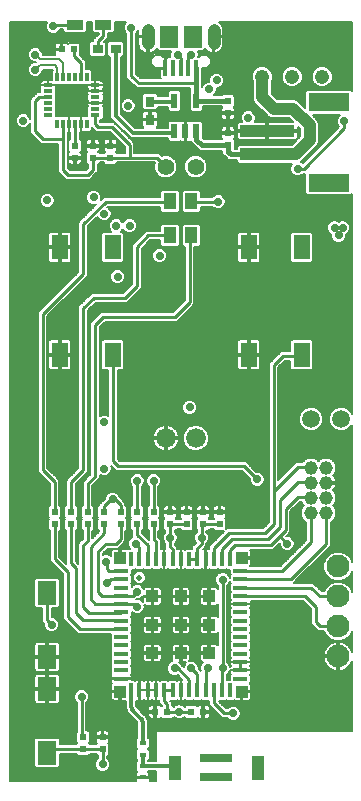
<source format=gtl>
G75*
G70*
%OFA0B0*%
%FSLAX24Y24*%
%IPPOS*%
%LPD*%
%AMOC8*
5,1,8,0,0,1.08239X$1,22.5*
%
%ADD10R,0.0220X0.0500*%
%ADD11R,0.0551X0.0354*%
%ADD12R,0.0354X0.0315*%
%ADD13R,0.0236X0.0236*%
%ADD14R,0.0315X0.0354*%
%ADD15R,0.1811X0.0394*%
%ADD16R,0.1339X0.0630*%
%ADD17C,0.0476*%
%ADD18C,0.0554*%
%ADD19C,0.0594*%
%ADD20R,0.0315X0.0118*%
%ADD21R,0.0118X0.0315*%
%ADD22R,0.0157X0.0531*%
%ADD23C,0.0433*%
%ADD24R,0.0591X0.0748*%
%ADD25R,0.0472X0.0138*%
%ADD26R,0.0138X0.0472*%
%ADD27R,0.0394X0.0394*%
%ADD28C,0.0197*%
%ADD29R,0.0394X0.0787*%
%ADD30R,0.1102X0.0315*%
%ADD31R,0.0240X0.0180*%
%ADD32C,0.0760*%
%ADD33R,0.0551X0.0827*%
%ADD34R,0.0433X0.0551*%
%ADD35C,0.0660*%
%ADD36R,0.0630X0.0787*%
%ADD37C,0.0460*%
%ADD38C,0.0280*%
%ADD39C,0.0060*%
%ADD40C,0.0278*%
%ADD41C,0.0120*%
%ADD42C,0.0100*%
%ADD43C,0.0160*%
%ADD44C,0.0400*%
%ADD45C,0.0080*%
%ADD46C,0.0130*%
D10*
X006036Y022558D03*
X006406Y022558D03*
X006776Y022558D03*
X006776Y023578D03*
X006036Y023578D03*
D11*
X003677Y026115D03*
X002732Y026115D03*
D12*
X003480Y025289D03*
X004080Y025289D03*
D13*
X002680Y025289D03*
X002280Y025289D03*
X002720Y022079D03*
X002720Y021679D03*
X003320Y021679D03*
X003320Y022079D03*
X003910Y022079D03*
X003910Y021679D03*
X007830Y022099D03*
X007830Y022499D03*
X007830Y023169D03*
X007830Y023569D03*
X007550Y009859D03*
X007550Y009459D03*
X007000Y009459D03*
X007000Y009859D03*
X006450Y009859D03*
X006450Y009459D03*
X005900Y009459D03*
X005900Y009859D03*
X005350Y009859D03*
X005350Y009459D03*
X004800Y009459D03*
X004800Y009859D03*
X004250Y009859D03*
X004250Y009459D03*
X003700Y009459D03*
X003700Y009859D03*
X003150Y009859D03*
X003150Y009459D03*
X002600Y009459D03*
X002600Y009859D03*
X002050Y009859D03*
X002050Y009459D03*
X005400Y003209D03*
X005800Y003209D03*
X006600Y003209D03*
X007000Y003209D03*
X003650Y002359D03*
X003650Y001959D03*
X003000Y001959D03*
X003000Y002359D03*
D14*
X005230Y022949D03*
X005230Y023549D03*
D15*
X009142Y022577D03*
X009142Y021790D03*
D16*
X011189Y020845D03*
X011189Y023522D03*
D17*
X010968Y024381D03*
X009968Y024381D03*
X008968Y024381D03*
D18*
X006756Y021375D03*
X005756Y021375D03*
D19*
X010600Y012964D03*
X011600Y012964D03*
D20*
X003412Y023101D03*
X003412Y023298D03*
X003412Y023495D03*
X003412Y023692D03*
X003412Y023888D03*
X003412Y024085D03*
X001837Y024085D03*
X001837Y023888D03*
X001837Y023692D03*
X001837Y023495D03*
X001837Y023298D03*
X001837Y023101D03*
D21*
X002133Y022806D03*
X002330Y022806D03*
X002526Y022806D03*
X002723Y022806D03*
X002920Y022806D03*
X003117Y022806D03*
X003117Y024381D03*
X002920Y024381D03*
X002723Y024381D03*
X002526Y024381D03*
X002330Y024381D03*
X002133Y024381D03*
D22*
X005744Y024655D03*
X006000Y024655D03*
X006256Y024655D03*
X006511Y024655D03*
X006767Y024655D03*
D23*
X007348Y025492D02*
X007348Y025925D01*
X005163Y025925D02*
X005163Y025492D01*
D24*
X005862Y025705D03*
X006649Y025709D03*
D25*
X008244Y007900D03*
X008244Y007624D03*
X008244Y007349D03*
X008244Y007073D03*
X008244Y006797D03*
X008244Y006522D03*
X008244Y006246D03*
X008244Y005971D03*
X008244Y005695D03*
X008244Y005420D03*
X008244Y005144D03*
X008244Y004868D03*
X008244Y004593D03*
X008244Y004317D03*
X004267Y004317D03*
X004267Y004593D03*
X004267Y004868D03*
X004267Y005144D03*
X004267Y005420D03*
X004267Y005695D03*
X004267Y005971D03*
X004267Y006246D03*
X004267Y006522D03*
X004267Y006797D03*
X004267Y007073D03*
X004267Y007349D03*
X004267Y007624D03*
X004267Y007900D03*
D26*
X004602Y008294D03*
X004878Y008294D03*
X005153Y008294D03*
X005429Y008294D03*
X005704Y008294D03*
X005980Y008294D03*
X006256Y008294D03*
X006531Y008294D03*
X006807Y008294D03*
X007082Y008294D03*
X007358Y008294D03*
X007633Y008294D03*
X007909Y008294D03*
X007909Y003923D03*
X007633Y003923D03*
X007358Y003923D03*
X007082Y003923D03*
X006807Y003923D03*
X006531Y003923D03*
X006256Y003923D03*
X005980Y003923D03*
X005704Y003923D03*
X005429Y003923D03*
X005153Y003923D03*
X004878Y003923D03*
X004602Y003923D03*
D27*
X004228Y003884D03*
X005311Y005164D03*
X005311Y006109D03*
X005311Y007053D03*
X006256Y007053D03*
X006256Y006109D03*
X007200Y006109D03*
X007200Y007053D03*
X008283Y008333D03*
X007200Y005164D03*
X006256Y005164D03*
X008283Y003884D03*
X004228Y008333D03*
D28*
X004878Y007683D03*
D29*
X006059Y001349D03*
X008815Y001349D03*
D30*
X007437Y001028D03*
X007437Y001670D03*
D31*
X004986Y001779D03*
X004986Y002159D03*
X004986Y001399D03*
X004986Y001019D03*
D32*
X011500Y005059D03*
X011500Y006059D03*
X011500Y007059D03*
X011500Y008059D03*
D33*
X010291Y015109D03*
X008519Y015109D03*
X008519Y018692D03*
X010291Y018692D03*
X003992Y018692D03*
X002220Y018692D03*
X002220Y015109D03*
X003992Y015109D03*
D34*
X005901Y019085D03*
X006610Y019085D03*
X006610Y020227D03*
X005901Y020227D03*
D35*
X005756Y012332D03*
X006756Y012332D03*
D36*
X001800Y007171D03*
X001800Y005046D03*
X001800Y003971D03*
X001800Y001846D03*
D37*
X010600Y009839D03*
X010600Y010339D03*
X010600Y010839D03*
X010600Y011339D03*
X011100Y011339D03*
X011100Y010839D03*
X011100Y010339D03*
X011100Y009839D03*
D38*
X009800Y008809D03*
X009290Y008339D03*
X007650Y007609D03*
X006740Y006539D03*
X006740Y005589D03*
X006600Y004659D03*
X006050Y004659D03*
X005740Y005589D03*
X005740Y006539D03*
X004800Y006709D03*
X004800Y007209D03*
X003800Y007509D03*
X003750Y008209D03*
X004750Y008809D03*
X005900Y009009D03*
X006950Y009009D03*
X005350Y010909D03*
X004800Y010909D03*
X003980Y010289D03*
X003700Y011309D03*
X003700Y012859D03*
X006550Y013359D03*
X008800Y010959D03*
X007650Y004659D03*
X007150Y004659D03*
X008000Y003159D03*
X006200Y003209D03*
X003650Y001459D03*
X002950Y003709D03*
X001950Y006109D03*
X004150Y017709D03*
X005550Y018409D03*
X004550Y019409D03*
X004100Y019409D03*
X003700Y019809D03*
X003350Y020359D03*
X001800Y020259D03*
X001000Y022909D03*
X001400Y024609D03*
X001400Y025109D03*
X002000Y026059D03*
X004500Y023409D03*
X005750Y025109D03*
X006150Y025109D03*
X006600Y025109D03*
X007450Y024259D03*
X007200Y023959D03*
X008500Y023009D03*
X010150Y021309D03*
X010990Y022889D03*
X011310Y022889D03*
X011700Y022889D03*
X011660Y019339D03*
X011520Y019089D03*
X011380Y019339D03*
X007500Y020209D03*
X004600Y026009D03*
D39*
X000547Y026199D02*
X000547Y000909D01*
X004757Y000909D01*
X004756Y000914D01*
X004756Y001004D01*
X004971Y001004D01*
X004971Y001034D01*
X004756Y001034D01*
X004756Y001123D01*
X004763Y001151D01*
X004777Y001176D01*
X004798Y001197D01*
X004813Y001205D01*
X004756Y001263D01*
X004756Y001534D01*
X004810Y001589D01*
X004756Y001643D01*
X004756Y001914D01*
X004810Y001969D01*
X004756Y002023D01*
X004756Y002294D01*
X004811Y002349D01*
X004811Y002819D01*
X004809Y002834D01*
X004798Y002861D01*
X004789Y002872D01*
X004523Y003138D01*
X004492Y003169D01*
X004427Y003326D01*
X004427Y003577D01*
X004258Y003577D01*
X004258Y003854D01*
X004198Y003854D01*
X004198Y003577D01*
X004017Y003577D01*
X003989Y003585D01*
X003964Y003599D01*
X003943Y003620D01*
X003929Y003645D01*
X003921Y003673D01*
X003921Y003854D01*
X004198Y003854D01*
X004198Y003914D01*
X003921Y003914D01*
X003921Y004095D01*
X003929Y004123D01*
X003943Y004148D01*
X003959Y004165D01*
X003943Y004181D01*
X003929Y004206D01*
X003921Y004234D01*
X003921Y004313D01*
X004263Y004313D01*
X004263Y004322D01*
X003921Y004322D01*
X003921Y004401D01*
X003929Y004429D01*
X003943Y004454D01*
X003944Y004455D01*
X003921Y004478D01*
X003921Y004707D01*
X003944Y004731D01*
X003921Y004754D01*
X003921Y004983D01*
X003944Y005006D01*
X003921Y005029D01*
X003921Y005258D01*
X003944Y005282D01*
X003921Y005305D01*
X003921Y005534D01*
X003944Y005557D01*
X003921Y005581D01*
X003921Y005799D01*
X002834Y005799D01*
X002434Y006199D01*
X002340Y006292D01*
X002340Y007792D01*
X001984Y008149D01*
X001890Y008242D01*
X001890Y009230D01*
X001886Y009230D01*
X001822Y009295D01*
X001822Y009622D01*
X001858Y009659D01*
X001822Y009695D01*
X001822Y010022D01*
X001886Y010087D01*
X001890Y010087D01*
X001890Y010792D01*
X001490Y011192D01*
X001490Y016525D01*
X001584Y016619D01*
X002840Y017875D01*
X002840Y019525D01*
X002934Y019619D01*
X003441Y020125D01*
X003400Y020109D01*
X003300Y020109D01*
X003208Y020147D01*
X003138Y020217D01*
X003100Y020309D01*
X003100Y020408D01*
X003138Y020500D01*
X003208Y020570D01*
X003300Y020609D01*
X003400Y020609D01*
X003492Y020570D01*
X003562Y020500D01*
X003600Y020408D01*
X003600Y020309D01*
X003583Y020268D01*
X003684Y020369D01*
X005575Y020369D01*
X005575Y020548D01*
X005639Y020613D01*
X006163Y020613D01*
X006228Y020548D01*
X006228Y019906D01*
X006163Y019841D01*
X005639Y019841D01*
X005575Y019906D01*
X005575Y020049D01*
X003816Y020049D01*
X003804Y020036D01*
X003842Y020020D01*
X003912Y019950D01*
X003950Y019858D01*
X003950Y019759D01*
X003912Y019667D01*
X003842Y019597D01*
X003750Y019559D01*
X003650Y019559D01*
X003558Y019597D01*
X003488Y019667D01*
X003472Y019705D01*
X003160Y019392D01*
X003160Y017742D01*
X001810Y016392D01*
X001810Y011325D01*
X002116Y011019D01*
X002210Y010925D01*
X002210Y010087D01*
X002214Y010087D01*
X002278Y010022D01*
X002278Y009695D01*
X002242Y009659D01*
X002278Y009622D01*
X002278Y009295D01*
X002214Y009230D01*
X002210Y009230D01*
X002210Y008375D01*
X002440Y008145D01*
X002440Y009230D01*
X002436Y009230D01*
X002372Y009295D01*
X002372Y009622D01*
X002408Y009659D01*
X002372Y009695D01*
X002372Y010022D01*
X002436Y010087D01*
X002440Y010087D01*
X002440Y010925D01*
X002534Y011019D01*
X002840Y011325D01*
X002840Y016725D01*
X002934Y016819D01*
X003284Y017169D01*
X004334Y017169D01*
X004640Y017475D01*
X004640Y018775D01*
X004734Y018869D01*
X005110Y019245D01*
X004740Y019245D01*
X004762Y019267D02*
X004692Y019197D01*
X004600Y019159D01*
X004500Y019159D01*
X004408Y019197D01*
X004338Y019267D01*
X004325Y019298D01*
X004312Y019267D01*
X004260Y019215D01*
X004313Y019215D01*
X004377Y019151D01*
X004377Y018233D01*
X004313Y018168D01*
X003671Y018168D01*
X003606Y018233D01*
X003606Y019151D01*
X003671Y019215D01*
X003940Y019215D01*
X003888Y019267D01*
X003850Y019359D01*
X003850Y019458D01*
X003888Y019550D01*
X003958Y019620D01*
X004050Y019659D01*
X004150Y019659D01*
X004242Y019620D01*
X004312Y019550D01*
X004325Y019519D01*
X004338Y019550D01*
X004408Y019620D01*
X004500Y019659D01*
X004600Y019659D01*
X004692Y019620D01*
X004762Y019550D01*
X004800Y019458D01*
X004800Y019359D01*
X004762Y019267D01*
X004777Y019303D02*
X005575Y019303D01*
X005575Y019245D02*
X005110Y019245D01*
X005051Y019186D02*
X004666Y019186D01*
X004800Y019362D02*
X005575Y019362D01*
X005575Y019406D02*
X005575Y019245D01*
X005575Y019406D02*
X005639Y019471D01*
X006163Y019471D01*
X006228Y019406D01*
X006228Y018764D01*
X006163Y018700D01*
X005639Y018700D01*
X005575Y018764D01*
X005575Y018925D01*
X005243Y018925D01*
X004960Y018642D01*
X004960Y017342D01*
X004560Y016942D01*
X004466Y016849D01*
X003416Y016849D01*
X003160Y016592D01*
X003160Y011192D01*
X002760Y010792D01*
X002760Y010087D01*
X002764Y010087D01*
X002828Y010022D01*
X002828Y009695D01*
X002792Y009659D01*
X002828Y009622D01*
X002828Y009295D01*
X002764Y009230D01*
X002760Y009230D01*
X002760Y008225D01*
X002840Y008145D01*
X002840Y008825D01*
X002990Y008975D01*
X002990Y009230D01*
X002986Y009230D01*
X002922Y009295D01*
X002922Y009622D01*
X002958Y009659D01*
X002922Y009695D01*
X002922Y010022D01*
X002986Y010087D01*
X002990Y010087D01*
X002990Y010875D01*
X003240Y011125D01*
X003240Y016175D01*
X003334Y016269D01*
X003490Y016425D01*
X003584Y016519D01*
X005984Y016519D01*
X006390Y016925D01*
X006390Y018700D01*
X006348Y018700D01*
X006283Y018764D01*
X006283Y019406D01*
X006348Y019471D01*
X006872Y019471D01*
X006936Y019406D01*
X006936Y018764D01*
X006872Y018700D01*
X006710Y018700D01*
X006710Y016792D01*
X006616Y016699D01*
X006116Y016199D01*
X003716Y016199D01*
X003560Y016042D01*
X003560Y013071D01*
X003650Y013109D01*
X003750Y013109D01*
X003832Y013075D01*
X003832Y014586D01*
X003671Y014586D01*
X003606Y014650D01*
X003606Y015568D01*
X003671Y015632D01*
X004313Y015632D01*
X004377Y015568D01*
X004377Y014650D01*
X004313Y014586D01*
X004152Y014586D01*
X004152Y011633D01*
X004216Y011569D01*
X008416Y011569D01*
X008776Y011209D01*
X008850Y011209D01*
X008942Y011170D01*
X009012Y011100D01*
X009050Y011008D01*
X009050Y010909D01*
X009012Y010817D01*
X008942Y010747D01*
X008850Y010709D01*
X008750Y010709D01*
X008658Y010747D01*
X008588Y010817D01*
X008550Y010909D01*
X008550Y010982D01*
X008284Y011249D01*
X004084Y011249D01*
X003990Y011342D01*
X003933Y011399D01*
X003950Y011358D01*
X003950Y011259D01*
X003912Y011167D01*
X003842Y011097D01*
X003750Y011059D01*
X003650Y011059D01*
X003560Y011096D01*
X003560Y010992D01*
X003310Y010742D01*
X003310Y010087D01*
X003314Y010087D01*
X003378Y010022D01*
X003378Y009695D01*
X003342Y009659D01*
X003378Y009622D01*
X003378Y009295D01*
X003314Y009230D01*
X003310Y009230D01*
X003310Y008995D01*
X003540Y009225D01*
X003540Y009230D01*
X003536Y009230D01*
X003472Y009295D01*
X003472Y009622D01*
X003508Y009659D01*
X003472Y009695D01*
X003472Y010022D01*
X003536Y010087D01*
X003540Y010087D01*
X003540Y010125D01*
X003730Y010315D01*
X003730Y010338D01*
X003768Y010430D01*
X003838Y010500D01*
X003930Y010539D01*
X004030Y010539D01*
X004122Y010500D01*
X004192Y010430D01*
X004218Y010366D01*
X004230Y010355D01*
X004410Y010175D01*
X004410Y010087D01*
X004414Y010087D01*
X004478Y010022D01*
X004478Y009695D01*
X004442Y009659D01*
X004478Y009622D01*
X004478Y009295D01*
X004414Y009230D01*
X004410Y009230D01*
X004410Y008892D01*
X004260Y008742D01*
X004166Y008649D01*
X003816Y008649D01*
X003660Y008492D01*
X003660Y008442D01*
X003700Y008459D01*
X003800Y008459D01*
X003892Y008420D01*
X003921Y008391D01*
X003921Y008544D01*
X003929Y008572D01*
X003943Y008597D01*
X003964Y008618D01*
X003989Y008632D01*
X004017Y008640D01*
X004198Y008640D01*
X004198Y008363D01*
X004258Y008363D01*
X004258Y008640D01*
X004439Y008640D01*
X004467Y008632D01*
X004475Y008628D01*
X004488Y008640D01*
X004565Y008640D01*
X004538Y008667D01*
X004500Y008759D01*
X004500Y008858D01*
X004538Y008950D01*
X004608Y009020D01*
X004646Y009036D01*
X004640Y009042D01*
X004640Y009230D01*
X004636Y009230D01*
X004572Y009295D01*
X004572Y009622D01*
X004608Y009659D01*
X004572Y009695D01*
X004572Y010022D01*
X004636Y010087D01*
X004640Y010087D01*
X004640Y010715D01*
X004588Y010767D01*
X004550Y010859D01*
X004550Y010958D01*
X004588Y011050D01*
X004658Y011120D01*
X004750Y011159D01*
X004850Y011159D01*
X004942Y011120D01*
X005012Y011050D01*
X005050Y010958D01*
X005050Y010859D01*
X005012Y010767D01*
X004960Y010715D01*
X004960Y010087D01*
X004964Y010087D01*
X005028Y010022D01*
X005028Y009695D01*
X004992Y009659D01*
X005028Y009622D01*
X005028Y009295D01*
X004964Y009230D01*
X004960Y009230D01*
X004960Y009175D01*
X005190Y008945D01*
X005190Y009230D01*
X005186Y009230D01*
X005122Y009295D01*
X005122Y009622D01*
X005158Y009659D01*
X005122Y009695D01*
X005122Y010022D01*
X005186Y010087D01*
X005190Y010087D01*
X005190Y010715D01*
X005138Y010767D01*
X005100Y010859D01*
X005100Y010958D01*
X005138Y011050D01*
X005208Y011120D01*
X005300Y011159D01*
X005400Y011159D01*
X005492Y011120D01*
X005562Y011050D01*
X005600Y010958D01*
X005600Y010859D01*
X005562Y010767D01*
X005510Y010715D01*
X005510Y010087D01*
X005514Y010087D01*
X005578Y010022D01*
X005578Y009695D01*
X005542Y009659D01*
X005578Y009622D01*
X005578Y009295D01*
X005514Y009230D01*
X005510Y009230D01*
X005510Y009025D01*
X005589Y008946D01*
X005589Y008630D01*
X005593Y008632D01*
X005621Y008640D01*
X005700Y008640D01*
X005700Y008298D01*
X005709Y008298D01*
X005709Y008640D01*
X005742Y008640D01*
X005740Y008642D01*
X005740Y008815D01*
X005688Y008867D01*
X005650Y008959D01*
X005650Y009058D01*
X005688Y009150D01*
X005740Y009202D01*
X005740Y009230D01*
X005736Y009230D01*
X005672Y009295D01*
X005672Y009622D01*
X005708Y009659D01*
X005694Y009673D01*
X005679Y009698D01*
X005672Y009726D01*
X005672Y009829D01*
X005871Y009829D01*
X005871Y009888D01*
X005871Y010087D01*
X005767Y010087D01*
X005739Y010079D01*
X005714Y010065D01*
X005694Y010044D01*
X005679Y010019D01*
X005672Y009991D01*
X005672Y009888D01*
X005871Y009888D01*
X005929Y009888D01*
X005929Y010087D01*
X006033Y010087D01*
X006061Y010079D01*
X006086Y010065D01*
X006106Y010044D01*
X006121Y010019D01*
X006128Y009991D01*
X006128Y009888D01*
X005929Y009888D01*
X005929Y009829D01*
X006128Y009829D01*
X006128Y009726D01*
X006121Y009698D01*
X006106Y009673D01*
X006092Y009659D01*
X006128Y009622D01*
X006128Y009619D01*
X006222Y009619D01*
X006222Y009622D01*
X006258Y009659D01*
X006244Y009673D01*
X006229Y009698D01*
X006222Y009726D01*
X006222Y009829D01*
X006421Y009829D01*
X006421Y009888D01*
X006421Y010087D01*
X006317Y010087D01*
X006289Y010079D01*
X006264Y010065D01*
X006244Y010044D01*
X006229Y010019D01*
X006222Y009991D01*
X006222Y009888D01*
X006421Y009888D01*
X006479Y009888D01*
X006479Y010087D01*
X006583Y010087D01*
X006611Y010079D01*
X006636Y010065D01*
X006656Y010044D01*
X006671Y010019D01*
X006678Y009991D01*
X006678Y009888D01*
X006479Y009888D01*
X006479Y009829D01*
X006678Y009829D01*
X006678Y009726D01*
X006671Y009698D01*
X006656Y009673D01*
X006642Y009659D01*
X006678Y009622D01*
X006678Y009295D01*
X006614Y009230D01*
X006286Y009230D01*
X006222Y009295D01*
X006222Y009299D01*
X006128Y009299D01*
X006128Y009295D01*
X006064Y009230D01*
X006060Y009230D01*
X006060Y009202D01*
X006112Y009150D01*
X006150Y009058D01*
X006150Y008959D01*
X006112Y008867D01*
X006060Y008815D01*
X006060Y008775D01*
X006140Y008695D01*
X006140Y008630D01*
X006144Y008632D01*
X006172Y008640D01*
X006251Y008640D01*
X006251Y008298D01*
X006260Y008298D01*
X006260Y008640D01*
X006339Y008640D01*
X006367Y008632D01*
X006392Y008618D01*
X006393Y008616D01*
X006417Y008640D01*
X006640Y008640D01*
X006640Y008725D01*
X006760Y008845D01*
X006738Y008867D01*
X006700Y008959D01*
X006700Y009058D01*
X006738Y009150D01*
X006790Y009202D01*
X006790Y009277D01*
X006772Y009295D01*
X006772Y009622D01*
X006808Y009659D01*
X006794Y009673D01*
X006779Y009698D01*
X006772Y009726D01*
X006772Y009829D01*
X006971Y009829D01*
X006971Y009888D01*
X006971Y010087D01*
X006867Y010087D01*
X006839Y010079D01*
X006814Y010065D01*
X006794Y010044D01*
X006779Y010019D01*
X006772Y009991D01*
X006772Y009888D01*
X006971Y009888D01*
X007029Y009888D01*
X007029Y010087D01*
X007133Y010087D01*
X007161Y010079D01*
X007186Y010065D01*
X007206Y010044D01*
X007221Y010019D01*
X007228Y009991D01*
X007228Y009888D01*
X007029Y009888D01*
X007029Y009829D01*
X007228Y009829D01*
X007228Y009726D01*
X007221Y009698D01*
X007206Y009673D01*
X007192Y009659D01*
X007228Y009622D01*
X007228Y009619D01*
X007322Y009619D01*
X007322Y009622D01*
X007358Y009659D01*
X007344Y009673D01*
X007329Y009698D01*
X007322Y009726D01*
X007322Y009829D01*
X007521Y009829D01*
X007521Y009888D01*
X007521Y010087D01*
X007417Y010087D01*
X007389Y010079D01*
X007364Y010065D01*
X007344Y010044D01*
X007329Y010019D01*
X007322Y009991D01*
X007322Y009888D01*
X007521Y009888D01*
X007579Y009888D01*
X007579Y010087D01*
X007683Y010087D01*
X007711Y010079D01*
X007736Y010065D01*
X007756Y010044D01*
X007771Y010019D01*
X007778Y009991D01*
X007778Y009888D01*
X007579Y009888D01*
X007579Y009829D01*
X007778Y009829D01*
X007778Y009726D01*
X007771Y009698D01*
X007756Y009673D01*
X007742Y009659D01*
X007778Y009622D01*
X007778Y009313D01*
X007784Y009319D01*
X008984Y009319D01*
X009190Y009525D01*
X009190Y014825D01*
X009284Y014919D01*
X009584Y015219D01*
X009905Y015219D01*
X009905Y015568D01*
X009970Y015632D01*
X010612Y015632D01*
X010677Y015568D01*
X010677Y014650D01*
X010612Y014586D01*
X009970Y014586D01*
X009905Y014650D01*
X009905Y014899D01*
X009716Y014899D01*
X009510Y014692D01*
X009510Y010945D01*
X009990Y011425D01*
X010084Y011519D01*
X010307Y011519D01*
X010312Y011531D01*
X010407Y011627D01*
X010532Y011679D01*
X010668Y011679D01*
X010793Y011627D01*
X010850Y011569D01*
X010907Y011627D01*
X011032Y011679D01*
X011168Y011679D01*
X011293Y011627D01*
X011388Y011531D01*
X011440Y011406D01*
X011440Y011271D01*
X011388Y011146D01*
X011331Y011089D01*
X011364Y011055D01*
X011401Y011000D01*
X011427Y010938D01*
X011440Y010872D01*
X011440Y010869D01*
X011130Y010869D01*
X011130Y010809D01*
X011440Y010809D01*
X011440Y010805D01*
X011427Y010739D01*
X011401Y010677D01*
X011364Y010622D01*
X011331Y010589D01*
X011388Y010531D01*
X011440Y010406D01*
X011440Y010271D01*
X011388Y010146D01*
X011331Y010089D01*
X011388Y010031D01*
X011440Y009906D01*
X011440Y009771D01*
X011388Y009646D01*
X011293Y009550D01*
X011260Y009537D01*
X011260Y008742D01*
X010076Y007558D01*
X010026Y007509D01*
X010676Y007509D01*
X010966Y007219D01*
X011036Y007219D01*
X011085Y007336D01*
X011222Y007474D01*
X011403Y007549D01*
X011597Y007549D01*
X011778Y007474D01*
X011915Y007336D01*
X011964Y007218D01*
X011964Y007899D01*
X011915Y007781D01*
X011778Y007643D01*
X011597Y007569D01*
X011403Y007569D01*
X011222Y007643D01*
X011085Y007781D01*
X011010Y007961D01*
X011010Y008156D01*
X011085Y008336D01*
X011222Y008474D01*
X011403Y008549D01*
X011597Y008549D01*
X011778Y008474D01*
X011915Y008336D01*
X011964Y008218D01*
X011964Y012780D01*
X011945Y012734D01*
X011830Y012619D01*
X011681Y012557D01*
X011519Y012557D01*
X011370Y012619D01*
X011255Y012734D01*
X011193Y012883D01*
X011193Y013045D01*
X011255Y013194D01*
X011370Y013309D01*
X011519Y013371D01*
X011681Y013371D01*
X011830Y013309D01*
X011945Y013194D01*
X011964Y013148D01*
X011964Y020480D01*
X011904Y020420D01*
X010475Y020420D01*
X010410Y020485D01*
X010410Y021149D01*
X010344Y021149D01*
X010292Y021097D01*
X010200Y021059D01*
X010100Y021059D01*
X010008Y021097D01*
X009938Y021167D01*
X009900Y021259D01*
X009900Y021358D01*
X009938Y021450D01*
X009968Y021480D01*
X008888Y021480D01*
X008881Y021483D01*
X008191Y021483D01*
X008127Y021548D01*
X008127Y021600D01*
X007840Y021600D01*
X007751Y021689D01*
X007640Y021800D01*
X007640Y021897D01*
X007628Y021909D01*
X006881Y021909D01*
X006586Y022204D01*
X006586Y022223D01*
X006583Y022220D01*
X006558Y022206D01*
X006530Y022198D01*
X006431Y022198D01*
X006431Y022533D01*
X006381Y022533D01*
X006381Y022198D01*
X006281Y022198D01*
X006253Y022206D01*
X006228Y022220D01*
X006221Y022228D01*
X006191Y022198D01*
X005880Y022198D01*
X005816Y022263D01*
X005816Y022339D01*
X004580Y022339D01*
X004010Y022909D01*
X003910Y023008D01*
X003910Y025021D01*
X003857Y025021D01*
X003793Y025085D01*
X003793Y025492D01*
X003857Y025556D01*
X004303Y025556D01*
X004367Y025492D01*
X004367Y025085D01*
X004303Y025021D01*
X004250Y025021D01*
X004250Y023149D01*
X004720Y022679D01*
X005013Y022679D01*
X005005Y022683D01*
X004984Y022704D01*
X004970Y022729D01*
X004963Y022757D01*
X004963Y022919D01*
X005200Y022919D01*
X005200Y022979D01*
X005200Y023236D01*
X005058Y023236D01*
X005030Y023228D01*
X005005Y023214D01*
X004984Y023193D01*
X004970Y023168D01*
X004963Y023140D01*
X004963Y022979D01*
X005200Y022979D01*
X005260Y022979D01*
X005260Y023236D01*
X005402Y023236D01*
X005430Y023228D01*
X005455Y023214D01*
X005476Y023193D01*
X005490Y023168D01*
X005497Y023140D01*
X005497Y022979D01*
X005260Y022979D01*
X005260Y022919D01*
X005497Y022919D01*
X005497Y022757D01*
X005490Y022729D01*
X005476Y022704D01*
X005455Y022683D01*
X005447Y022679D01*
X005816Y022679D01*
X005816Y022854D01*
X005880Y022918D01*
X006191Y022918D01*
X006221Y022889D01*
X006228Y022896D01*
X006253Y022911D01*
X006281Y022918D01*
X006381Y022918D01*
X006381Y022583D01*
X006431Y022583D01*
X006431Y022918D01*
X006530Y022918D01*
X006558Y022911D01*
X006583Y022896D01*
X006591Y022889D01*
X006620Y022918D01*
X006931Y022918D01*
X006996Y022854D01*
X006996Y022332D01*
X007039Y022289D01*
X007628Y022289D01*
X007638Y022299D01*
X007624Y022313D01*
X007609Y022338D01*
X007602Y022366D01*
X007602Y022469D01*
X007801Y022469D01*
X007801Y022528D01*
X007801Y022727D01*
X007697Y022727D01*
X007669Y022719D01*
X007644Y022705D01*
X007624Y022684D01*
X007609Y022659D01*
X007602Y022631D01*
X007602Y022528D01*
X007801Y022528D01*
X007859Y022528D01*
X007859Y022727D01*
X007963Y022727D01*
X007991Y022719D01*
X008016Y022705D01*
X008036Y022684D01*
X008051Y022659D01*
X008058Y022631D01*
X008058Y022528D01*
X007859Y022528D01*
X007859Y022469D01*
X008058Y022469D01*
X008058Y022366D01*
X008051Y022338D01*
X008036Y022313D01*
X008022Y022299D01*
X008058Y022262D01*
X008058Y021980D01*
X008127Y021980D01*
X008127Y022032D01*
X008191Y022097D01*
X008881Y022097D01*
X008888Y022100D01*
X009953Y022100D01*
X010240Y022387D01*
X010240Y022630D01*
X010158Y022712D01*
X010158Y022607D01*
X009172Y022607D01*
X009172Y022547D01*
X009172Y022271D01*
X010062Y022271D01*
X010090Y022278D01*
X010115Y022293D01*
X010136Y022313D01*
X010150Y022338D01*
X010158Y022366D01*
X010158Y022547D01*
X009172Y022547D01*
X009112Y022547D01*
X009112Y022271D01*
X008222Y022271D01*
X008194Y022278D01*
X008169Y022293D01*
X008149Y022313D01*
X008134Y022338D01*
X008127Y022366D01*
X008127Y022547D01*
X009112Y022547D01*
X009112Y022607D01*
X008127Y022607D01*
X008127Y022789D01*
X008134Y022817D01*
X008149Y022842D01*
X008169Y022862D01*
X008194Y022877D01*
X008222Y022884D01*
X008281Y022884D01*
X008250Y022959D01*
X008250Y023058D01*
X008288Y023150D01*
X008358Y023220D01*
X008450Y023259D01*
X008550Y023259D01*
X008642Y023220D01*
X008712Y023150D01*
X008750Y023058D01*
X008750Y022959D01*
X008719Y022884D01*
X009112Y022884D01*
X009112Y022607D01*
X009172Y022607D01*
X009172Y022884D01*
X009986Y022884D01*
X009872Y022999D01*
X009288Y022999D01*
X009174Y023046D01*
X009087Y023133D01*
X008707Y023513D01*
X008660Y023627D01*
X008660Y024216D01*
X008620Y024311D01*
X008620Y024450D01*
X008673Y024578D01*
X008771Y024675D01*
X008899Y024728D01*
X009037Y024728D01*
X009165Y024675D01*
X009263Y024578D01*
X009316Y024450D01*
X009316Y024311D01*
X009280Y024225D01*
X009280Y023817D01*
X009478Y023619D01*
X010062Y023619D01*
X010176Y023571D01*
X010410Y023337D01*
X010410Y023883D01*
X010475Y023947D01*
X011904Y023947D01*
X011964Y023887D01*
X011964Y026199D01*
X007526Y026199D01*
X007556Y026179D01*
X007602Y026133D01*
X007637Y026080D01*
X007662Y026020D01*
X007675Y025957D01*
X007675Y025728D01*
X007367Y025728D01*
X007367Y025689D01*
X007367Y025165D01*
X007380Y025165D01*
X007443Y025178D01*
X007503Y025203D01*
X007556Y025238D01*
X007602Y025284D01*
X007637Y025337D01*
X007662Y025397D01*
X007675Y025460D01*
X007675Y025689D01*
X007367Y025689D01*
X007329Y025689D01*
X007329Y025165D01*
X007316Y025165D01*
X007253Y025178D01*
X007193Y025203D01*
X007140Y025238D01*
X007094Y025284D01*
X007059Y025337D01*
X007054Y025347D01*
X007054Y025289D01*
X006990Y025224D01*
X006823Y025224D01*
X006850Y025158D01*
X006850Y025059D01*
X006839Y025031D01*
X006850Y025031D01*
X006929Y025110D01*
X007118Y025110D01*
X007251Y024976D01*
X007251Y024787D01*
X007118Y024654D01*
X006957Y024654D01*
X006957Y024026D01*
X006988Y024100D01*
X006957Y024100D01*
X006988Y024100D02*
X007058Y024170D01*
X007150Y024209D01*
X007200Y024209D01*
X007200Y024209D01*
X007200Y024308D01*
X007238Y024400D01*
X007308Y024470D01*
X007400Y024509D01*
X007500Y024509D01*
X007592Y024470D01*
X007662Y024400D01*
X007700Y024308D01*
X007700Y024209D01*
X007662Y024117D01*
X007592Y024047D01*
X007500Y024009D01*
X007450Y024009D01*
X007450Y024008D01*
X007450Y023909D01*
X007412Y023817D01*
X007363Y023768D01*
X007638Y023768D01*
X007666Y023797D01*
X007994Y023797D01*
X008058Y023732D01*
X008058Y023405D01*
X008022Y023369D01*
X008036Y023354D01*
X008051Y023329D01*
X008058Y023301D01*
X008058Y023198D01*
X007859Y023198D01*
X007859Y023139D01*
X007859Y022940D01*
X007963Y022940D01*
X007991Y022948D01*
X008016Y022962D01*
X008036Y022983D01*
X008051Y023008D01*
X008058Y023036D01*
X008058Y023139D01*
X007859Y023139D01*
X007801Y023139D01*
X007801Y022940D01*
X007697Y022940D01*
X007669Y022948D01*
X007644Y022962D01*
X007624Y022983D01*
X007609Y023008D01*
X007602Y023036D01*
X007602Y023139D01*
X007801Y023139D01*
X007801Y023198D01*
X007602Y023198D01*
X007602Y023301D01*
X007609Y023329D01*
X007624Y023354D01*
X007638Y023369D01*
X007618Y023388D01*
X006996Y023388D01*
X006996Y023283D01*
X006931Y023218D01*
X006620Y023218D01*
X006556Y023283D01*
X006556Y023874D01*
X006577Y023896D01*
X006577Y023999D01*
X004784Y023999D01*
X004534Y024249D01*
X004440Y024342D01*
X004440Y025815D01*
X004388Y025867D01*
X004350Y025959D01*
X004350Y026058D01*
X004388Y026150D01*
X004437Y026199D01*
X004062Y026199D01*
X004062Y025892D01*
X003998Y025828D01*
X003837Y025828D01*
X003837Y025669D01*
X003713Y025545D01*
X003767Y025492D01*
X003767Y025085D01*
X003703Y025021D01*
X003257Y025021D01*
X003193Y025085D01*
X003193Y025492D01*
X003257Y025556D01*
X003340Y025556D01*
X003340Y025625D01*
X003434Y025719D01*
X003517Y025802D01*
X003517Y025828D01*
X003356Y025828D01*
X003291Y025892D01*
X003291Y026199D01*
X003117Y026199D01*
X003117Y025892D01*
X003053Y025828D01*
X002411Y025828D01*
X002346Y025892D01*
X002346Y025955D01*
X002228Y025955D01*
X002212Y025917D01*
X002142Y025847D01*
X002050Y025809D01*
X001950Y025809D01*
X001858Y025847D01*
X001788Y025917D01*
X001750Y026009D01*
X001750Y026108D01*
X001788Y026199D01*
X000547Y026199D01*
X000547Y026148D02*
X001766Y026148D01*
X001750Y026089D02*
X000547Y026089D01*
X000547Y026031D02*
X001750Y026031D01*
X001765Y025972D02*
X000547Y025972D01*
X000547Y025914D02*
X001791Y025914D01*
X001850Y025855D02*
X000547Y025855D01*
X000547Y025797D02*
X003512Y025797D01*
X003453Y025738D02*
X000547Y025738D01*
X000547Y025680D02*
X003395Y025680D01*
X003340Y025621D02*
X000547Y025621D01*
X000547Y025563D02*
X003340Y025563D01*
X003205Y025504D02*
X002856Y025504D01*
X002844Y025517D02*
X002908Y025452D01*
X002908Y025125D01*
X002884Y025101D01*
X002986Y024998D01*
X003080Y024905D01*
X003080Y024648D01*
X003222Y024648D01*
X003286Y024584D01*
X003286Y024254D01*
X003412Y024254D01*
X003412Y024085D01*
X003412Y024085D01*
X003412Y023888D01*
X003145Y023888D01*
X003145Y023815D01*
X003149Y023800D01*
X003145Y023796D01*
X003145Y023587D01*
X003149Y023583D01*
X003145Y023568D01*
X003145Y023495D01*
X003412Y023495D01*
X003412Y023495D01*
X003145Y023495D01*
X003145Y023421D01*
X003149Y023406D01*
X003145Y023402D01*
X003145Y023073D01*
X003012Y023073D01*
X003008Y023069D01*
X002994Y023073D01*
X002920Y023073D01*
X002847Y023073D01*
X002832Y023069D01*
X002828Y023073D01*
X002619Y023073D01*
X002615Y023069D01*
X002600Y023073D01*
X002526Y023073D01*
X002453Y023073D01*
X002438Y023069D01*
X002434Y023073D01*
X002105Y023073D01*
X002105Y023993D01*
X002101Y023997D01*
X002105Y024012D01*
X002105Y024085D01*
X001837Y024085D01*
X001570Y024085D01*
X001570Y024012D01*
X001574Y023997D01*
X001570Y023993D01*
X001570Y023852D01*
X001467Y023852D01*
X001334Y023719D01*
X001240Y023625D01*
X001240Y022982D01*
X001212Y023050D01*
X001142Y023120D01*
X001050Y023159D01*
X000950Y023159D01*
X000858Y023120D01*
X000788Y023050D01*
X000750Y022958D01*
X000750Y022859D01*
X000788Y022767D01*
X000858Y022697D01*
X000950Y022659D01*
X001050Y022659D01*
X001142Y022697D01*
X001212Y022767D01*
X001240Y022835D01*
X001240Y022492D01*
X001490Y022242D01*
X001584Y022149D01*
X002170Y022149D01*
X002170Y021213D01*
X002340Y021042D01*
X002434Y020949D01*
X003216Y020949D01*
X003386Y021119D01*
X003480Y021212D01*
X003480Y021450D01*
X003484Y021450D01*
X003548Y021515D01*
X003548Y021519D01*
X003682Y021519D01*
X003682Y021515D01*
X003746Y021450D01*
X004074Y021450D01*
X004138Y021515D01*
X004138Y021519D01*
X005385Y021519D01*
X005393Y021511D01*
X005368Y021452D01*
X005368Y021298D01*
X005427Y021155D01*
X005536Y021046D01*
X005678Y020987D01*
X005833Y020987D01*
X005975Y021046D01*
X006084Y021155D01*
X006143Y021298D01*
X006143Y021452D01*
X006084Y021594D01*
X005975Y021703D01*
X005833Y021762D01*
X005678Y021762D01*
X005619Y021737D01*
X005518Y021839D01*
X004710Y021839D01*
X004710Y022175D01*
X004616Y022269D01*
X004016Y022869D01*
X003572Y022869D01*
X003572Y022932D01*
X003615Y022932D01*
X003680Y022996D01*
X003680Y023402D01*
X003676Y023406D01*
X003680Y023421D01*
X003680Y023495D01*
X003680Y023568D01*
X003676Y023583D01*
X003680Y023587D01*
X003680Y023796D01*
X003676Y023800D01*
X003680Y023815D01*
X003680Y023888D01*
X003412Y023888D01*
X003412Y023888D01*
X003412Y023888D01*
X003145Y023888D01*
X003145Y023962D01*
X003151Y023987D01*
X003145Y024012D01*
X003145Y024085D01*
X003412Y024085D01*
X003412Y024085D01*
X003412Y023916D01*
X003412Y023888D01*
X003412Y023888D01*
X003680Y023888D01*
X003680Y023962D01*
X003673Y023987D01*
X003680Y024012D01*
X003680Y024085D01*
X003412Y024085D01*
X003145Y024085D01*
X003145Y024113D01*
X002434Y024113D01*
X002237Y024113D01*
X002105Y024113D01*
X002105Y024085D01*
X001837Y024085D01*
X001837Y024085D01*
X001570Y024085D01*
X001570Y024159D01*
X001577Y024187D01*
X001592Y024212D01*
X001612Y024232D01*
X001637Y024247D01*
X001665Y024254D01*
X001837Y024254D01*
X001837Y024085D01*
X001837Y024085D01*
X001837Y024085D01*
X001837Y024254D01*
X001964Y024254D01*
X001964Y024584D01*
X001983Y024603D01*
X001983Y024609D01*
X001650Y024609D01*
X001650Y024559D01*
X001612Y024467D01*
X001542Y024397D01*
X001450Y024359D01*
X001350Y024359D01*
X001258Y024397D01*
X001188Y024467D01*
X001150Y024559D01*
X001150Y024658D01*
X001188Y024750D01*
X001258Y024820D01*
X001350Y024859D01*
X001438Y024859D01*
X001350Y024859D01*
X001258Y024897D01*
X001188Y024967D01*
X001150Y025059D01*
X001150Y025158D01*
X001188Y025250D01*
X001258Y025320D01*
X001350Y025359D01*
X001450Y025359D01*
X001542Y025320D01*
X001612Y025250D01*
X001650Y025158D01*
X001650Y025109D01*
X002071Y025109D01*
X002059Y025128D01*
X002052Y025156D01*
X002052Y025259D01*
X002251Y025259D01*
X002251Y025318D01*
X002251Y025517D01*
X002147Y025517D01*
X002119Y025509D01*
X002094Y025495D01*
X002074Y025474D01*
X002059Y025449D01*
X002052Y025421D01*
X002052Y025318D01*
X002251Y025318D01*
X002309Y025318D01*
X002309Y025517D01*
X002413Y025517D01*
X002441Y025509D01*
X002466Y025495D01*
X002480Y025480D01*
X002516Y025517D01*
X002844Y025517D01*
X002908Y025446D02*
X003193Y025446D01*
X003193Y025387D02*
X002908Y025387D01*
X002908Y025329D02*
X003193Y025329D01*
X003193Y025270D02*
X002908Y025270D01*
X002908Y025212D02*
X003193Y025212D01*
X003193Y025153D02*
X002908Y025153D01*
X002890Y025095D02*
X003193Y025095D01*
X003242Y025036D02*
X002949Y025036D01*
X003007Y024978D02*
X003910Y024978D01*
X003910Y024919D02*
X003066Y024919D01*
X003080Y024861D02*
X003910Y024861D01*
X003910Y024802D02*
X003080Y024802D01*
X003080Y024744D02*
X003910Y024744D01*
X003910Y024685D02*
X003080Y024685D01*
X003243Y024627D02*
X003910Y024627D01*
X003910Y024568D02*
X003286Y024568D01*
X003286Y024510D02*
X003910Y024510D01*
X003910Y024451D02*
X003286Y024451D01*
X003286Y024393D02*
X003910Y024393D01*
X003910Y024334D02*
X003286Y024334D01*
X003286Y024276D02*
X003910Y024276D01*
X003910Y024217D02*
X003652Y024217D01*
X003658Y024212D02*
X003637Y024232D01*
X003612Y024247D01*
X003584Y024254D01*
X003412Y024254D01*
X003412Y024085D01*
X003412Y024085D01*
X003412Y024085D01*
X003680Y024085D01*
X003680Y024159D01*
X003672Y024187D01*
X003658Y024212D01*
X003680Y024159D02*
X003910Y024159D01*
X003910Y024100D02*
X003680Y024100D01*
X003680Y024042D02*
X003910Y024042D01*
X003910Y023983D02*
X003674Y023983D01*
X003680Y023925D02*
X003910Y023925D01*
X003910Y023866D02*
X003680Y023866D01*
X003678Y023808D02*
X003910Y023808D01*
X003910Y023749D02*
X003680Y023749D01*
X003680Y023691D02*
X003910Y023691D01*
X003910Y023632D02*
X003680Y023632D01*
X003678Y023574D02*
X003910Y023574D01*
X003910Y023515D02*
X003680Y023515D01*
X003680Y023495D02*
X003412Y023495D01*
X003412Y023495D01*
X003680Y023495D01*
X003680Y023457D02*
X003910Y023457D01*
X003910Y023398D02*
X003680Y023398D01*
X003680Y023340D02*
X003910Y023340D01*
X003910Y023281D02*
X003680Y023281D01*
X003680Y023223D02*
X003910Y023223D01*
X003910Y023164D02*
X003680Y023164D01*
X003680Y023106D02*
X003910Y023106D01*
X003910Y023047D02*
X003680Y023047D01*
X003672Y022989D02*
X003929Y022989D01*
X003988Y022930D02*
X003572Y022930D01*
X003572Y022872D02*
X004046Y022872D01*
X004072Y022813D02*
X004105Y022813D01*
X004130Y022755D02*
X004163Y022755D01*
X004189Y022696D02*
X004222Y022696D01*
X004247Y022638D02*
X004280Y022638D01*
X004306Y022579D02*
X004339Y022579D01*
X004364Y022521D02*
X004397Y022521D01*
X004423Y022462D02*
X004456Y022462D01*
X004481Y022404D02*
X004514Y022404D01*
X004540Y022345D02*
X004573Y022345D01*
X004598Y022287D02*
X005816Y022287D01*
X005850Y022228D02*
X004657Y022228D01*
X004710Y022170D02*
X006620Y022170D01*
X006679Y022111D02*
X004710Y022111D01*
X004710Y022053D02*
X006737Y022053D01*
X006796Y021994D02*
X004710Y021994D01*
X004710Y021936D02*
X006854Y021936D01*
X006833Y021762D02*
X006678Y021762D01*
X006536Y021703D01*
X006427Y021594D01*
X006368Y021452D01*
X006368Y021298D01*
X006427Y021155D01*
X006536Y021046D01*
X006678Y020987D01*
X006833Y020987D01*
X006975Y021046D01*
X007084Y021155D01*
X007143Y021298D01*
X007143Y021452D01*
X007084Y021594D01*
X006975Y021703D01*
X006833Y021762D01*
X006837Y021760D02*
X007680Y021760D01*
X007640Y021819D02*
X005538Y021819D01*
X005596Y021760D02*
X005674Y021760D01*
X005837Y021760D02*
X006674Y021760D01*
X006535Y021702D02*
X005976Y021702D01*
X006035Y021643D02*
X006476Y021643D01*
X006423Y021585D02*
X006088Y021585D01*
X006112Y021526D02*
X006399Y021526D01*
X006375Y021468D02*
X006136Y021468D01*
X006143Y021409D02*
X006368Y021409D01*
X006368Y021351D02*
X006143Y021351D01*
X006140Y021292D02*
X006371Y021292D01*
X006395Y021234D02*
X006116Y021234D01*
X006092Y021175D02*
X006419Y021175D01*
X006466Y021117D02*
X006045Y021117D01*
X005986Y021058D02*
X006525Y021058D01*
X006649Y021000D02*
X005862Y021000D01*
X005649Y021000D02*
X003267Y021000D01*
X003326Y021058D02*
X005525Y021058D01*
X005466Y021117D02*
X003384Y021117D01*
X003443Y021175D02*
X005419Y021175D01*
X005395Y021234D02*
X003480Y021234D01*
X003480Y021292D02*
X005371Y021292D01*
X005368Y021351D02*
X003480Y021351D01*
X003480Y021409D02*
X005368Y021409D01*
X005375Y021468D02*
X004091Y021468D01*
X004138Y021839D02*
X004138Y021842D01*
X004102Y021879D01*
X004116Y021893D01*
X004131Y021918D01*
X004138Y021946D01*
X004138Y022049D01*
X003939Y022049D01*
X003939Y022108D01*
X003881Y022108D01*
X003881Y022307D01*
X003777Y022307D01*
X003749Y022299D01*
X003724Y022285D01*
X003704Y022264D01*
X003689Y022239D01*
X003682Y022211D01*
X003682Y022108D01*
X003881Y022108D01*
X003881Y022049D01*
X003682Y022049D01*
X003682Y021946D01*
X003689Y021918D01*
X003704Y021893D01*
X003718Y021879D01*
X003682Y021842D01*
X003682Y021839D01*
X003548Y021839D01*
X003548Y021842D01*
X003512Y021879D01*
X003526Y021893D01*
X003541Y021918D01*
X003548Y021946D01*
X003548Y022049D01*
X003349Y022049D01*
X003349Y022108D01*
X003291Y022108D01*
X003291Y022307D01*
X003187Y022307D01*
X003159Y022299D01*
X003134Y022285D01*
X003114Y022264D01*
X003099Y022239D01*
X003092Y022211D01*
X003092Y022108D01*
X003291Y022108D01*
X003291Y022049D01*
X003092Y022049D01*
X003092Y021946D01*
X003099Y021918D01*
X003114Y021893D01*
X003128Y021879D01*
X003092Y021842D01*
X003092Y021515D01*
X003156Y021450D01*
X003160Y021450D01*
X003160Y021345D01*
X003084Y021269D01*
X002566Y021269D01*
X002490Y021345D01*
X002490Y022538D01*
X002526Y022538D01*
X002526Y022806D01*
X002526Y023073D01*
X002526Y022806D01*
X002526Y022806D01*
X002526Y022806D01*
X002526Y022538D01*
X002560Y022538D01*
X002560Y022307D01*
X002556Y022307D01*
X002492Y022242D01*
X002492Y021915D01*
X002528Y021879D01*
X002514Y021864D01*
X002499Y021839D01*
X002492Y021811D01*
X002492Y021708D01*
X002691Y021708D01*
X002691Y021649D01*
X002749Y021649D01*
X002749Y021450D01*
X002853Y021450D01*
X002881Y021458D01*
X002906Y021472D01*
X002926Y021493D01*
X002941Y021518D01*
X002948Y021546D01*
X002948Y021649D01*
X002749Y021649D01*
X002749Y021708D01*
X002948Y021708D01*
X002948Y021811D01*
X002941Y021839D01*
X002926Y021864D01*
X002912Y021879D01*
X002948Y021915D01*
X002948Y022242D01*
X002884Y022307D01*
X002880Y022307D01*
X002880Y022538D01*
X002920Y022538D01*
X002920Y022806D01*
X002920Y023073D01*
X002920Y022806D01*
X002920Y022806D01*
X002920Y022806D01*
X002920Y022538D01*
X002994Y022538D01*
X003008Y022542D01*
X003012Y022538D01*
X003222Y022538D01*
X003286Y022603D01*
X003286Y022696D01*
X003286Y022696D01*
X003340Y022642D01*
X003434Y022549D01*
X003884Y022549D01*
X004390Y022042D01*
X004390Y021839D01*
X004138Y021839D01*
X004103Y021877D02*
X004390Y021877D01*
X004390Y021936D02*
X004135Y021936D01*
X004138Y021994D02*
X004390Y021994D01*
X004380Y022053D02*
X003939Y022053D01*
X003939Y022108D02*
X004138Y022108D01*
X004138Y022211D01*
X004131Y022239D01*
X004116Y022264D01*
X004096Y022285D01*
X004071Y022299D01*
X004043Y022307D01*
X003939Y022307D01*
X003939Y022108D01*
X003939Y022111D02*
X003881Y022111D01*
X003881Y022053D02*
X003349Y022053D01*
X003349Y022108D02*
X003548Y022108D01*
X003548Y022211D01*
X003541Y022239D01*
X003526Y022264D01*
X003506Y022285D01*
X003481Y022299D01*
X003453Y022307D01*
X003349Y022307D01*
X003349Y022108D01*
X003349Y022111D02*
X003291Y022111D01*
X003291Y022053D02*
X002948Y022053D01*
X002948Y022111D02*
X003092Y022111D01*
X003092Y022170D02*
X002948Y022170D01*
X002948Y022228D02*
X003096Y022228D01*
X003138Y022287D02*
X002904Y022287D01*
X002880Y022345D02*
X004087Y022345D01*
X004092Y022287D02*
X004146Y022287D01*
X004134Y022228D02*
X004204Y022228D01*
X004263Y022170D02*
X004138Y022170D01*
X004138Y022111D02*
X004321Y022111D01*
X004710Y021877D02*
X007640Y021877D01*
X007738Y021702D02*
X006976Y021702D01*
X007035Y021643D02*
X007797Y021643D01*
X008127Y021585D02*
X007088Y021585D01*
X007112Y021526D02*
X008148Y021526D01*
X008127Y021994D02*
X008058Y021994D01*
X008058Y022053D02*
X008147Y022053D01*
X008058Y022111D02*
X009964Y022111D01*
X010023Y022170D02*
X008058Y022170D01*
X008058Y022228D02*
X010081Y022228D01*
X010105Y022287D02*
X010140Y022287D01*
X010152Y022345D02*
X010198Y022345D01*
X010158Y022404D02*
X010240Y022404D01*
X010240Y022462D02*
X010158Y022462D01*
X010158Y022521D02*
X010240Y022521D01*
X010240Y022579D02*
X009172Y022579D01*
X009172Y022521D02*
X009112Y022521D01*
X009112Y022579D02*
X008058Y022579D01*
X008056Y022638D02*
X008127Y022638D01*
X008127Y022696D02*
X008024Y022696D01*
X008127Y022755D02*
X006996Y022755D01*
X006996Y022813D02*
X008133Y022813D01*
X008185Y022872D02*
X006978Y022872D01*
X006996Y022696D02*
X007636Y022696D01*
X007604Y022638D02*
X006996Y022638D01*
X006996Y022579D02*
X007602Y022579D01*
X007602Y022462D02*
X006996Y022462D01*
X006996Y022404D02*
X007602Y022404D01*
X007607Y022345D02*
X006996Y022345D01*
X006996Y022521D02*
X007801Y022521D01*
X007859Y022521D02*
X008127Y022521D01*
X008127Y022462D02*
X008058Y022462D01*
X008058Y022404D02*
X008127Y022404D01*
X008132Y022345D02*
X008053Y022345D01*
X008034Y022287D02*
X008179Y022287D01*
X007859Y022579D02*
X007801Y022579D01*
X007801Y022638D02*
X007859Y022638D01*
X007859Y022696D02*
X007801Y022696D01*
X007801Y022989D02*
X007859Y022989D01*
X007859Y023047D02*
X007801Y023047D01*
X007801Y023106D02*
X007859Y023106D01*
X007859Y023164D02*
X008302Y023164D01*
X008270Y023106D02*
X008058Y023106D01*
X008058Y023047D02*
X008250Y023047D01*
X008250Y022989D02*
X008039Y022989D01*
X008262Y022930D02*
X005260Y022930D01*
X005260Y022989D02*
X005200Y022989D01*
X005200Y023047D02*
X005260Y023047D01*
X005260Y023106D02*
X005200Y023106D01*
X005200Y023164D02*
X005260Y023164D01*
X005260Y023223D02*
X005200Y023223D01*
X005027Y023261D02*
X005433Y023261D01*
X005497Y023326D01*
X005497Y023379D01*
X005816Y023379D01*
X005816Y023283D01*
X005880Y023218D01*
X006191Y023218D01*
X006256Y023283D01*
X006256Y023874D01*
X006191Y023938D01*
X005880Y023938D01*
X005816Y023874D01*
X005816Y023719D01*
X005497Y023719D01*
X005497Y023771D01*
X005433Y023836D01*
X005027Y023836D01*
X004963Y023771D01*
X004963Y023326D01*
X005027Y023261D01*
X005007Y023281D02*
X004718Y023281D01*
X004712Y023267D02*
X004750Y023359D01*
X004750Y023458D01*
X004712Y023550D01*
X004642Y023620D01*
X004550Y023659D01*
X004450Y023659D01*
X004358Y023620D01*
X004288Y023550D01*
X004250Y023458D01*
X004250Y023359D01*
X004288Y023267D01*
X004358Y023197D01*
X004450Y023159D01*
X004550Y023159D01*
X004642Y023197D01*
X004712Y023267D01*
X004668Y023223D02*
X005020Y023223D01*
X004969Y023164D02*
X004563Y023164D01*
X004437Y023164D02*
X004250Y023164D01*
X004250Y023223D02*
X004332Y023223D01*
X004282Y023281D02*
X004250Y023281D01*
X004250Y023340D02*
X004258Y023340D01*
X004250Y023398D02*
X004250Y023398D01*
X004250Y023457D02*
X004250Y023457D01*
X004250Y023515D02*
X004274Y023515D01*
X004250Y023574D02*
X004312Y023574D01*
X004250Y023632D02*
X004387Y023632D01*
X004250Y023691D02*
X004963Y023691D01*
X004963Y023749D02*
X004250Y023749D01*
X004250Y023808D02*
X004999Y023808D01*
X004963Y023632D02*
X004613Y023632D01*
X004688Y023574D02*
X004963Y023574D01*
X004963Y023515D02*
X004726Y023515D01*
X004750Y023457D02*
X004963Y023457D01*
X004963Y023398D02*
X004750Y023398D01*
X004742Y023340D02*
X004963Y023340D01*
X004963Y023106D02*
X004293Y023106D01*
X004352Y023047D02*
X004963Y023047D01*
X004963Y022989D02*
X004410Y022989D01*
X004469Y022930D02*
X005200Y022930D01*
X004963Y022872D02*
X004527Y022872D01*
X004586Y022813D02*
X004963Y022813D01*
X004963Y022755D02*
X004644Y022755D01*
X004703Y022696D02*
X004992Y022696D01*
X005468Y022696D02*
X005816Y022696D01*
X005816Y022755D02*
X005497Y022755D01*
X005497Y022813D02*
X005816Y022813D01*
X005833Y022872D02*
X005497Y022872D01*
X005497Y022989D02*
X007621Y022989D01*
X007602Y023047D02*
X005497Y023047D01*
X005497Y023106D02*
X007602Y023106D01*
X007602Y023223D02*
X006935Y023223D01*
X006994Y023281D02*
X007602Y023281D01*
X007615Y023340D02*
X006996Y023340D01*
X006616Y023223D02*
X006195Y023223D01*
X006254Y023281D02*
X006557Y023281D01*
X006556Y023340D02*
X006256Y023340D01*
X006256Y023398D02*
X006556Y023398D01*
X006556Y023457D02*
X006256Y023457D01*
X006256Y023515D02*
X006556Y023515D01*
X006556Y023574D02*
X006256Y023574D01*
X006256Y023632D02*
X006556Y023632D01*
X006556Y023691D02*
X006256Y023691D01*
X006256Y023749D02*
X006556Y023749D01*
X006556Y023808D02*
X006256Y023808D01*
X006256Y023866D02*
X006556Y023866D01*
X006577Y023925D02*
X006205Y023925D01*
X006577Y023983D02*
X004250Y023983D01*
X004250Y023925D02*
X005866Y023925D01*
X005816Y023866D02*
X004250Y023866D01*
X004250Y024042D02*
X004741Y024042D01*
X004682Y024100D02*
X004250Y024100D01*
X004250Y024159D02*
X004624Y024159D01*
X004565Y024217D02*
X004250Y024217D01*
X004250Y024276D02*
X004507Y024276D01*
X004448Y024334D02*
X004250Y024334D01*
X004250Y024393D02*
X004440Y024393D01*
X004440Y024451D02*
X004250Y024451D01*
X004250Y024510D02*
X004440Y024510D01*
X004440Y024568D02*
X004250Y024568D01*
X004250Y024627D02*
X004440Y024627D01*
X004440Y024685D02*
X004250Y024685D01*
X004250Y024744D02*
X004440Y024744D01*
X004440Y024802D02*
X004250Y024802D01*
X004250Y024861D02*
X004440Y024861D01*
X004440Y024919D02*
X004250Y024919D01*
X004250Y024978D02*
X004440Y024978D01*
X004440Y025036D02*
X004318Y025036D01*
X004367Y025095D02*
X004440Y025095D01*
X004440Y025153D02*
X004367Y025153D01*
X004367Y025212D02*
X004440Y025212D01*
X004440Y025270D02*
X004367Y025270D01*
X004367Y025329D02*
X004440Y025329D01*
X004440Y025387D02*
X004367Y025387D01*
X004367Y025446D02*
X004440Y025446D01*
X004440Y025504D02*
X004355Y025504D01*
X004440Y025563D02*
X003730Y025563D01*
X003755Y025504D02*
X003805Y025504D01*
X003793Y025446D02*
X003767Y025446D01*
X003767Y025387D02*
X003793Y025387D01*
X003793Y025329D02*
X003767Y025329D01*
X003767Y025270D02*
X003793Y025270D01*
X003793Y025212D02*
X003767Y025212D01*
X003767Y025153D02*
X003793Y025153D01*
X003793Y025095D02*
X003767Y025095D01*
X003718Y025036D02*
X003842Y025036D01*
X003789Y025621D02*
X004440Y025621D01*
X004440Y025680D02*
X003837Y025680D01*
X003837Y025738D02*
X004440Y025738D01*
X004440Y025797D02*
X003837Y025797D01*
X004025Y025855D02*
X004400Y025855D01*
X004369Y025914D02*
X004062Y025914D01*
X004062Y025972D02*
X004350Y025972D01*
X004350Y026031D02*
X004062Y026031D01*
X004062Y026089D02*
X004363Y026089D01*
X004387Y026148D02*
X004062Y026148D01*
X004760Y025815D02*
X004812Y025867D01*
X004836Y025926D01*
X004836Y025728D01*
X005144Y025728D01*
X005144Y025689D01*
X005182Y025689D01*
X005182Y025165D01*
X005195Y025165D01*
X005258Y025178D01*
X005318Y025203D01*
X005371Y025238D01*
X005417Y025284D01*
X005452Y025337D01*
X005457Y025347D01*
X005457Y025285D01*
X005521Y025221D01*
X005926Y025221D01*
X005900Y025158D01*
X005900Y025059D01*
X005911Y025031D01*
X005875Y025031D01*
X005867Y025023D01*
X005865Y025024D01*
X005837Y025031D01*
X005753Y025031D01*
X005753Y024665D01*
X005734Y024665D01*
X005734Y024646D01*
X005555Y024646D01*
X005555Y024375D01*
X005562Y024347D01*
X005577Y024322D01*
X005581Y024319D01*
X004916Y024319D01*
X004760Y024475D01*
X004760Y025815D01*
X004760Y025797D02*
X004836Y025797D01*
X004836Y025855D02*
X004800Y025855D01*
X004831Y025914D02*
X004836Y025914D01*
X004836Y025738D02*
X004760Y025738D01*
X004760Y025680D02*
X004836Y025680D01*
X004836Y025689D02*
X004836Y025460D01*
X004849Y025397D01*
X004874Y025337D01*
X004909Y025284D01*
X004955Y025238D01*
X005008Y025203D01*
X005068Y025178D01*
X005131Y025165D01*
X005144Y025165D01*
X005144Y025689D01*
X004836Y025689D01*
X004836Y025621D02*
X004760Y025621D01*
X004760Y025563D02*
X004836Y025563D01*
X004836Y025504D02*
X004760Y025504D01*
X004760Y025446D02*
X004839Y025446D01*
X004853Y025387D02*
X004760Y025387D01*
X004760Y025329D02*
X004879Y025329D01*
X004923Y025270D02*
X004760Y025270D01*
X004760Y025212D02*
X004995Y025212D01*
X005144Y025212D02*
X005182Y025212D01*
X005182Y025270D02*
X005144Y025270D01*
X005144Y025329D02*
X005182Y025329D01*
X005182Y025387D02*
X005144Y025387D01*
X005144Y025446D02*
X005182Y025446D01*
X005182Y025504D02*
X005144Y025504D01*
X005144Y025563D02*
X005182Y025563D01*
X005182Y025621D02*
X005144Y025621D01*
X005144Y025680D02*
X005182Y025680D01*
X005447Y025329D02*
X005457Y025329D01*
X005471Y025270D02*
X005403Y025270D01*
X005331Y025212D02*
X005922Y025212D01*
X005900Y025153D02*
X004760Y025153D01*
X004760Y025095D02*
X005378Y025095D01*
X005393Y025110D02*
X005260Y024976D01*
X005260Y024787D01*
X005393Y024654D01*
X005582Y024654D01*
X005593Y024665D01*
X005734Y024665D01*
X005734Y025031D01*
X005661Y025031D01*
X005582Y025110D01*
X005393Y025110D01*
X005320Y025036D02*
X004760Y025036D01*
X004760Y024978D02*
X005261Y024978D01*
X005260Y024919D02*
X004760Y024919D01*
X004760Y024861D02*
X005260Y024861D01*
X005260Y024802D02*
X004760Y024802D01*
X004760Y024744D02*
X005303Y024744D01*
X005362Y024685D02*
X004760Y024685D01*
X004760Y024627D02*
X005555Y024627D01*
X005555Y024568D02*
X004760Y024568D01*
X004760Y024510D02*
X005555Y024510D01*
X005555Y024451D02*
X004784Y024451D01*
X004842Y024393D02*
X005555Y024393D01*
X005570Y024334D02*
X004901Y024334D01*
X005461Y023808D02*
X005816Y023808D01*
X005816Y023749D02*
X005497Y023749D01*
X005497Y023340D02*
X005816Y023340D01*
X005817Y023281D02*
X005453Y023281D01*
X005440Y023223D02*
X005876Y023223D01*
X005491Y023164D02*
X007801Y023164D01*
X008058Y023223D02*
X008364Y023223D01*
X008636Y023223D02*
X008997Y023223D01*
X008939Y023281D02*
X008058Y023281D01*
X008045Y023340D02*
X008880Y023340D01*
X008822Y023398D02*
X008051Y023398D01*
X008058Y023457D02*
X008763Y023457D01*
X008706Y023515D02*
X008058Y023515D01*
X008058Y023574D02*
X008682Y023574D01*
X008660Y023632D02*
X008058Y023632D01*
X008058Y023691D02*
X008660Y023691D01*
X008660Y023749D02*
X008041Y023749D01*
X007645Y024100D02*
X008660Y024100D01*
X008660Y024042D02*
X007580Y024042D01*
X007450Y023983D02*
X008660Y023983D01*
X008660Y023925D02*
X007450Y023925D01*
X007432Y023866D02*
X008660Y023866D01*
X008660Y023808D02*
X007403Y023808D01*
X007679Y024159D02*
X008660Y024159D01*
X008659Y024217D02*
X007700Y024217D01*
X007700Y024276D02*
X008635Y024276D01*
X008620Y024334D02*
X007689Y024334D01*
X007665Y024393D02*
X008620Y024393D01*
X008621Y024451D02*
X007611Y024451D01*
X007289Y024451D02*
X006957Y024451D01*
X006957Y024393D02*
X007235Y024393D01*
X007211Y024334D02*
X006957Y024334D01*
X006957Y024276D02*
X007200Y024276D01*
X007200Y024217D02*
X006957Y024217D01*
X006957Y024159D02*
X007047Y024159D01*
X006964Y024042D02*
X006957Y024042D01*
X006957Y024510D02*
X008645Y024510D01*
X008669Y024568D02*
X006957Y024568D01*
X006957Y024627D02*
X008722Y024627D01*
X008795Y024685D02*
X007149Y024685D01*
X007208Y024744D02*
X011964Y024744D01*
X011964Y024802D02*
X007251Y024802D01*
X007251Y024861D02*
X011964Y024861D01*
X011964Y024919D02*
X007251Y024919D01*
X007250Y024978D02*
X011964Y024978D01*
X011964Y025036D02*
X007191Y025036D01*
X007133Y025095D02*
X011964Y025095D01*
X011964Y025153D02*
X006850Y025153D01*
X006850Y025095D02*
X006914Y025095D01*
X006855Y025036D02*
X006841Y025036D01*
X006828Y025212D02*
X007180Y025212D01*
X007108Y025270D02*
X007036Y025270D01*
X007054Y025329D02*
X007064Y025329D01*
X007329Y025329D02*
X007367Y025329D01*
X007367Y025387D02*
X007329Y025387D01*
X007329Y025446D02*
X007367Y025446D01*
X007367Y025504D02*
X007329Y025504D01*
X007329Y025563D02*
X007367Y025563D01*
X007367Y025621D02*
X007329Y025621D01*
X007329Y025680D02*
X007367Y025680D01*
X007675Y025680D02*
X011964Y025680D01*
X011964Y025738D02*
X007675Y025738D01*
X007675Y025797D02*
X011964Y025797D01*
X011964Y025855D02*
X007675Y025855D01*
X007675Y025914D02*
X011964Y025914D01*
X011964Y025972D02*
X007672Y025972D01*
X007658Y026031D02*
X011964Y026031D01*
X011964Y026089D02*
X007631Y026089D01*
X007587Y026148D02*
X011964Y026148D01*
X011964Y025621D02*
X007675Y025621D01*
X007675Y025563D02*
X011964Y025563D01*
X011964Y025504D02*
X007675Y025504D01*
X007672Y025446D02*
X011964Y025446D01*
X011964Y025387D02*
X007658Y025387D01*
X007632Y025329D02*
X011964Y025329D01*
X011964Y025270D02*
X007588Y025270D01*
X007516Y025212D02*
X011964Y025212D01*
X011964Y024685D02*
X011142Y024685D01*
X011165Y024675D02*
X011037Y024728D01*
X010899Y024728D01*
X010771Y024675D01*
X010673Y024578D01*
X010620Y024450D01*
X010620Y024311D01*
X010673Y024184D01*
X010771Y024086D01*
X010899Y024033D01*
X011037Y024033D01*
X011165Y024086D01*
X011263Y024184D01*
X011316Y024311D01*
X011316Y024450D01*
X011263Y024578D01*
X011165Y024675D01*
X011214Y024627D02*
X011964Y024627D01*
X011964Y024568D02*
X011267Y024568D01*
X011291Y024510D02*
X011964Y024510D01*
X011964Y024451D02*
X011315Y024451D01*
X011316Y024393D02*
X011964Y024393D01*
X011964Y024334D02*
X011316Y024334D01*
X011301Y024276D02*
X011964Y024276D01*
X011964Y024217D02*
X011277Y024217D01*
X011238Y024159D02*
X011964Y024159D01*
X011964Y024100D02*
X011180Y024100D01*
X011059Y024042D02*
X011964Y024042D01*
X011964Y023983D02*
X009280Y023983D01*
X009280Y023925D02*
X010452Y023925D01*
X010410Y023866D02*
X009280Y023866D01*
X009289Y023808D02*
X010410Y023808D01*
X010410Y023749D02*
X009348Y023749D01*
X009406Y023691D02*
X010410Y023691D01*
X010410Y023632D02*
X009465Y023632D01*
X009280Y024042D02*
X009878Y024042D01*
X009899Y024033D02*
X010037Y024033D01*
X010165Y024086D01*
X010263Y024184D01*
X010316Y024311D01*
X010316Y024450D01*
X010263Y024578D01*
X010165Y024675D01*
X010037Y024728D01*
X009899Y024728D01*
X009771Y024675D01*
X009673Y024578D01*
X009620Y024450D01*
X009620Y024311D01*
X009673Y024184D01*
X009771Y024086D01*
X009899Y024033D01*
X009757Y024100D02*
X009280Y024100D01*
X009280Y024159D02*
X009698Y024159D01*
X009659Y024217D02*
X009280Y024217D01*
X009301Y024276D02*
X009635Y024276D01*
X009620Y024334D02*
X009316Y024334D01*
X009316Y024393D02*
X009620Y024393D01*
X009621Y024451D02*
X009315Y024451D01*
X009291Y024510D02*
X009645Y024510D01*
X009669Y024568D02*
X009267Y024568D01*
X009214Y024627D02*
X009722Y024627D01*
X009795Y024685D02*
X009142Y024685D01*
X010142Y024685D02*
X010795Y024685D01*
X010722Y024627D02*
X010214Y024627D01*
X010267Y024568D02*
X010669Y024568D01*
X010645Y024510D02*
X010291Y024510D01*
X010315Y024451D02*
X010621Y024451D01*
X010620Y024393D02*
X010316Y024393D01*
X010316Y024334D02*
X010620Y024334D01*
X010635Y024276D02*
X010301Y024276D01*
X010277Y024217D02*
X010659Y024217D01*
X010698Y024159D02*
X010238Y024159D01*
X010180Y024100D02*
X010757Y024100D01*
X010878Y024042D02*
X010059Y024042D01*
X010170Y023574D02*
X010410Y023574D01*
X010410Y023515D02*
X010232Y023515D01*
X010290Y023457D02*
X010410Y023457D01*
X010410Y023398D02*
X010349Y023398D01*
X010407Y023340D02*
X010410Y023340D01*
X010650Y023097D02*
X011555Y023097D01*
X011488Y023030D01*
X011450Y022938D01*
X011450Y022839D01*
X011488Y022747D01*
X011525Y022710D01*
X010314Y021498D01*
X010292Y021520D01*
X010262Y021533D01*
X010344Y021614D01*
X010344Y021614D01*
X010726Y021996D01*
X010813Y022083D01*
X010860Y022197D01*
X010860Y022820D01*
X010813Y022934D01*
X010726Y023021D01*
X010650Y023097D01*
X010700Y023047D02*
X011505Y023047D01*
X011471Y022989D02*
X010758Y022989D01*
X010814Y022930D02*
X011450Y022930D01*
X011450Y022872D02*
X010839Y022872D01*
X010860Y022813D02*
X011461Y022813D01*
X011485Y022755D02*
X010860Y022755D01*
X010860Y022696D02*
X011511Y022696D01*
X011453Y022638D02*
X010860Y022638D01*
X010860Y022579D02*
X011394Y022579D01*
X011336Y022521D02*
X010860Y022521D01*
X010860Y022462D02*
X011277Y022462D01*
X011219Y022404D02*
X010860Y022404D01*
X010860Y022345D02*
X011160Y022345D01*
X011102Y022287D02*
X010860Y022287D01*
X010860Y022228D02*
X011043Y022228D01*
X010985Y022170D02*
X010849Y022170D01*
X010824Y022111D02*
X010926Y022111D01*
X010868Y022053D02*
X010782Y022053D01*
X010809Y021994D02*
X010724Y021994D01*
X010726Y021996D02*
X010726Y021996D01*
X010751Y021936D02*
X010665Y021936D01*
X010692Y021877D02*
X010607Y021877D01*
X010634Y021819D02*
X010548Y021819D01*
X010575Y021760D02*
X010490Y021760D01*
X010517Y021702D02*
X010431Y021702D01*
X010458Y021643D02*
X010373Y021643D01*
X010400Y021585D02*
X010314Y021585D01*
X010341Y021526D02*
X010278Y021526D01*
X010312Y021117D02*
X010410Y021117D01*
X010410Y021058D02*
X006986Y021058D01*
X007045Y021117D02*
X009988Y021117D01*
X009935Y021175D02*
X007092Y021175D01*
X007116Y021234D02*
X009910Y021234D01*
X009900Y021292D02*
X007140Y021292D01*
X007143Y021351D02*
X009900Y021351D01*
X009921Y021409D02*
X007143Y021409D01*
X007136Y021468D02*
X009956Y021468D01*
X010410Y021000D02*
X006862Y021000D01*
X006872Y020613D02*
X006348Y020613D01*
X006283Y020548D01*
X006283Y019906D01*
X006348Y019841D01*
X006872Y019841D01*
X006936Y019906D01*
X006936Y020049D01*
X007306Y020049D01*
X007358Y019997D01*
X007450Y019959D01*
X007550Y019959D01*
X007642Y019997D01*
X007712Y020067D01*
X007750Y020159D01*
X007750Y020258D01*
X007712Y020350D01*
X007642Y020420D01*
X007550Y020459D01*
X007450Y020459D01*
X007358Y020420D01*
X007306Y020369D01*
X006936Y020369D01*
X006936Y020548D01*
X006872Y020613D01*
X006894Y020590D02*
X010410Y020590D01*
X010410Y020532D02*
X006936Y020532D01*
X006936Y020473D02*
X010422Y020473D01*
X010410Y020649D02*
X000547Y020649D01*
X000547Y020707D02*
X010410Y020707D01*
X010410Y020766D02*
X000547Y020766D01*
X000547Y020824D02*
X010410Y020824D01*
X010410Y020883D02*
X000547Y020883D01*
X000547Y020941D02*
X010410Y020941D01*
X011238Y019550D02*
X011168Y019480D01*
X011130Y019388D01*
X011130Y019289D01*
X011168Y019197D01*
X011238Y019127D01*
X011270Y019113D01*
X011270Y019039D01*
X011308Y018947D01*
X011378Y018877D01*
X011470Y018839D01*
X011570Y018839D01*
X011662Y018877D01*
X011732Y018947D01*
X011770Y019039D01*
X011770Y019113D01*
X011802Y019127D01*
X011872Y019197D01*
X011910Y019289D01*
X011910Y019388D01*
X011872Y019480D01*
X011802Y019550D01*
X011710Y019589D01*
X011610Y019589D01*
X011520Y019551D01*
X011430Y019589D01*
X011330Y019589D01*
X011238Y019550D01*
X011225Y019537D02*
X004767Y019537D01*
X004792Y019479D02*
X011167Y019479D01*
X011143Y019420D02*
X006923Y019420D01*
X006936Y019362D02*
X011130Y019362D01*
X011130Y019303D02*
X006936Y019303D01*
X006936Y019245D02*
X011148Y019245D01*
X011179Y019186D02*
X010641Y019186D01*
X010612Y019215D02*
X009970Y019215D01*
X009905Y019151D01*
X009905Y018233D01*
X009970Y018168D01*
X010612Y018168D01*
X010677Y018233D01*
X010677Y019151D01*
X010612Y019215D01*
X010677Y019128D02*
X011237Y019128D01*
X011270Y019069D02*
X010677Y019069D01*
X010677Y019011D02*
X011282Y019011D01*
X011306Y018952D02*
X010677Y018952D01*
X010677Y018894D02*
X011361Y018894D01*
X011679Y018894D02*
X011964Y018894D01*
X011964Y018952D02*
X011734Y018952D01*
X011758Y019011D02*
X011964Y019011D01*
X011964Y019069D02*
X011770Y019069D01*
X011803Y019128D02*
X011964Y019128D01*
X011964Y019186D02*
X011861Y019186D01*
X011892Y019245D02*
X011964Y019245D01*
X011964Y019303D02*
X011910Y019303D01*
X011910Y019362D02*
X011964Y019362D01*
X011964Y019420D02*
X011897Y019420D01*
X011873Y019479D02*
X011964Y019479D01*
X011964Y019537D02*
X011815Y019537D01*
X011964Y019596D02*
X004716Y019596D01*
X004610Y019654D02*
X011964Y019654D01*
X011964Y019713D02*
X003931Y019713D01*
X003950Y019771D02*
X011964Y019771D01*
X011964Y019830D02*
X003950Y019830D01*
X003938Y019888D02*
X005592Y019888D01*
X005575Y019947D02*
X003913Y019947D01*
X003857Y020005D02*
X005575Y020005D01*
X005575Y020415D02*
X003597Y020415D01*
X003600Y020356D02*
X003671Y020356D01*
X003613Y020298D02*
X003595Y020298D01*
X003573Y020473D02*
X005575Y020473D01*
X005575Y020532D02*
X003530Y020532D01*
X003444Y020590D02*
X005617Y020590D01*
X006186Y020590D02*
X006325Y020590D01*
X006283Y020532D02*
X006228Y020532D01*
X006228Y020473D02*
X006283Y020473D01*
X006283Y020415D02*
X006228Y020415D01*
X006228Y020356D02*
X006283Y020356D01*
X006283Y020298D02*
X006228Y020298D01*
X006228Y020239D02*
X006283Y020239D01*
X006283Y020181D02*
X006228Y020181D01*
X006228Y020122D02*
X006283Y020122D01*
X006283Y020064D02*
X006228Y020064D01*
X006228Y020005D02*
X006283Y020005D01*
X006283Y019947D02*
X006228Y019947D01*
X006210Y019888D02*
X006301Y019888D01*
X006297Y019420D02*
X006214Y019420D01*
X006228Y019362D02*
X006283Y019362D01*
X006283Y019303D02*
X006228Y019303D01*
X006228Y019245D02*
X006283Y019245D01*
X006283Y019186D02*
X006228Y019186D01*
X006228Y019128D02*
X006283Y019128D01*
X006283Y019069D02*
X006228Y019069D01*
X006228Y019011D02*
X006283Y019011D01*
X006283Y018952D02*
X006228Y018952D01*
X006228Y018894D02*
X006283Y018894D01*
X006283Y018835D02*
X006228Y018835D01*
X006228Y018777D02*
X006283Y018777D01*
X006329Y018718D02*
X006182Y018718D01*
X006390Y018660D02*
X004977Y018660D01*
X004960Y018601D02*
X005389Y018601D01*
X005408Y018620D02*
X005338Y018550D01*
X005300Y018458D01*
X005300Y018359D01*
X005338Y018267D01*
X005408Y018197D01*
X005500Y018159D01*
X005600Y018159D01*
X005692Y018197D01*
X005762Y018267D01*
X005800Y018359D01*
X005800Y018458D01*
X005762Y018550D01*
X005692Y018620D01*
X005600Y018659D01*
X005500Y018659D01*
X005408Y018620D01*
X005335Y018543D02*
X004960Y018543D01*
X004960Y018484D02*
X005311Y018484D01*
X005300Y018426D02*
X004960Y018426D01*
X004960Y018367D02*
X005300Y018367D01*
X005321Y018309D02*
X004960Y018309D01*
X004960Y018250D02*
X005355Y018250D01*
X005420Y018192D02*
X004960Y018192D01*
X004960Y018133D02*
X006390Y018133D01*
X006390Y018075D02*
X004960Y018075D01*
X004960Y018016D02*
X006390Y018016D01*
X006390Y017958D02*
X004960Y017958D01*
X004960Y017899D02*
X006390Y017899D01*
X006390Y017841D02*
X004960Y017841D01*
X004960Y017782D02*
X006390Y017782D01*
X006390Y017724D02*
X004960Y017724D01*
X004960Y017665D02*
X006390Y017665D01*
X006390Y017607D02*
X004960Y017607D01*
X004960Y017548D02*
X006390Y017548D01*
X006390Y017490D02*
X004960Y017490D01*
X004960Y017431D02*
X006390Y017431D01*
X006390Y017373D02*
X004960Y017373D01*
X004932Y017314D02*
X006390Y017314D01*
X006390Y017256D02*
X004873Y017256D01*
X004815Y017197D02*
X006390Y017197D01*
X006390Y017139D02*
X004756Y017139D01*
X004698Y017080D02*
X006390Y017080D01*
X006390Y017022D02*
X004639Y017022D01*
X004581Y016963D02*
X006390Y016963D01*
X006370Y016905D02*
X004522Y016905D01*
X004362Y017197D02*
X002615Y017197D01*
X002673Y017256D02*
X004421Y017256D01*
X004479Y017314D02*
X002732Y017314D01*
X002790Y017373D02*
X004538Y017373D01*
X004596Y017431D02*
X002849Y017431D01*
X002907Y017490D02*
X004025Y017490D01*
X004008Y017497D02*
X004100Y017459D01*
X004200Y017459D01*
X004292Y017497D01*
X004362Y017567D01*
X004400Y017659D01*
X004400Y017758D01*
X004362Y017850D01*
X004292Y017920D01*
X004200Y017959D01*
X004100Y017959D01*
X004008Y017920D01*
X003938Y017850D01*
X003900Y017758D01*
X003900Y017659D01*
X003938Y017567D01*
X004008Y017497D01*
X003957Y017548D02*
X002966Y017548D01*
X003024Y017607D02*
X003922Y017607D01*
X003900Y017665D02*
X003083Y017665D01*
X003141Y017724D02*
X003900Y017724D01*
X003910Y017782D02*
X003160Y017782D01*
X003160Y017841D02*
X003934Y017841D01*
X003987Y017899D02*
X003160Y017899D01*
X003160Y017958D02*
X004098Y017958D01*
X004202Y017958D02*
X004640Y017958D01*
X004640Y018016D02*
X003160Y018016D01*
X003160Y018075D02*
X004640Y018075D01*
X004640Y018133D02*
X003160Y018133D01*
X003160Y018192D02*
X003647Y018192D01*
X003606Y018250D02*
X003160Y018250D01*
X003160Y018309D02*
X003606Y018309D01*
X003606Y018367D02*
X003160Y018367D01*
X003160Y018426D02*
X003606Y018426D01*
X003606Y018484D02*
X003160Y018484D01*
X003160Y018543D02*
X003606Y018543D01*
X003606Y018601D02*
X003160Y018601D01*
X003160Y018660D02*
X003606Y018660D01*
X003606Y018718D02*
X003160Y018718D01*
X003160Y018777D02*
X003606Y018777D01*
X003606Y018835D02*
X003160Y018835D01*
X003160Y018894D02*
X003606Y018894D01*
X003606Y018952D02*
X003160Y018952D01*
X003160Y019011D02*
X003606Y019011D01*
X003606Y019069D02*
X003160Y019069D01*
X003160Y019128D02*
X003606Y019128D01*
X003642Y019186D02*
X003160Y019186D01*
X003160Y019245D02*
X003910Y019245D01*
X003873Y019303D02*
X003160Y019303D01*
X003160Y019362D02*
X003850Y019362D01*
X003850Y019420D02*
X003188Y019420D01*
X003246Y019479D02*
X003858Y019479D01*
X003883Y019537D02*
X003305Y019537D01*
X003363Y019596D02*
X003561Y019596D01*
X003501Y019654D02*
X003422Y019654D01*
X003203Y019888D02*
X000547Y019888D01*
X000547Y019830D02*
X003145Y019830D01*
X003086Y019771D02*
X000547Y019771D01*
X000547Y019713D02*
X003028Y019713D01*
X002969Y019654D02*
X000547Y019654D01*
X000547Y019596D02*
X002911Y019596D01*
X002852Y019537D02*
X000547Y019537D01*
X000547Y019479D02*
X002840Y019479D01*
X002840Y019420D02*
X000547Y019420D01*
X000547Y019362D02*
X002840Y019362D01*
X002840Y019303D02*
X000547Y019303D01*
X000547Y019245D02*
X002840Y019245D01*
X002840Y019186D02*
X002570Y019186D01*
X002563Y019193D02*
X002538Y019207D01*
X002510Y019215D01*
X002250Y019215D01*
X002250Y018722D01*
X002190Y018722D01*
X002190Y019215D01*
X001930Y019215D01*
X001902Y019207D01*
X001877Y019193D01*
X001856Y019173D01*
X001842Y019147D01*
X001834Y019119D01*
X001834Y018722D01*
X002190Y018722D01*
X002190Y018662D01*
X001834Y018662D01*
X001834Y018264D01*
X001842Y018236D01*
X001856Y018211D01*
X001877Y018190D01*
X001902Y018176D01*
X001930Y018168D01*
X002190Y018168D01*
X002190Y018662D01*
X002250Y018662D01*
X002250Y018722D01*
X002606Y018722D01*
X002606Y019119D01*
X002598Y019147D01*
X002584Y019173D01*
X002563Y019193D01*
X002603Y019128D02*
X002840Y019128D01*
X002840Y019069D02*
X002606Y019069D01*
X002606Y019011D02*
X002840Y019011D01*
X002840Y018952D02*
X002606Y018952D01*
X002606Y018894D02*
X002840Y018894D01*
X002840Y018835D02*
X002606Y018835D01*
X002606Y018777D02*
X002840Y018777D01*
X002840Y018718D02*
X002250Y018718D01*
X002250Y018662D02*
X002606Y018662D01*
X002606Y018264D01*
X002598Y018236D01*
X002584Y018211D01*
X002563Y018190D01*
X002538Y018176D01*
X002510Y018168D01*
X002250Y018168D01*
X002250Y018662D01*
X002250Y018660D02*
X002190Y018660D01*
X002190Y018718D02*
X000547Y018718D01*
X000547Y018660D02*
X001834Y018660D01*
X001834Y018601D02*
X000547Y018601D01*
X000547Y018543D02*
X001834Y018543D01*
X001834Y018484D02*
X000547Y018484D01*
X000547Y018426D02*
X001834Y018426D01*
X001834Y018367D02*
X000547Y018367D01*
X000547Y018309D02*
X001834Y018309D01*
X001838Y018250D02*
X000547Y018250D01*
X000547Y018192D02*
X001876Y018192D01*
X002190Y018192D02*
X002250Y018192D01*
X002250Y018250D02*
X002190Y018250D01*
X002190Y018309D02*
X002250Y018309D01*
X002250Y018367D02*
X002190Y018367D01*
X002190Y018426D02*
X002250Y018426D01*
X002250Y018484D02*
X002190Y018484D01*
X002190Y018543D02*
X002250Y018543D01*
X002250Y018601D02*
X002190Y018601D01*
X002190Y018777D02*
X002250Y018777D01*
X002250Y018835D02*
X002190Y018835D01*
X002190Y018894D02*
X002250Y018894D01*
X002250Y018952D02*
X002190Y018952D01*
X002190Y019011D02*
X002250Y019011D01*
X002250Y019069D02*
X002190Y019069D01*
X002190Y019128D02*
X002250Y019128D01*
X002250Y019186D02*
X002190Y019186D01*
X002606Y018660D02*
X002840Y018660D01*
X002840Y018601D02*
X002606Y018601D01*
X002606Y018543D02*
X002840Y018543D01*
X002840Y018484D02*
X002606Y018484D01*
X002606Y018426D02*
X002840Y018426D01*
X002840Y018367D02*
X002606Y018367D01*
X002606Y018309D02*
X002840Y018309D01*
X002840Y018250D02*
X002602Y018250D01*
X002565Y018192D02*
X002840Y018192D01*
X002840Y018133D02*
X000547Y018133D01*
X000547Y018075D02*
X002840Y018075D01*
X002840Y018016D02*
X000547Y018016D01*
X000547Y017958D02*
X002840Y017958D01*
X002840Y017899D02*
X000547Y017899D01*
X000547Y017841D02*
X002806Y017841D01*
X002747Y017782D02*
X000547Y017782D01*
X000547Y017724D02*
X002689Y017724D01*
X002630Y017665D02*
X000547Y017665D01*
X000547Y017607D02*
X002572Y017607D01*
X002513Y017548D02*
X000547Y017548D01*
X000547Y017490D02*
X002455Y017490D01*
X002396Y017431D02*
X000547Y017431D01*
X000547Y017373D02*
X002338Y017373D01*
X002279Y017314D02*
X000547Y017314D01*
X000547Y017256D02*
X002221Y017256D01*
X002162Y017197D02*
X000547Y017197D01*
X000547Y017139D02*
X002104Y017139D01*
X002045Y017080D02*
X000547Y017080D01*
X000547Y017022D02*
X001987Y017022D01*
X001928Y016963D02*
X000547Y016963D01*
X000547Y016905D02*
X001870Y016905D01*
X001811Y016846D02*
X000547Y016846D01*
X000547Y016788D02*
X001753Y016788D01*
X001694Y016729D02*
X000547Y016729D01*
X000547Y016671D02*
X001636Y016671D01*
X001577Y016612D02*
X000547Y016612D01*
X000547Y016554D02*
X001519Y016554D01*
X001490Y016495D02*
X000547Y016495D01*
X000547Y016437D02*
X001490Y016437D01*
X001490Y016378D02*
X000547Y016378D01*
X000547Y016320D02*
X001490Y016320D01*
X001490Y016261D02*
X000547Y016261D01*
X000547Y016203D02*
X001490Y016203D01*
X001490Y016144D02*
X000547Y016144D01*
X000547Y016086D02*
X001490Y016086D01*
X001490Y016027D02*
X000547Y016027D01*
X000547Y015969D02*
X001490Y015969D01*
X001490Y015910D02*
X000547Y015910D01*
X000547Y015852D02*
X001490Y015852D01*
X001490Y015793D02*
X000547Y015793D01*
X000547Y015735D02*
X001490Y015735D01*
X001490Y015676D02*
X000547Y015676D01*
X000547Y015618D02*
X001490Y015618D01*
X001490Y015559D02*
X000547Y015559D01*
X000547Y015501D02*
X001490Y015501D01*
X001490Y015442D02*
X000547Y015442D01*
X000547Y015384D02*
X001490Y015384D01*
X001490Y015325D02*
X000547Y015325D01*
X000547Y015267D02*
X001490Y015267D01*
X001490Y015208D02*
X000547Y015208D01*
X000547Y015150D02*
X001490Y015150D01*
X001490Y015091D02*
X000547Y015091D01*
X000547Y015033D02*
X001490Y015033D01*
X001490Y014974D02*
X000547Y014974D01*
X000547Y014916D02*
X001490Y014916D01*
X001490Y014857D02*
X000547Y014857D01*
X000547Y014799D02*
X001490Y014799D01*
X001490Y014740D02*
X000547Y014740D01*
X000547Y014682D02*
X001490Y014682D01*
X001490Y014623D02*
X000547Y014623D01*
X000547Y014565D02*
X001490Y014565D01*
X001490Y014506D02*
X000547Y014506D01*
X000547Y014448D02*
X001490Y014448D01*
X001490Y014389D02*
X000547Y014389D01*
X000547Y014331D02*
X001490Y014331D01*
X001490Y014272D02*
X000547Y014272D01*
X000547Y014214D02*
X001490Y014214D01*
X001490Y014155D02*
X000547Y014155D01*
X000547Y014097D02*
X001490Y014097D01*
X001490Y014038D02*
X000547Y014038D01*
X000547Y013980D02*
X001490Y013980D01*
X001490Y013921D02*
X000547Y013921D01*
X000547Y013863D02*
X001490Y013863D01*
X001490Y013804D02*
X000547Y013804D01*
X000547Y013746D02*
X001490Y013746D01*
X001490Y013687D02*
X000547Y013687D01*
X000547Y013629D02*
X001490Y013629D01*
X001490Y013570D02*
X000547Y013570D01*
X000547Y013512D02*
X001490Y013512D01*
X001490Y013453D02*
X000547Y013453D01*
X000547Y013395D02*
X001490Y013395D01*
X001490Y013336D02*
X000547Y013336D01*
X000547Y013278D02*
X001490Y013278D01*
X001490Y013219D02*
X000547Y013219D01*
X000547Y013161D02*
X001490Y013161D01*
X001490Y013102D02*
X000547Y013102D01*
X000547Y013044D02*
X001490Y013044D01*
X001490Y012985D02*
X000547Y012985D01*
X000547Y012927D02*
X001490Y012927D01*
X001490Y012868D02*
X000547Y012868D01*
X000547Y012810D02*
X001490Y012810D01*
X001490Y012751D02*
X000547Y012751D01*
X000547Y012693D02*
X001490Y012693D01*
X001490Y012634D02*
X000547Y012634D01*
X000547Y012576D02*
X001490Y012576D01*
X001490Y012517D02*
X000547Y012517D01*
X000547Y012459D02*
X001490Y012459D01*
X001490Y012400D02*
X000547Y012400D01*
X000547Y012342D02*
X001490Y012342D01*
X001490Y012283D02*
X000547Y012283D01*
X000547Y012225D02*
X001490Y012225D01*
X001490Y012166D02*
X000547Y012166D01*
X000547Y012108D02*
X001490Y012108D01*
X001490Y012049D02*
X000547Y012049D01*
X000547Y011991D02*
X001490Y011991D01*
X001490Y011932D02*
X000547Y011932D01*
X000547Y011874D02*
X001490Y011874D01*
X001490Y011815D02*
X000547Y011815D01*
X000547Y011757D02*
X001490Y011757D01*
X001490Y011698D02*
X000547Y011698D01*
X000547Y011640D02*
X001490Y011640D01*
X001490Y011581D02*
X000547Y011581D01*
X000547Y011523D02*
X001490Y011523D01*
X001490Y011464D02*
X000547Y011464D01*
X000547Y011406D02*
X001490Y011406D01*
X001490Y011347D02*
X000547Y011347D01*
X000547Y011289D02*
X001490Y011289D01*
X001490Y011230D02*
X000547Y011230D01*
X000547Y011172D02*
X001511Y011172D01*
X001569Y011113D02*
X000547Y011113D01*
X000547Y011055D02*
X001628Y011055D01*
X001686Y010996D02*
X000547Y010996D01*
X000547Y010938D02*
X001745Y010938D01*
X001803Y010879D02*
X000547Y010879D01*
X000547Y010821D02*
X001862Y010821D01*
X001890Y010762D02*
X000547Y010762D01*
X000547Y010704D02*
X001890Y010704D01*
X001890Y010645D02*
X000547Y010645D01*
X000547Y010587D02*
X001890Y010587D01*
X001890Y010528D02*
X000547Y010528D01*
X000547Y010470D02*
X001890Y010470D01*
X001890Y010411D02*
X000547Y010411D01*
X000547Y010353D02*
X001890Y010353D01*
X001890Y010294D02*
X000547Y010294D01*
X000547Y010236D02*
X001890Y010236D01*
X001890Y010177D02*
X000547Y010177D01*
X000547Y010119D02*
X001890Y010119D01*
X001860Y010060D02*
X000547Y010060D01*
X000547Y010002D02*
X001822Y010002D01*
X001822Y009943D02*
X000547Y009943D01*
X000547Y009885D02*
X001822Y009885D01*
X001822Y009826D02*
X000547Y009826D01*
X000547Y009768D02*
X001822Y009768D01*
X001822Y009709D02*
X000547Y009709D01*
X000547Y009651D02*
X001850Y009651D01*
X001822Y009592D02*
X000547Y009592D01*
X000547Y009534D02*
X001822Y009534D01*
X001822Y009475D02*
X000547Y009475D01*
X000547Y009417D02*
X001822Y009417D01*
X001822Y009358D02*
X000547Y009358D01*
X000547Y009300D02*
X001822Y009300D01*
X001876Y009241D02*
X000547Y009241D01*
X000547Y009183D02*
X001890Y009183D01*
X001890Y009124D02*
X000547Y009124D01*
X000547Y009066D02*
X001890Y009066D01*
X001890Y009007D02*
X000547Y009007D01*
X000547Y008949D02*
X001890Y008949D01*
X001890Y008890D02*
X000547Y008890D01*
X000547Y008832D02*
X001890Y008832D01*
X001890Y008773D02*
X000547Y008773D01*
X000547Y008715D02*
X001890Y008715D01*
X001890Y008656D02*
X000547Y008656D01*
X000547Y008598D02*
X001890Y008598D01*
X001890Y008539D02*
X000547Y008539D01*
X000547Y008481D02*
X001890Y008481D01*
X001890Y008422D02*
X000547Y008422D01*
X000547Y008364D02*
X001890Y008364D01*
X001890Y008305D02*
X000547Y008305D01*
X000547Y008247D02*
X001890Y008247D01*
X001944Y008188D02*
X000547Y008188D01*
X000547Y008130D02*
X002003Y008130D01*
X002061Y008071D02*
X000547Y008071D01*
X000547Y008013D02*
X002120Y008013D01*
X002178Y007954D02*
X000547Y007954D01*
X000547Y007896D02*
X002237Y007896D01*
X002295Y007837D02*
X000547Y007837D01*
X000547Y007779D02*
X002340Y007779D01*
X002340Y007720D02*
X000547Y007720D01*
X000547Y007662D02*
X001426Y007662D01*
X001439Y007675D02*
X001375Y007611D01*
X001375Y006732D01*
X001439Y006668D01*
X001640Y006668D01*
X001640Y006192D01*
X001700Y006132D01*
X001700Y006059D01*
X001738Y005967D01*
X001808Y005897D01*
X001900Y005859D01*
X002000Y005859D01*
X002092Y005897D01*
X002162Y005967D01*
X002200Y006059D01*
X002200Y006158D01*
X002162Y006250D01*
X002092Y006320D01*
X002000Y006359D01*
X001960Y006359D01*
X001960Y006668D01*
X002161Y006668D01*
X002225Y006732D01*
X002225Y007611D01*
X002161Y007675D01*
X001439Y007675D01*
X001375Y007603D02*
X000547Y007603D01*
X000547Y007545D02*
X001375Y007545D01*
X001375Y007486D02*
X000547Y007486D01*
X000547Y007428D02*
X001375Y007428D01*
X001375Y007369D02*
X000547Y007369D01*
X000547Y007311D02*
X001375Y007311D01*
X001375Y007252D02*
X000547Y007252D01*
X000547Y007194D02*
X001375Y007194D01*
X001375Y007135D02*
X000547Y007135D01*
X000547Y007077D02*
X001375Y007077D01*
X001375Y007018D02*
X000547Y007018D01*
X000547Y006960D02*
X001375Y006960D01*
X001375Y006901D02*
X000547Y006901D01*
X000547Y006843D02*
X001375Y006843D01*
X001375Y006784D02*
X000547Y006784D01*
X000547Y006726D02*
X001382Y006726D01*
X001640Y006667D02*
X000547Y006667D01*
X000547Y006609D02*
X001640Y006609D01*
X001640Y006550D02*
X000547Y006550D01*
X000547Y006492D02*
X001640Y006492D01*
X001640Y006433D02*
X000547Y006433D01*
X000547Y006375D02*
X001640Y006375D01*
X001640Y006316D02*
X000547Y006316D01*
X000547Y006258D02*
X001640Y006258D01*
X001640Y006199D02*
X000547Y006199D01*
X000547Y006141D02*
X001692Y006141D01*
X001700Y006082D02*
X000547Y006082D01*
X000547Y006024D02*
X001715Y006024D01*
X001740Y005965D02*
X000547Y005965D01*
X000547Y005907D02*
X001798Y005907D01*
X002102Y005907D02*
X002726Y005907D01*
X002667Y005965D02*
X002160Y005965D01*
X002185Y006024D02*
X002609Y006024D01*
X002550Y006082D02*
X002200Y006082D01*
X002200Y006141D02*
X002492Y006141D01*
X002433Y006199D02*
X002183Y006199D01*
X002155Y006258D02*
X002375Y006258D01*
X002340Y006316D02*
X002096Y006316D01*
X001960Y006375D02*
X002340Y006375D01*
X002340Y006433D02*
X001960Y006433D01*
X001960Y006492D02*
X002340Y006492D01*
X002340Y006550D02*
X001960Y006550D01*
X001960Y006609D02*
X002340Y006609D01*
X002340Y006667D02*
X001960Y006667D01*
X002218Y006726D02*
X002340Y006726D01*
X002340Y006784D02*
X002225Y006784D01*
X002225Y006843D02*
X002340Y006843D01*
X002340Y006901D02*
X002225Y006901D01*
X002225Y006960D02*
X002340Y006960D01*
X002340Y007018D02*
X002225Y007018D01*
X002225Y007077D02*
X002340Y007077D01*
X002340Y007135D02*
X002225Y007135D01*
X002225Y007194D02*
X002340Y007194D01*
X002340Y007252D02*
X002225Y007252D01*
X002225Y007311D02*
X002340Y007311D01*
X002340Y007369D02*
X002225Y007369D01*
X002225Y007428D02*
X002340Y007428D01*
X002340Y007486D02*
X002225Y007486D01*
X002225Y007545D02*
X002340Y007545D01*
X002340Y007603D02*
X002225Y007603D01*
X002174Y007662D02*
X002340Y007662D01*
X002397Y008188D02*
X002440Y008188D01*
X002440Y008247D02*
X002338Y008247D01*
X002280Y008305D02*
X002440Y008305D01*
X002440Y008364D02*
X002221Y008364D01*
X002210Y008422D02*
X002440Y008422D01*
X002440Y008481D02*
X002210Y008481D01*
X002210Y008539D02*
X002440Y008539D01*
X002440Y008598D02*
X002210Y008598D01*
X002210Y008656D02*
X002440Y008656D01*
X002440Y008715D02*
X002210Y008715D01*
X002210Y008773D02*
X002440Y008773D01*
X002440Y008832D02*
X002210Y008832D01*
X002210Y008890D02*
X002440Y008890D01*
X002440Y008949D02*
X002210Y008949D01*
X002210Y009007D02*
X002440Y009007D01*
X002440Y009066D02*
X002210Y009066D01*
X002210Y009124D02*
X002440Y009124D01*
X002440Y009183D02*
X002210Y009183D01*
X002224Y009241D02*
X002426Y009241D01*
X002372Y009300D02*
X002278Y009300D01*
X002278Y009358D02*
X002372Y009358D01*
X002372Y009417D02*
X002278Y009417D01*
X002278Y009475D02*
X002372Y009475D01*
X002372Y009534D02*
X002278Y009534D01*
X002278Y009592D02*
X002372Y009592D01*
X002400Y009651D02*
X002250Y009651D01*
X002278Y009709D02*
X002372Y009709D01*
X002372Y009768D02*
X002278Y009768D01*
X002278Y009826D02*
X002372Y009826D01*
X002372Y009885D02*
X002278Y009885D01*
X002278Y009943D02*
X002372Y009943D01*
X002372Y010002D02*
X002278Y010002D01*
X002240Y010060D02*
X002410Y010060D01*
X002440Y010119D02*
X002210Y010119D01*
X002210Y010177D02*
X002440Y010177D01*
X002440Y010236D02*
X002210Y010236D01*
X002210Y010294D02*
X002440Y010294D01*
X002440Y010353D02*
X002210Y010353D01*
X002210Y010411D02*
X002440Y010411D01*
X002440Y010470D02*
X002210Y010470D01*
X002210Y010528D02*
X002440Y010528D01*
X002440Y010587D02*
X002210Y010587D01*
X002210Y010645D02*
X002440Y010645D01*
X002440Y010704D02*
X002210Y010704D01*
X002210Y010762D02*
X002440Y010762D01*
X002440Y010821D02*
X002210Y010821D01*
X002210Y010879D02*
X002440Y010879D01*
X002453Y010938D02*
X002197Y010938D01*
X002139Y010996D02*
X002511Y010996D01*
X002570Y011055D02*
X002080Y011055D01*
X002022Y011113D02*
X002628Y011113D01*
X002687Y011172D02*
X001963Y011172D01*
X001905Y011230D02*
X002745Y011230D01*
X002804Y011289D02*
X001846Y011289D01*
X001810Y011347D02*
X002840Y011347D01*
X002840Y011406D02*
X001810Y011406D01*
X001810Y011464D02*
X002840Y011464D01*
X002840Y011523D02*
X001810Y011523D01*
X001810Y011581D02*
X002840Y011581D01*
X002840Y011640D02*
X001810Y011640D01*
X001810Y011698D02*
X002840Y011698D01*
X002840Y011757D02*
X001810Y011757D01*
X001810Y011815D02*
X002840Y011815D01*
X002840Y011874D02*
X001810Y011874D01*
X001810Y011932D02*
X002840Y011932D01*
X002840Y011991D02*
X001810Y011991D01*
X001810Y012049D02*
X002840Y012049D01*
X002840Y012108D02*
X001810Y012108D01*
X001810Y012166D02*
X002840Y012166D01*
X002840Y012225D02*
X001810Y012225D01*
X001810Y012283D02*
X002840Y012283D01*
X002840Y012342D02*
X001810Y012342D01*
X001810Y012400D02*
X002840Y012400D01*
X002840Y012459D02*
X001810Y012459D01*
X001810Y012517D02*
X002840Y012517D01*
X002840Y012576D02*
X001810Y012576D01*
X001810Y012634D02*
X002840Y012634D01*
X002840Y012693D02*
X001810Y012693D01*
X001810Y012751D02*
X002840Y012751D01*
X002840Y012810D02*
X001810Y012810D01*
X001810Y012868D02*
X002840Y012868D01*
X002840Y012927D02*
X001810Y012927D01*
X001810Y012985D02*
X002840Y012985D01*
X002840Y013044D02*
X001810Y013044D01*
X001810Y013102D02*
X002840Y013102D01*
X002840Y013161D02*
X001810Y013161D01*
X001810Y013219D02*
X002840Y013219D01*
X002840Y013278D02*
X001810Y013278D01*
X001810Y013336D02*
X002840Y013336D01*
X002840Y013395D02*
X001810Y013395D01*
X001810Y013453D02*
X002840Y013453D01*
X002840Y013512D02*
X001810Y013512D01*
X001810Y013570D02*
X002840Y013570D01*
X002840Y013629D02*
X001810Y013629D01*
X001810Y013687D02*
X002840Y013687D01*
X002840Y013746D02*
X001810Y013746D01*
X001810Y013804D02*
X002840Y013804D01*
X002840Y013863D02*
X001810Y013863D01*
X001810Y013921D02*
X002840Y013921D01*
X002840Y013980D02*
X001810Y013980D01*
X001810Y014038D02*
X002840Y014038D01*
X002840Y014097D02*
X001810Y014097D01*
X001810Y014155D02*
X002840Y014155D01*
X002840Y014214D02*
X001810Y014214D01*
X001810Y014272D02*
X002840Y014272D01*
X002840Y014331D02*
X001810Y014331D01*
X001810Y014389D02*
X002840Y014389D01*
X002840Y014448D02*
X001810Y014448D01*
X001810Y014506D02*
X002840Y014506D01*
X002840Y014565D02*
X001810Y014565D01*
X001810Y014623D02*
X001861Y014623D01*
X001856Y014628D02*
X001877Y014607D01*
X001902Y014593D01*
X001930Y014586D01*
X002190Y014586D01*
X002190Y015079D01*
X001834Y015079D01*
X001834Y014681D01*
X001842Y014653D01*
X001856Y014628D01*
X001834Y014682D02*
X001810Y014682D01*
X001810Y014740D02*
X001834Y014740D01*
X001834Y014799D02*
X001810Y014799D01*
X001810Y014857D02*
X001834Y014857D01*
X001834Y014916D02*
X001810Y014916D01*
X001810Y014974D02*
X001834Y014974D01*
X001834Y015033D02*
X001810Y015033D01*
X001810Y015091D02*
X002190Y015091D01*
X002190Y015079D02*
X002190Y015139D01*
X002190Y015632D01*
X001930Y015632D01*
X001902Y015625D01*
X001877Y015610D01*
X001856Y015590D01*
X001842Y015565D01*
X001834Y015537D01*
X001834Y015139D01*
X002190Y015139D01*
X002250Y015139D01*
X002250Y015632D01*
X002510Y015632D01*
X002538Y015625D01*
X002563Y015610D01*
X002584Y015590D01*
X002598Y015565D01*
X002606Y015537D01*
X002606Y015139D01*
X002250Y015139D01*
X002250Y015079D01*
X002606Y015079D01*
X002606Y014681D01*
X002598Y014653D01*
X002584Y014628D01*
X002563Y014607D01*
X002538Y014593D01*
X002510Y014586D01*
X002250Y014586D01*
X002250Y015079D01*
X002190Y015079D01*
X002190Y015033D02*
X002250Y015033D01*
X002250Y015091D02*
X002840Y015091D01*
X002840Y015033D02*
X002606Y015033D01*
X002606Y014974D02*
X002840Y014974D01*
X002840Y014916D02*
X002606Y014916D01*
X002606Y014857D02*
X002840Y014857D01*
X002840Y014799D02*
X002606Y014799D01*
X002606Y014740D02*
X002840Y014740D01*
X002840Y014682D02*
X002606Y014682D01*
X002579Y014623D02*
X002840Y014623D01*
X003160Y014623D02*
X003240Y014623D01*
X003240Y014565D02*
X003160Y014565D01*
X003160Y014506D02*
X003240Y014506D01*
X003240Y014448D02*
X003160Y014448D01*
X003160Y014389D02*
X003240Y014389D01*
X003240Y014331D02*
X003160Y014331D01*
X003160Y014272D02*
X003240Y014272D01*
X003240Y014214D02*
X003160Y014214D01*
X003160Y014155D02*
X003240Y014155D01*
X003240Y014097D02*
X003160Y014097D01*
X003160Y014038D02*
X003240Y014038D01*
X003240Y013980D02*
X003160Y013980D01*
X003160Y013921D02*
X003240Y013921D01*
X003240Y013863D02*
X003160Y013863D01*
X003160Y013804D02*
X003240Y013804D01*
X003240Y013746D02*
X003160Y013746D01*
X003160Y013687D02*
X003240Y013687D01*
X003240Y013629D02*
X003160Y013629D01*
X003160Y013570D02*
X003240Y013570D01*
X003240Y013512D02*
X003160Y013512D01*
X003160Y013453D02*
X003240Y013453D01*
X003240Y013395D02*
X003160Y013395D01*
X003160Y013336D02*
X003240Y013336D01*
X003240Y013278D02*
X003160Y013278D01*
X003160Y013219D02*
X003240Y013219D01*
X003240Y013161D02*
X003160Y013161D01*
X003160Y013102D02*
X003240Y013102D01*
X003240Y013044D02*
X003160Y013044D01*
X003160Y012985D02*
X003240Y012985D01*
X003240Y012927D02*
X003160Y012927D01*
X003160Y012868D02*
X003240Y012868D01*
X003240Y012810D02*
X003160Y012810D01*
X003160Y012751D02*
X003240Y012751D01*
X003240Y012693D02*
X003160Y012693D01*
X003160Y012634D02*
X003240Y012634D01*
X003240Y012576D02*
X003160Y012576D01*
X003160Y012517D02*
X003240Y012517D01*
X003240Y012459D02*
X003160Y012459D01*
X003160Y012400D02*
X003240Y012400D01*
X003240Y012342D02*
X003160Y012342D01*
X003160Y012283D02*
X003240Y012283D01*
X003240Y012225D02*
X003160Y012225D01*
X003160Y012166D02*
X003240Y012166D01*
X003240Y012108D02*
X003160Y012108D01*
X003160Y012049D02*
X003240Y012049D01*
X003240Y011991D02*
X003160Y011991D01*
X003160Y011932D02*
X003240Y011932D01*
X003240Y011874D02*
X003160Y011874D01*
X003160Y011815D02*
X003240Y011815D01*
X003240Y011757D02*
X003160Y011757D01*
X003160Y011698D02*
X003240Y011698D01*
X003240Y011640D02*
X003160Y011640D01*
X003160Y011581D02*
X003240Y011581D01*
X003240Y011523D02*
X003160Y011523D01*
X003160Y011464D02*
X003240Y011464D01*
X003240Y011406D02*
X003160Y011406D01*
X003160Y011347D02*
X003240Y011347D01*
X003240Y011289D02*
X003160Y011289D01*
X003160Y011230D02*
X003240Y011230D01*
X003240Y011172D02*
X003139Y011172D01*
X003081Y011113D02*
X003228Y011113D01*
X003170Y011055D02*
X003022Y011055D01*
X002964Y010996D02*
X003111Y010996D01*
X003053Y010938D02*
X002905Y010938D01*
X002847Y010879D02*
X002994Y010879D01*
X002990Y010821D02*
X002788Y010821D01*
X002760Y010762D02*
X002990Y010762D01*
X002990Y010704D02*
X002760Y010704D01*
X002760Y010645D02*
X002990Y010645D01*
X002990Y010587D02*
X002760Y010587D01*
X002760Y010528D02*
X002990Y010528D01*
X002990Y010470D02*
X002760Y010470D01*
X002760Y010411D02*
X002990Y010411D01*
X002990Y010353D02*
X002760Y010353D01*
X002760Y010294D02*
X002990Y010294D01*
X002990Y010236D02*
X002760Y010236D01*
X002760Y010177D02*
X002990Y010177D01*
X002990Y010119D02*
X002760Y010119D01*
X002790Y010060D02*
X002960Y010060D01*
X002922Y010002D02*
X002828Y010002D01*
X002828Y009943D02*
X002922Y009943D01*
X002922Y009885D02*
X002828Y009885D01*
X002828Y009826D02*
X002922Y009826D01*
X002922Y009768D02*
X002828Y009768D01*
X002828Y009709D02*
X002922Y009709D01*
X002950Y009651D02*
X002800Y009651D01*
X002828Y009592D02*
X002922Y009592D01*
X002922Y009534D02*
X002828Y009534D01*
X002828Y009475D02*
X002922Y009475D01*
X002922Y009417D02*
X002828Y009417D01*
X002828Y009358D02*
X002922Y009358D01*
X002922Y009300D02*
X002828Y009300D01*
X002774Y009241D02*
X002976Y009241D01*
X002990Y009183D02*
X002760Y009183D01*
X002760Y009124D02*
X002990Y009124D01*
X002990Y009066D02*
X002760Y009066D01*
X002760Y009007D02*
X002990Y009007D01*
X002964Y008949D02*
X002760Y008949D01*
X002760Y008890D02*
X002905Y008890D01*
X002847Y008832D02*
X002760Y008832D01*
X002760Y008773D02*
X002840Y008773D01*
X002840Y008715D02*
X002760Y008715D01*
X002760Y008656D02*
X002840Y008656D01*
X002840Y008598D02*
X002760Y008598D01*
X002760Y008539D02*
X002840Y008539D01*
X002840Y008481D02*
X002760Y008481D01*
X002760Y008422D02*
X002840Y008422D01*
X002840Y008364D02*
X002760Y008364D01*
X002760Y008305D02*
X002840Y008305D01*
X002840Y008247D02*
X002760Y008247D01*
X002797Y008188D02*
X002840Y008188D01*
X003310Y009007D02*
X003322Y009007D01*
X003310Y009066D02*
X003381Y009066D01*
X003439Y009124D02*
X003310Y009124D01*
X003310Y009183D02*
X003498Y009183D01*
X003526Y009241D02*
X003324Y009241D01*
X003378Y009300D02*
X003472Y009300D01*
X003472Y009358D02*
X003378Y009358D01*
X003378Y009417D02*
X003472Y009417D01*
X003472Y009475D02*
X003378Y009475D01*
X003378Y009534D02*
X003472Y009534D01*
X003472Y009592D02*
X003378Y009592D01*
X003350Y009651D02*
X003500Y009651D01*
X003472Y009709D02*
X003378Y009709D01*
X003378Y009768D02*
X003472Y009768D01*
X003472Y009826D02*
X003378Y009826D01*
X003378Y009885D02*
X003472Y009885D01*
X003472Y009943D02*
X003378Y009943D01*
X003378Y010002D02*
X003472Y010002D01*
X003510Y010060D02*
X003340Y010060D01*
X003310Y010119D02*
X003540Y010119D01*
X003592Y010177D02*
X003310Y010177D01*
X003310Y010236D02*
X003651Y010236D01*
X003709Y010294D02*
X003310Y010294D01*
X003310Y010353D02*
X003736Y010353D01*
X003760Y010411D02*
X003310Y010411D01*
X003310Y010470D02*
X003807Y010470D01*
X003905Y010528D02*
X003310Y010528D01*
X003310Y010587D02*
X004640Y010587D01*
X004640Y010645D02*
X003310Y010645D01*
X003310Y010704D02*
X004640Y010704D01*
X004593Y010762D02*
X003330Y010762D01*
X003388Y010821D02*
X004566Y010821D01*
X004550Y010879D02*
X003447Y010879D01*
X003505Y010938D02*
X004550Y010938D01*
X004566Y010996D02*
X003560Y010996D01*
X003560Y011055D02*
X004592Y011055D01*
X004651Y011113D02*
X003858Y011113D01*
X003914Y011172D02*
X008361Y011172D01*
X008302Y011230D02*
X003938Y011230D01*
X003950Y011289D02*
X004044Y011289D01*
X003985Y011347D02*
X003950Y011347D01*
X004204Y011581D02*
X009190Y011581D01*
X009190Y011523D02*
X008462Y011523D01*
X008521Y011464D02*
X009190Y011464D01*
X009190Y011406D02*
X008579Y011406D01*
X008638Y011347D02*
X009190Y011347D01*
X009190Y011289D02*
X008696Y011289D01*
X008755Y011230D02*
X009190Y011230D01*
X009190Y011172D02*
X008939Y011172D01*
X008999Y011113D02*
X009190Y011113D01*
X009190Y011055D02*
X009031Y011055D01*
X009050Y010996D02*
X009190Y010996D01*
X009190Y010938D02*
X009050Y010938D01*
X009038Y010879D02*
X009190Y010879D01*
X009190Y010821D02*
X009013Y010821D01*
X008957Y010762D02*
X009190Y010762D01*
X009190Y010704D02*
X005510Y010704D01*
X005510Y010645D02*
X009190Y010645D01*
X009190Y010587D02*
X005510Y010587D01*
X005510Y010528D02*
X009190Y010528D01*
X009190Y010470D02*
X005510Y010470D01*
X005510Y010411D02*
X009190Y010411D01*
X009190Y010353D02*
X005510Y010353D01*
X005510Y010294D02*
X009190Y010294D01*
X009190Y010236D02*
X005510Y010236D01*
X005510Y010177D02*
X009190Y010177D01*
X009190Y010119D02*
X005510Y010119D01*
X005540Y010060D02*
X005710Y010060D01*
X005675Y010002D02*
X005578Y010002D01*
X005578Y009943D02*
X005672Y009943D01*
X005578Y009885D02*
X005871Y009885D01*
X005871Y009943D02*
X005929Y009943D01*
X005929Y009885D02*
X006421Y009885D01*
X006421Y009943D02*
X006479Y009943D01*
X006479Y009885D02*
X006971Y009885D01*
X006971Y009943D02*
X007029Y009943D01*
X007029Y009885D02*
X007521Y009885D01*
X007521Y009943D02*
X007579Y009943D01*
X007579Y009885D02*
X009190Y009885D01*
X009190Y009943D02*
X007778Y009943D01*
X007775Y010002D02*
X009190Y010002D01*
X009190Y010060D02*
X007740Y010060D01*
X007579Y010060D02*
X007521Y010060D01*
X007521Y010002D02*
X007579Y010002D01*
X007360Y010060D02*
X007190Y010060D01*
X007225Y010002D02*
X007325Y010002D01*
X007322Y009943D02*
X007228Y009943D01*
X007228Y009826D02*
X007322Y009826D01*
X007322Y009768D02*
X007228Y009768D01*
X007224Y009709D02*
X007326Y009709D01*
X007350Y009651D02*
X007200Y009651D01*
X007029Y010002D02*
X006971Y010002D01*
X006971Y010060D02*
X007029Y010060D01*
X006810Y010060D02*
X006640Y010060D01*
X006675Y010002D02*
X006775Y010002D01*
X006772Y009943D02*
X006678Y009943D01*
X006678Y009826D02*
X006772Y009826D01*
X006772Y009768D02*
X006678Y009768D01*
X006674Y009709D02*
X006776Y009709D01*
X006800Y009651D02*
X006650Y009651D01*
X006678Y009592D02*
X006772Y009592D01*
X006772Y009534D02*
X006678Y009534D01*
X006678Y009475D02*
X006772Y009475D01*
X006772Y009417D02*
X006678Y009417D01*
X006678Y009358D02*
X006772Y009358D01*
X006772Y009300D02*
X006678Y009300D01*
X006624Y009241D02*
X006790Y009241D01*
X006770Y009183D02*
X006080Y009183D01*
X006074Y009241D02*
X006276Y009241D01*
X006123Y009124D02*
X006727Y009124D01*
X006703Y009066D02*
X006147Y009066D01*
X006150Y009007D02*
X006700Y009007D01*
X006704Y008949D02*
X006146Y008949D01*
X006122Y008890D02*
X006728Y008890D01*
X006747Y008832D02*
X006077Y008832D01*
X006062Y008773D02*
X006688Y008773D01*
X006640Y008715D02*
X006120Y008715D01*
X006140Y008656D02*
X006640Y008656D01*
X006260Y008598D02*
X006251Y008598D01*
X006251Y008539D02*
X006260Y008539D01*
X006251Y008481D02*
X006260Y008481D01*
X006251Y008422D02*
X006260Y008422D01*
X006251Y008364D02*
X006260Y008364D01*
X006251Y008305D02*
X006260Y008305D01*
X006260Y008289D02*
X006260Y007947D01*
X006339Y007947D01*
X006367Y007955D01*
X006392Y007969D01*
X006393Y007971D01*
X006417Y007947D01*
X006646Y007947D01*
X006669Y007971D01*
X006692Y007947D01*
X006921Y007947D01*
X006944Y007971D01*
X006946Y007969D01*
X006971Y007955D01*
X006999Y007947D01*
X007078Y007947D01*
X007078Y008289D01*
X007087Y008289D01*
X007087Y007947D01*
X007166Y007947D01*
X007194Y007955D01*
X007219Y007969D01*
X007220Y007971D01*
X007243Y007947D01*
X007472Y007947D01*
X007496Y007971D01*
X007519Y007947D01*
X007748Y007947D01*
X007771Y007971D01*
X007795Y007947D01*
X007897Y007947D01*
X007897Y007785D01*
X007921Y007762D01*
X007897Y007739D01*
X007897Y007664D01*
X007862Y007750D01*
X007792Y007820D01*
X007700Y007859D01*
X007600Y007859D01*
X007508Y007820D01*
X007438Y007750D01*
X007400Y007658D01*
X007400Y007559D01*
X007438Y007467D01*
X007490Y007415D01*
X007490Y007310D01*
X007485Y007318D01*
X007465Y007338D01*
X007440Y007353D01*
X007412Y007360D01*
X007230Y007360D01*
X007230Y007083D01*
X007170Y007083D01*
X007170Y007023D01*
X007230Y007023D01*
X007230Y006747D01*
X007412Y006747D01*
X007440Y006754D01*
X007465Y006769D01*
X007485Y006789D01*
X007490Y006797D01*
X007490Y006365D01*
X007485Y006373D01*
X007465Y006393D01*
X007440Y006408D01*
X007412Y006415D01*
X007230Y006415D01*
X007230Y006139D01*
X007170Y006139D01*
X007170Y006415D01*
X006989Y006415D01*
X006961Y006408D01*
X006936Y006393D01*
X006916Y006373D01*
X006901Y006348D01*
X006894Y006320D01*
X006894Y006139D01*
X007170Y006139D01*
X007170Y006079D01*
X006894Y006079D01*
X006894Y005897D01*
X006901Y005869D01*
X006916Y005844D01*
X006936Y005824D01*
X006961Y005809D01*
X006989Y005802D01*
X007170Y005802D01*
X007170Y006078D01*
X007230Y006078D01*
X007230Y005802D01*
X007412Y005802D01*
X007440Y005809D01*
X007465Y005824D01*
X007485Y005844D01*
X007490Y005852D01*
X007490Y005420D01*
X007485Y005428D01*
X007465Y005448D01*
X007440Y005463D01*
X007412Y005470D01*
X007230Y005470D01*
X007230Y005194D01*
X007170Y005194D01*
X007170Y005134D01*
X006894Y005134D01*
X006894Y004952D01*
X006901Y004924D01*
X006916Y004899D01*
X006936Y004879D01*
X006961Y004864D01*
X006989Y004857D01*
X006995Y004857D01*
X006938Y004800D01*
X006900Y004708D01*
X006900Y004609D01*
X006917Y004568D01*
X006850Y004635D01*
X006850Y004708D01*
X006812Y004800D01*
X006742Y004870D01*
X006650Y004909D01*
X006550Y004909D01*
X006544Y004906D01*
X006555Y004924D01*
X006562Y004952D01*
X006562Y005134D01*
X006286Y005134D01*
X006286Y005194D01*
X006562Y005194D01*
X006562Y005375D01*
X006555Y005403D01*
X006540Y005428D01*
X006520Y005448D01*
X006495Y005463D01*
X006467Y005470D01*
X006286Y005470D01*
X006286Y005194D01*
X006226Y005194D01*
X006226Y005470D01*
X006044Y005470D01*
X006016Y005463D01*
X005991Y005448D01*
X005971Y005428D01*
X005956Y005403D01*
X005949Y005375D01*
X005949Y005194D01*
X006226Y005194D01*
X006226Y005134D01*
X006286Y005134D01*
X006286Y004857D01*
X006445Y004857D01*
X006388Y004800D01*
X006350Y004708D01*
X006350Y004685D01*
X006310Y004725D01*
X006281Y004754D01*
X006262Y004800D01*
X006205Y004857D01*
X006226Y004857D01*
X006226Y005134D01*
X005949Y005134D01*
X005949Y004952D01*
X005956Y004924D01*
X005971Y004899D01*
X005973Y004897D01*
X005908Y004870D01*
X005838Y004800D01*
X005800Y004708D01*
X005800Y004609D01*
X005838Y004517D01*
X005908Y004447D01*
X006000Y004409D01*
X006100Y004409D01*
X006152Y004430D01*
X006313Y004270D01*
X006260Y004270D01*
X006260Y003928D01*
X006251Y003928D01*
X006251Y004270D01*
X006172Y004270D01*
X006144Y004262D01*
X006119Y004248D01*
X006118Y004246D01*
X006094Y004270D01*
X005865Y004270D01*
X005842Y004246D01*
X005819Y004270D01*
X005590Y004270D01*
X005567Y004246D01*
X005565Y004248D01*
X005540Y004262D01*
X005512Y004270D01*
X005433Y004270D01*
X005433Y003928D01*
X005424Y003928D01*
X005424Y003919D01*
X005250Y003919D01*
X005158Y003919D01*
X005158Y003928D01*
X005424Y003928D01*
X005424Y004270D01*
X005345Y004270D01*
X005317Y004262D01*
X005292Y004248D01*
X005291Y004246D01*
X005290Y004248D01*
X005265Y004262D01*
X005237Y004270D01*
X005158Y004270D01*
X005158Y003928D01*
X005149Y003928D01*
X005149Y004270D01*
X005070Y004270D01*
X005042Y004262D01*
X005017Y004248D01*
X005015Y004246D01*
X005014Y004248D01*
X004989Y004262D01*
X004961Y004270D01*
X004882Y004270D01*
X004882Y003928D01*
X004873Y003928D01*
X004873Y004270D01*
X004794Y004270D01*
X004766Y004262D01*
X004741Y004248D01*
X004740Y004246D01*
X004716Y004270D01*
X004614Y004270D01*
X004614Y004313D01*
X004272Y004313D01*
X004272Y004322D01*
X004614Y004322D01*
X004614Y004401D01*
X004606Y004429D01*
X004592Y004454D01*
X004590Y004455D01*
X004614Y004478D01*
X004614Y004707D01*
X004590Y004731D01*
X004614Y004754D01*
X004614Y004983D01*
X004590Y005006D01*
X004614Y005029D01*
X004614Y005258D01*
X004590Y005282D01*
X004614Y005305D01*
X004614Y005534D01*
X004590Y005557D01*
X004614Y005581D01*
X004614Y005810D01*
X004590Y005833D01*
X004614Y005856D01*
X004614Y006085D01*
X004590Y006109D01*
X004614Y006132D01*
X004614Y006361D01*
X004590Y006384D01*
X004614Y006407D01*
X004614Y006541D01*
X004658Y006497D01*
X004750Y006459D01*
X004850Y006459D01*
X004942Y006497D01*
X005012Y006567D01*
X005050Y006659D01*
X005050Y006758D01*
X005045Y006769D01*
X005046Y006769D01*
X005071Y006754D01*
X005099Y006747D01*
X005281Y006747D01*
X005281Y007023D01*
X005341Y007023D01*
X005341Y007083D01*
X005617Y007083D01*
X005617Y007265D01*
X005610Y007293D01*
X005596Y007318D01*
X005575Y007338D01*
X005550Y007353D01*
X005522Y007360D01*
X005341Y007360D01*
X005341Y007083D01*
X005281Y007083D01*
X005019Y007083D01*
X005012Y007067D01*
X004942Y006997D01*
X004850Y006959D01*
X004776Y006959D01*
X004776Y006959D01*
X004850Y006959D01*
X004942Y006920D01*
X005004Y006858D01*
X005004Y007023D01*
X005281Y007023D01*
X005281Y007083D01*
X005281Y007360D01*
X005099Y007360D01*
X005071Y007353D01*
X005046Y007338D01*
X005026Y007318D01*
X005026Y007317D01*
X005012Y007350D01*
X004942Y007420D01*
X004850Y007459D01*
X004750Y007459D01*
X004658Y007420D01*
X004614Y007376D01*
X004614Y007463D01*
X004590Y007486D01*
X004614Y007510D01*
X004614Y007739D01*
X004590Y007762D01*
X004614Y007785D01*
X004614Y007947D01*
X004716Y007947D01*
X004740Y007971D01*
X004763Y007947D01*
X004992Y007947D01*
X005015Y007971D01*
X005039Y007947D01*
X005268Y007947D01*
X005291Y007971D01*
X005314Y007947D01*
X005543Y007947D01*
X005567Y007971D01*
X005568Y007969D01*
X005593Y007955D01*
X005621Y007947D01*
X005700Y007947D01*
X005700Y008289D01*
X005709Y008289D01*
X005709Y007947D01*
X005788Y007947D01*
X005816Y007955D01*
X005841Y007969D01*
X005842Y007971D01*
X005865Y007947D01*
X006094Y007947D01*
X006118Y007971D01*
X006119Y007969D01*
X006144Y007955D01*
X006172Y007947D01*
X006251Y007947D01*
X006251Y008289D01*
X006260Y008289D01*
X006251Y008247D02*
X006260Y008247D01*
X006251Y008188D02*
X006260Y008188D01*
X006251Y008130D02*
X006260Y008130D01*
X006251Y008071D02*
X006260Y008071D01*
X006251Y008013D02*
X006260Y008013D01*
X006251Y007954D02*
X006260Y007954D01*
X006364Y007954D02*
X006410Y007954D01*
X006652Y007954D02*
X006686Y007954D01*
X006928Y007954D02*
X006974Y007954D01*
X007078Y007954D02*
X007087Y007954D01*
X007078Y008013D02*
X007087Y008013D01*
X007078Y008071D02*
X007087Y008071D01*
X007078Y008130D02*
X007087Y008130D01*
X007078Y008188D02*
X007087Y008188D01*
X007078Y008247D02*
X007087Y008247D01*
X007087Y008298D02*
X007078Y008298D01*
X007078Y008640D01*
X007008Y008640D01*
X007016Y008649D01*
X007110Y008742D01*
X007110Y008815D01*
X007162Y008867D01*
X007200Y008959D01*
X007200Y009058D01*
X007162Y009150D01*
X007110Y009202D01*
X007110Y009230D01*
X007164Y009230D01*
X007228Y009295D01*
X007228Y009299D01*
X007322Y009299D01*
X007322Y009295D01*
X007386Y009230D01*
X007696Y009230D01*
X007690Y009225D01*
X007198Y008733D01*
X007198Y008630D01*
X007194Y008632D01*
X007166Y008640D01*
X007087Y008640D01*
X007087Y008298D01*
X007087Y008305D02*
X007078Y008305D01*
X007078Y008364D02*
X007087Y008364D01*
X007078Y008422D02*
X007087Y008422D01*
X007078Y008481D02*
X007087Y008481D01*
X007078Y008539D02*
X007087Y008539D01*
X007078Y008598D02*
X007087Y008598D01*
X007024Y008656D02*
X007198Y008656D01*
X007198Y008715D02*
X007082Y008715D01*
X007110Y008773D02*
X007238Y008773D01*
X007297Y008832D02*
X007127Y008832D01*
X007172Y008890D02*
X007355Y008890D01*
X007414Y008949D02*
X007196Y008949D01*
X007200Y009007D02*
X007472Y009007D01*
X007531Y009066D02*
X007197Y009066D01*
X007173Y009124D02*
X007589Y009124D01*
X007648Y009183D02*
X007130Y009183D01*
X007174Y009241D02*
X007376Y009241D01*
X007778Y009358D02*
X009023Y009358D01*
X009082Y009417D02*
X007778Y009417D01*
X007778Y009475D02*
X009140Y009475D01*
X009190Y009534D02*
X007778Y009534D01*
X007778Y009592D02*
X009190Y009592D01*
X009190Y009651D02*
X007750Y009651D01*
X007774Y009709D02*
X009190Y009709D01*
X009190Y009768D02*
X007778Y009768D01*
X007778Y009826D02*
X009190Y009826D01*
X009910Y009826D02*
X010260Y009826D01*
X010260Y009771D02*
X010312Y009646D01*
X010407Y009550D01*
X010440Y009537D01*
X010440Y008925D01*
X009575Y008060D01*
X008559Y008060D01*
X008568Y008069D01*
X008582Y008094D01*
X008590Y008122D01*
X008590Y008303D01*
X008313Y008303D01*
X008313Y008363D01*
X008590Y008363D01*
X008590Y008544D01*
X008582Y008572D01*
X008568Y008597D01*
X008567Y008599D01*
X009316Y008599D01*
X009550Y008832D01*
X009550Y008759D01*
X009588Y008667D01*
X009658Y008597D01*
X009750Y008559D01*
X009850Y008559D01*
X009942Y008597D01*
X010012Y008667D01*
X010050Y008759D01*
X010050Y008858D01*
X010012Y008950D01*
X009942Y009020D01*
X009850Y009059D01*
X009776Y009059D01*
X009816Y009099D01*
X009910Y009192D01*
X009910Y009892D01*
X010216Y010199D01*
X010290Y010199D01*
X010312Y010146D01*
X010369Y010089D01*
X010312Y010031D01*
X010260Y009906D01*
X010260Y009771D01*
X010261Y009768D02*
X009910Y009768D01*
X009910Y009709D02*
X010286Y009709D01*
X010310Y009651D02*
X009910Y009651D01*
X009910Y009592D02*
X010366Y009592D01*
X010440Y009534D02*
X009910Y009534D01*
X009910Y009475D02*
X010440Y009475D01*
X010440Y009417D02*
X009910Y009417D01*
X009910Y009358D02*
X010440Y009358D01*
X010440Y009300D02*
X009910Y009300D01*
X009910Y009241D02*
X010440Y009241D01*
X010440Y009183D02*
X009900Y009183D01*
X009842Y009124D02*
X010440Y009124D01*
X010440Y009066D02*
X009783Y009066D01*
X009776Y009059D02*
X009776Y009059D01*
X009955Y009007D02*
X010440Y009007D01*
X010440Y008949D02*
X010013Y008949D01*
X010037Y008890D02*
X010405Y008890D01*
X010347Y008832D02*
X010050Y008832D01*
X010050Y008773D02*
X010288Y008773D01*
X010230Y008715D02*
X010032Y008715D01*
X010001Y008656D02*
X010171Y008656D01*
X010113Y008598D02*
X009943Y008598D01*
X010054Y008539D02*
X008590Y008539D01*
X008590Y008481D02*
X009996Y008481D01*
X009937Y008422D02*
X008590Y008422D01*
X008590Y008364D02*
X009879Y008364D01*
X009820Y008305D02*
X008313Y008305D01*
X008590Y008247D02*
X009762Y008247D01*
X009703Y008188D02*
X008590Y008188D01*
X008590Y008130D02*
X009645Y008130D01*
X009586Y008071D02*
X008569Y008071D01*
X008568Y008598D02*
X009657Y008598D01*
X009599Y008656D02*
X009374Y008656D01*
X009432Y008715D02*
X009568Y008715D01*
X009550Y008773D02*
X009491Y008773D01*
X009549Y008832D02*
X009550Y008832D01*
X009550Y008832D01*
X009910Y009885D02*
X010260Y009885D01*
X010275Y009943D02*
X009961Y009943D01*
X010019Y010002D02*
X010300Y010002D01*
X010341Y010060D02*
X010078Y010060D01*
X010136Y010119D02*
X010339Y010119D01*
X010299Y010177D02*
X010195Y010177D01*
X009561Y010996D02*
X009510Y010996D01*
X009510Y011055D02*
X009620Y011055D01*
X009678Y011113D02*
X009510Y011113D01*
X009510Y011172D02*
X009737Y011172D01*
X009795Y011230D02*
X009510Y011230D01*
X009510Y011289D02*
X009854Y011289D01*
X009912Y011347D02*
X009510Y011347D01*
X009510Y011406D02*
X009971Y011406D01*
X010029Y011464D02*
X009510Y011464D01*
X009510Y011523D02*
X010308Y011523D01*
X010362Y011581D02*
X009510Y011581D01*
X009510Y011640D02*
X010438Y011640D01*
X010762Y011640D02*
X010938Y011640D01*
X010862Y011581D02*
X010838Y011581D01*
X011262Y011640D02*
X011964Y011640D01*
X011964Y011698D02*
X009510Y011698D01*
X009510Y011757D02*
X011964Y011757D01*
X011964Y011815D02*
X009510Y011815D01*
X009510Y011874D02*
X011964Y011874D01*
X011964Y011932D02*
X009510Y011932D01*
X009510Y011991D02*
X011964Y011991D01*
X011964Y012049D02*
X009510Y012049D01*
X009510Y012108D02*
X011964Y012108D01*
X011964Y012166D02*
X009510Y012166D01*
X009510Y012225D02*
X011964Y012225D01*
X011964Y012283D02*
X009510Y012283D01*
X009510Y012342D02*
X011964Y012342D01*
X011964Y012400D02*
X009510Y012400D01*
X009510Y012459D02*
X011964Y012459D01*
X011964Y012517D02*
X009510Y012517D01*
X009510Y012576D02*
X010475Y012576D01*
X010519Y012557D02*
X010681Y012557D01*
X010830Y012619D01*
X010945Y012734D01*
X011007Y012883D01*
X011007Y013045D01*
X010945Y013194D01*
X010830Y013309D01*
X010681Y013371D01*
X010519Y013371D01*
X010370Y013309D01*
X010255Y013194D01*
X010193Y013045D01*
X010193Y012883D01*
X010255Y012734D01*
X010370Y012619D01*
X010519Y012557D01*
X010355Y012634D02*
X009510Y012634D01*
X009510Y012693D02*
X010296Y012693D01*
X010248Y012751D02*
X009510Y012751D01*
X009510Y012810D02*
X010224Y012810D01*
X010199Y012868D02*
X009510Y012868D01*
X009510Y012927D02*
X010193Y012927D01*
X010193Y012985D02*
X009510Y012985D01*
X009510Y013044D02*
X010193Y013044D01*
X010217Y013102D02*
X009510Y013102D01*
X009510Y013161D02*
X010241Y013161D01*
X010280Y013219D02*
X009510Y013219D01*
X009510Y013278D02*
X010338Y013278D01*
X010435Y013336D02*
X009510Y013336D01*
X009510Y013395D02*
X011964Y013395D01*
X011964Y013453D02*
X009510Y013453D01*
X009510Y013512D02*
X011964Y013512D01*
X011964Y013570D02*
X009510Y013570D01*
X009510Y013629D02*
X011964Y013629D01*
X011964Y013687D02*
X009510Y013687D01*
X009510Y013746D02*
X011964Y013746D01*
X011964Y013804D02*
X009510Y013804D01*
X009510Y013863D02*
X011964Y013863D01*
X011964Y013921D02*
X009510Y013921D01*
X009510Y013980D02*
X011964Y013980D01*
X011964Y014038D02*
X009510Y014038D01*
X009510Y014097D02*
X011964Y014097D01*
X011964Y014155D02*
X009510Y014155D01*
X009510Y014214D02*
X011964Y014214D01*
X011964Y014272D02*
X009510Y014272D01*
X009510Y014331D02*
X011964Y014331D01*
X011964Y014389D02*
X009510Y014389D01*
X009510Y014448D02*
X011964Y014448D01*
X011964Y014506D02*
X009510Y014506D01*
X009510Y014565D02*
X011964Y014565D01*
X011964Y014623D02*
X010650Y014623D01*
X010677Y014682D02*
X011964Y014682D01*
X011964Y014740D02*
X010677Y014740D01*
X010677Y014799D02*
X011964Y014799D01*
X011964Y014857D02*
X010677Y014857D01*
X010677Y014916D02*
X011964Y014916D01*
X011964Y014974D02*
X010677Y014974D01*
X010677Y015033D02*
X011964Y015033D01*
X011964Y015091D02*
X010677Y015091D01*
X010677Y015150D02*
X011964Y015150D01*
X011964Y015208D02*
X010677Y015208D01*
X010677Y015267D02*
X011964Y015267D01*
X011964Y015325D02*
X010677Y015325D01*
X010677Y015384D02*
X011964Y015384D01*
X011964Y015442D02*
X010677Y015442D01*
X010677Y015501D02*
X011964Y015501D01*
X011964Y015559D02*
X010677Y015559D01*
X010627Y015618D02*
X011964Y015618D01*
X011964Y015676D02*
X003560Y015676D01*
X003560Y015618D02*
X003656Y015618D01*
X003606Y015559D02*
X003560Y015559D01*
X003560Y015501D02*
X003606Y015501D01*
X003606Y015442D02*
X003560Y015442D01*
X003560Y015384D02*
X003606Y015384D01*
X003606Y015325D02*
X003560Y015325D01*
X003560Y015267D02*
X003606Y015267D01*
X003606Y015208D02*
X003560Y015208D01*
X003560Y015150D02*
X003606Y015150D01*
X003606Y015091D02*
X003560Y015091D01*
X003560Y015033D02*
X003606Y015033D01*
X003606Y014974D02*
X003560Y014974D01*
X003560Y014916D02*
X003606Y014916D01*
X003606Y014857D02*
X003560Y014857D01*
X003560Y014799D02*
X003606Y014799D01*
X003606Y014740D02*
X003560Y014740D01*
X003560Y014682D02*
X003606Y014682D01*
X003633Y014623D02*
X003560Y014623D01*
X003560Y014565D02*
X003832Y014565D01*
X003832Y014506D02*
X003560Y014506D01*
X003560Y014448D02*
X003832Y014448D01*
X003832Y014389D02*
X003560Y014389D01*
X003560Y014331D02*
X003832Y014331D01*
X003832Y014272D02*
X003560Y014272D01*
X003560Y014214D02*
X003832Y014214D01*
X003832Y014155D02*
X003560Y014155D01*
X003560Y014097D02*
X003832Y014097D01*
X003832Y014038D02*
X003560Y014038D01*
X003560Y013980D02*
X003832Y013980D01*
X003832Y013921D02*
X003560Y013921D01*
X003560Y013863D02*
X003832Y013863D01*
X003832Y013804D02*
X003560Y013804D01*
X003560Y013746D02*
X003832Y013746D01*
X003832Y013687D02*
X003560Y013687D01*
X003560Y013629D02*
X003832Y013629D01*
X003832Y013570D02*
X003560Y013570D01*
X003560Y013512D02*
X003832Y013512D01*
X003832Y013453D02*
X003560Y013453D01*
X003560Y013395D02*
X003832Y013395D01*
X003832Y013336D02*
X003560Y013336D01*
X003560Y013278D02*
X003832Y013278D01*
X003832Y013219D02*
X003560Y013219D01*
X003560Y013161D02*
X003832Y013161D01*
X003832Y013102D02*
X003765Y013102D01*
X003635Y013102D02*
X003560Y013102D01*
X004152Y013102D02*
X009190Y013102D01*
X009190Y013044D02*
X004152Y013044D01*
X004152Y012985D02*
X009190Y012985D01*
X009190Y012927D02*
X004152Y012927D01*
X004152Y012868D02*
X009190Y012868D01*
X009190Y012810D02*
X004152Y012810D01*
X004152Y012751D02*
X005621Y012751D01*
X005652Y012761D02*
X005587Y012740D01*
X005525Y012708D01*
X005469Y012668D01*
X005420Y012619D01*
X005379Y012563D01*
X005348Y012501D01*
X005326Y012435D01*
X005316Y012367D01*
X005316Y012362D01*
X005726Y012362D01*
X005726Y012772D01*
X005721Y012772D01*
X005652Y012761D01*
X005726Y012751D02*
X005786Y012751D01*
X005786Y012772D02*
X005786Y012362D01*
X006196Y012362D01*
X006196Y012367D01*
X006185Y012435D01*
X006163Y012501D01*
X006132Y012563D01*
X006091Y012619D01*
X006042Y012668D01*
X005986Y012708D01*
X005924Y012740D01*
X005859Y012761D01*
X005790Y012772D01*
X005786Y012772D01*
X005786Y012693D02*
X005726Y012693D01*
X005726Y012634D02*
X005786Y012634D01*
X005786Y012576D02*
X005726Y012576D01*
X005726Y012517D02*
X005786Y012517D01*
X005786Y012459D02*
X005726Y012459D01*
X005726Y012400D02*
X005786Y012400D01*
X005786Y012362D02*
X005726Y012362D01*
X005726Y012302D01*
X005786Y012302D01*
X005786Y012362D01*
X005786Y012342D02*
X006316Y012342D01*
X006316Y012400D02*
X006190Y012400D01*
X006177Y012459D02*
X006332Y012459D01*
X006316Y012420D02*
X006316Y012245D01*
X006382Y012083D01*
X006506Y011959D01*
X006668Y011892D01*
X006843Y011892D01*
X007005Y011959D01*
X007129Y012083D01*
X007196Y012245D01*
X007196Y012420D01*
X007129Y012581D01*
X007005Y012705D01*
X006843Y012772D01*
X006668Y012772D01*
X006506Y012705D01*
X006382Y012581D01*
X006316Y012420D01*
X006356Y012517D02*
X006155Y012517D01*
X006123Y012576D02*
X006380Y012576D01*
X006435Y012634D02*
X006076Y012634D01*
X006008Y012693D02*
X006494Y012693D01*
X006617Y012751D02*
X005890Y012751D01*
X005503Y012693D02*
X004152Y012693D01*
X004152Y012634D02*
X005435Y012634D01*
X005389Y012576D02*
X004152Y012576D01*
X004152Y012517D02*
X005356Y012517D01*
X005334Y012459D02*
X004152Y012459D01*
X004152Y012400D02*
X005321Y012400D01*
X005316Y012302D02*
X005316Y012297D01*
X005326Y012229D01*
X005348Y012163D01*
X005379Y012102D01*
X005420Y012045D01*
X005469Y011997D01*
X005525Y011956D01*
X005587Y011924D01*
X005652Y011903D01*
X005721Y011892D01*
X005726Y011892D01*
X005726Y012302D01*
X005316Y012302D01*
X005318Y012283D02*
X004152Y012283D01*
X004152Y012225D02*
X005328Y012225D01*
X005347Y012166D02*
X004152Y012166D01*
X004152Y012108D02*
X005376Y012108D01*
X005417Y012049D02*
X004152Y012049D01*
X004152Y011991D02*
X005477Y011991D01*
X005572Y011932D02*
X004152Y011932D01*
X004152Y011874D02*
X009190Y011874D01*
X009190Y011932D02*
X006939Y011932D01*
X007036Y011991D02*
X009190Y011991D01*
X009190Y012049D02*
X007095Y012049D01*
X007139Y012108D02*
X009190Y012108D01*
X009190Y012166D02*
X007163Y012166D01*
X007187Y012225D02*
X009190Y012225D01*
X009190Y012283D02*
X007196Y012283D01*
X007196Y012342D02*
X009190Y012342D01*
X009190Y012400D02*
X007196Y012400D01*
X007179Y012459D02*
X009190Y012459D01*
X009190Y012517D02*
X007155Y012517D01*
X007131Y012576D02*
X009190Y012576D01*
X009190Y012634D02*
X007076Y012634D01*
X007017Y012693D02*
X009190Y012693D01*
X009190Y012751D02*
X006894Y012751D01*
X006692Y013147D02*
X006762Y013217D01*
X006800Y013309D01*
X006800Y013408D01*
X006762Y013500D01*
X006692Y013570D01*
X009190Y013570D01*
X009190Y013512D02*
X006750Y013512D01*
X006781Y013453D02*
X009190Y013453D01*
X009190Y013395D02*
X006800Y013395D01*
X006800Y013336D02*
X009190Y013336D01*
X009190Y013278D02*
X006787Y013278D01*
X006763Y013219D02*
X009190Y013219D01*
X009190Y013161D02*
X006706Y013161D01*
X006692Y013147D02*
X006600Y013109D01*
X006500Y013109D01*
X006408Y013147D01*
X006338Y013217D01*
X006300Y013309D01*
X006300Y013408D01*
X006338Y013500D01*
X006408Y013570D01*
X004152Y013570D01*
X004152Y013512D02*
X006350Y013512D01*
X006319Y013453D02*
X004152Y013453D01*
X004152Y013395D02*
X006300Y013395D01*
X006300Y013336D02*
X004152Y013336D01*
X004152Y013278D02*
X006313Y013278D01*
X006337Y013219D02*
X004152Y013219D01*
X004152Y013161D02*
X006394Y013161D01*
X006408Y013570D02*
X006500Y013609D01*
X006600Y013609D01*
X006692Y013570D01*
X005726Y012342D02*
X004152Y012342D01*
X004152Y011815D02*
X009190Y011815D01*
X009190Y011757D02*
X004152Y011757D01*
X004152Y011698D02*
X009190Y011698D01*
X009190Y011640D02*
X004152Y011640D01*
X004949Y011113D02*
X005201Y011113D01*
X005142Y011055D02*
X005008Y011055D01*
X005034Y010996D02*
X005116Y010996D01*
X005100Y010938D02*
X005050Y010938D01*
X005050Y010879D02*
X005100Y010879D01*
X005116Y010821D02*
X005034Y010821D01*
X005007Y010762D02*
X005143Y010762D01*
X005190Y010704D02*
X004960Y010704D01*
X004960Y010645D02*
X005190Y010645D01*
X005190Y010587D02*
X004960Y010587D01*
X004960Y010528D02*
X005190Y010528D01*
X005190Y010470D02*
X004960Y010470D01*
X004960Y010411D02*
X005190Y010411D01*
X005190Y010353D02*
X004960Y010353D01*
X004960Y010294D02*
X005190Y010294D01*
X005190Y010236D02*
X004960Y010236D01*
X004960Y010177D02*
X005190Y010177D01*
X005190Y010119D02*
X004960Y010119D01*
X004990Y010060D02*
X005160Y010060D01*
X005122Y010002D02*
X005028Y010002D01*
X005028Y009943D02*
X005122Y009943D01*
X005122Y009885D02*
X005028Y009885D01*
X005028Y009826D02*
X005122Y009826D01*
X005122Y009768D02*
X005028Y009768D01*
X005028Y009709D02*
X005122Y009709D01*
X005150Y009651D02*
X005000Y009651D01*
X005028Y009592D02*
X005122Y009592D01*
X005122Y009534D02*
X005028Y009534D01*
X005028Y009475D02*
X005122Y009475D01*
X005122Y009417D02*
X005028Y009417D01*
X005028Y009358D02*
X005122Y009358D01*
X005122Y009300D02*
X005028Y009300D01*
X004974Y009241D02*
X005176Y009241D01*
X005190Y009183D02*
X004960Y009183D01*
X005011Y009124D02*
X005190Y009124D01*
X005190Y009066D02*
X005069Y009066D01*
X005128Y009007D02*
X005190Y009007D01*
X005186Y008949D02*
X005190Y008949D01*
X005510Y009066D02*
X005653Y009066D01*
X005650Y009007D02*
X005528Y009007D01*
X005586Y008949D02*
X005654Y008949D01*
X005678Y008890D02*
X005589Y008890D01*
X005589Y008832D02*
X005723Y008832D01*
X005740Y008773D02*
X005589Y008773D01*
X005589Y008715D02*
X005740Y008715D01*
X005740Y008656D02*
X005589Y008656D01*
X005700Y008598D02*
X005709Y008598D01*
X005700Y008539D02*
X005709Y008539D01*
X005700Y008481D02*
X005709Y008481D01*
X005700Y008422D02*
X005709Y008422D01*
X005700Y008364D02*
X005709Y008364D01*
X005700Y008305D02*
X005709Y008305D01*
X005700Y008247D02*
X005709Y008247D01*
X005700Y008188D02*
X005709Y008188D01*
X005700Y008130D02*
X005709Y008130D01*
X005700Y008071D02*
X005709Y008071D01*
X005700Y008013D02*
X005709Y008013D01*
X005700Y007954D02*
X005709Y007954D01*
X005813Y007954D02*
X005859Y007954D01*
X006101Y007954D02*
X006147Y007954D01*
X005596Y007954D02*
X005550Y007954D01*
X005308Y007954D02*
X005274Y007954D01*
X005032Y007954D02*
X004999Y007954D01*
X004964Y007892D02*
X005086Y007770D01*
X005086Y007597D01*
X004964Y007475D01*
X004791Y007475D01*
X004669Y007597D01*
X004669Y007770D01*
X004791Y007892D01*
X004964Y007892D01*
X005019Y007837D02*
X007548Y007837D01*
X007466Y007779D02*
X005077Y007779D01*
X005086Y007720D02*
X007426Y007720D01*
X007401Y007662D02*
X005086Y007662D01*
X005086Y007603D02*
X007400Y007603D01*
X007406Y007545D02*
X005034Y007545D01*
X004975Y007486D02*
X007430Y007486D01*
X007477Y007428D02*
X004924Y007428D01*
X004993Y007369D02*
X007490Y007369D01*
X007489Y007311D02*
X007490Y007311D01*
X007230Y007311D02*
X007170Y007311D01*
X007170Y007360D02*
X006989Y007360D01*
X006961Y007353D01*
X006936Y007338D01*
X006916Y007318D01*
X006901Y007293D01*
X006894Y007265D01*
X006894Y007083D01*
X007170Y007083D01*
X007170Y007360D01*
X007170Y007252D02*
X007230Y007252D01*
X007230Y007194D02*
X007170Y007194D01*
X007170Y007135D02*
X007230Y007135D01*
X007170Y007077D02*
X006286Y007077D01*
X006286Y007083D02*
X006562Y007083D01*
X006562Y007265D01*
X006555Y007293D01*
X006540Y007318D01*
X006520Y007338D01*
X006495Y007353D01*
X006467Y007360D01*
X006286Y007360D01*
X006286Y007083D01*
X006286Y007023D01*
X006562Y007023D01*
X006562Y006842D01*
X006555Y006814D01*
X006540Y006789D01*
X006520Y006769D01*
X006495Y006754D01*
X006467Y006747D01*
X006286Y006747D01*
X006286Y007023D01*
X006226Y007023D01*
X006226Y006747D01*
X006044Y006747D01*
X006016Y006754D01*
X005991Y006769D01*
X005971Y006789D01*
X005956Y006814D01*
X005949Y006842D01*
X005949Y007023D01*
X006226Y007023D01*
X006226Y007083D01*
X006226Y007360D01*
X006044Y007360D01*
X006016Y007353D01*
X005991Y007338D01*
X005971Y007318D01*
X005956Y007293D01*
X005949Y007265D01*
X005949Y007083D01*
X006226Y007083D01*
X006286Y007083D01*
X006286Y007135D02*
X006226Y007135D01*
X006226Y007077D02*
X005341Y007077D01*
X005341Y007023D02*
X005617Y007023D01*
X005617Y006842D01*
X005610Y006814D01*
X005596Y006789D01*
X005575Y006769D01*
X005550Y006754D01*
X005522Y006747D01*
X005341Y006747D01*
X005341Y007023D01*
X005341Y007018D02*
X005281Y007018D01*
X005281Y006960D02*
X005341Y006960D01*
X005341Y006901D02*
X005281Y006901D01*
X005281Y006843D02*
X005341Y006843D01*
X005341Y006784D02*
X005281Y006784D01*
X005050Y006726D02*
X007490Y006726D01*
X007480Y006784D02*
X007490Y006784D01*
X007490Y006667D02*
X005050Y006667D01*
X005029Y006609D02*
X007490Y006609D01*
X007490Y006550D02*
X004995Y006550D01*
X004929Y006492D02*
X007490Y006492D01*
X007490Y006433D02*
X004614Y006433D01*
X004614Y006492D02*
X004671Y006492D01*
X004600Y006375D02*
X005027Y006375D01*
X005026Y006373D02*
X005011Y006348D01*
X005004Y006320D01*
X005004Y006139D01*
X005281Y006139D01*
X005281Y006415D01*
X005099Y006415D01*
X005071Y006408D01*
X005046Y006393D01*
X005026Y006373D01*
X005004Y006316D02*
X004614Y006316D01*
X004614Y006258D02*
X005004Y006258D01*
X005004Y006199D02*
X004614Y006199D01*
X004614Y006141D02*
X005004Y006141D01*
X005004Y006079D02*
X005004Y005897D01*
X005011Y005869D01*
X005026Y005844D01*
X005046Y005824D01*
X005071Y005809D01*
X005099Y005802D01*
X005281Y005802D01*
X005281Y006078D01*
X005341Y006078D01*
X005341Y006079D02*
X005341Y006139D01*
X005281Y006139D01*
X005281Y006079D01*
X005004Y006079D01*
X005004Y006024D02*
X004614Y006024D01*
X004614Y006082D02*
X005281Y006082D01*
X005281Y006024D02*
X005341Y006024D01*
X005341Y006078D02*
X005341Y005802D01*
X005522Y005802D01*
X005550Y005809D01*
X005575Y005824D01*
X005596Y005844D01*
X005610Y005869D01*
X005617Y005897D01*
X005617Y006079D01*
X005341Y006079D01*
X005341Y006082D02*
X006226Y006082D01*
X006226Y006079D02*
X005949Y006079D01*
X005949Y005897D01*
X005956Y005869D01*
X005971Y005844D01*
X005991Y005824D01*
X006016Y005809D01*
X006044Y005802D01*
X006226Y005802D01*
X006226Y006078D01*
X006286Y006078D01*
X006286Y006079D02*
X006286Y006139D01*
X006226Y006139D01*
X006226Y006415D01*
X006044Y006415D01*
X006016Y006408D01*
X005991Y006393D01*
X005971Y006373D01*
X005956Y006348D01*
X005949Y006320D01*
X005949Y006139D01*
X006226Y006139D01*
X006226Y006079D01*
X006226Y006024D02*
X006286Y006024D01*
X006286Y006078D02*
X006286Y005802D01*
X006467Y005802D01*
X006495Y005809D01*
X006520Y005824D01*
X006540Y005844D01*
X006555Y005869D01*
X006562Y005897D01*
X006562Y006079D01*
X006286Y006079D01*
X006286Y006082D02*
X007170Y006082D01*
X007170Y006024D02*
X007230Y006024D01*
X007230Y005965D02*
X007170Y005965D01*
X007170Y005907D02*
X007230Y005907D01*
X007230Y005848D02*
X007170Y005848D01*
X006913Y005848D02*
X006543Y005848D01*
X006562Y005907D02*
X006894Y005907D01*
X006894Y005965D02*
X006562Y005965D01*
X006562Y006024D02*
X006894Y006024D01*
X006894Y006141D02*
X006562Y006141D01*
X006562Y006139D02*
X006562Y006320D01*
X006555Y006348D01*
X006540Y006373D01*
X006520Y006393D01*
X006495Y006408D01*
X006467Y006415D01*
X006286Y006415D01*
X006286Y006139D01*
X006562Y006139D01*
X006562Y006199D02*
X006894Y006199D01*
X006894Y006258D02*
X006562Y006258D01*
X006562Y006316D02*
X006894Y006316D01*
X006917Y006375D02*
X006539Y006375D01*
X006286Y006375D02*
X006226Y006375D01*
X006226Y006316D02*
X006286Y006316D01*
X006286Y006258D02*
X006226Y006258D01*
X006226Y006199D02*
X006286Y006199D01*
X006286Y006141D02*
X006226Y006141D01*
X006226Y005965D02*
X006286Y005965D01*
X006286Y005907D02*
X006226Y005907D01*
X006226Y005848D02*
X006286Y005848D01*
X005968Y005848D02*
X005598Y005848D01*
X005617Y005907D02*
X005949Y005907D01*
X005949Y005965D02*
X005617Y005965D01*
X005617Y006024D02*
X005949Y006024D01*
X005949Y006141D02*
X005617Y006141D01*
X005617Y006139D02*
X005617Y006320D01*
X005610Y006348D01*
X005596Y006373D01*
X005575Y006393D01*
X005550Y006408D01*
X005522Y006415D01*
X005341Y006415D01*
X005341Y006139D01*
X005617Y006139D01*
X005617Y006199D02*
X005949Y006199D01*
X005949Y006258D02*
X005617Y006258D01*
X005617Y006316D02*
X005949Y006316D01*
X005972Y006375D02*
X005594Y006375D01*
X005341Y006375D02*
X005281Y006375D01*
X005281Y006316D02*
X005341Y006316D01*
X005341Y006258D02*
X005281Y006258D01*
X005281Y006199D02*
X005341Y006199D01*
X005341Y006141D02*
X005281Y006141D01*
X005281Y005965D02*
X005341Y005965D01*
X005341Y005907D02*
X005281Y005907D01*
X005281Y005848D02*
X005341Y005848D01*
X005023Y005848D02*
X004605Y005848D01*
X004614Y005790D02*
X007490Y005790D01*
X007488Y005848D02*
X007490Y005848D01*
X007490Y005731D02*
X004614Y005731D01*
X004614Y005673D02*
X007490Y005673D01*
X007490Y005614D02*
X004614Y005614D01*
X004592Y005556D02*
X007490Y005556D01*
X007490Y005497D02*
X004614Y005497D01*
X004614Y005439D02*
X005036Y005439D01*
X005046Y005448D02*
X005026Y005428D01*
X005011Y005403D01*
X005004Y005375D01*
X005004Y005194D01*
X005281Y005194D01*
X005281Y005470D01*
X005099Y005470D01*
X005071Y005463D01*
X005046Y005448D01*
X005005Y005380D02*
X004614Y005380D01*
X004614Y005322D02*
X005004Y005322D01*
X005004Y005263D02*
X004609Y005263D01*
X004614Y005205D02*
X005004Y005205D01*
X005004Y005134D02*
X005004Y004952D01*
X005011Y004924D01*
X005026Y004899D01*
X005046Y004879D01*
X005071Y004864D01*
X005099Y004857D01*
X005281Y004857D01*
X005281Y005134D01*
X005341Y005134D01*
X005341Y005194D01*
X005281Y005194D01*
X005281Y005134D01*
X005004Y005134D01*
X005004Y005088D02*
X004614Y005088D01*
X004614Y005146D02*
X005281Y005146D01*
X005281Y005088D02*
X005341Y005088D01*
X005341Y005134D02*
X005341Y004857D01*
X005522Y004857D01*
X005550Y004864D01*
X005575Y004879D01*
X005596Y004899D01*
X005610Y004924D01*
X005617Y004952D01*
X005617Y005134D01*
X005341Y005134D01*
X005341Y005146D02*
X006226Y005146D01*
X006226Y005088D02*
X006286Y005088D01*
X006286Y005146D02*
X007170Y005146D01*
X007170Y005194D02*
X006894Y005194D01*
X006894Y005375D01*
X006901Y005403D01*
X006916Y005428D01*
X006936Y005448D01*
X006961Y005463D01*
X006989Y005470D01*
X007170Y005470D01*
X007170Y005194D01*
X007170Y005205D02*
X007230Y005205D01*
X007230Y005263D02*
X007170Y005263D01*
X007170Y005322D02*
X007230Y005322D01*
X007230Y005380D02*
X007170Y005380D01*
X007170Y005439D02*
X007230Y005439D01*
X007475Y005439D02*
X007490Y005439D01*
X007810Y005439D02*
X007897Y005439D01*
X007897Y005497D02*
X007810Y005497D01*
X007810Y005556D02*
X007919Y005556D01*
X007921Y005557D02*
X007897Y005534D01*
X007897Y005305D01*
X007921Y005282D01*
X007897Y005258D01*
X007897Y005029D01*
X007921Y005006D01*
X007919Y005005D01*
X007905Y004980D01*
X007897Y004952D01*
X007897Y004873D01*
X008239Y004873D01*
X008239Y004864D01*
X007897Y004864D01*
X007897Y004785D01*
X007905Y004757D01*
X007919Y004732D01*
X007921Y004731D01*
X007919Y004729D01*
X007905Y004704D01*
X007900Y004686D01*
X007900Y004708D01*
X007862Y004800D01*
X007810Y004852D01*
X007810Y007415D01*
X007862Y007467D01*
X007897Y007553D01*
X007897Y007510D01*
X007921Y007486D01*
X007897Y007463D01*
X007897Y007234D01*
X007921Y007211D01*
X007897Y007188D01*
X007897Y006959D01*
X007921Y006935D01*
X007919Y006934D01*
X007905Y006909D01*
X007897Y006881D01*
X007897Y006802D01*
X008239Y006802D01*
X008239Y006793D01*
X007897Y006793D01*
X007897Y006714D01*
X007905Y006686D01*
X007919Y006661D01*
X007921Y006660D01*
X007897Y006636D01*
X007897Y006407D01*
X007921Y006384D01*
X007897Y006361D01*
X007897Y006132D01*
X007921Y006109D01*
X007897Y006085D01*
X007897Y005856D01*
X007921Y005833D01*
X007897Y005810D01*
X007897Y005581D01*
X007921Y005557D01*
X007897Y005614D02*
X007810Y005614D01*
X007810Y005673D02*
X007897Y005673D01*
X007897Y005731D02*
X007810Y005731D01*
X007810Y005790D02*
X007897Y005790D01*
X007906Y005848D02*
X007810Y005848D01*
X007810Y005907D02*
X007897Y005907D01*
X007897Y005965D02*
X007810Y005965D01*
X007810Y006024D02*
X007897Y006024D01*
X007897Y006082D02*
X007810Y006082D01*
X007810Y006141D02*
X007897Y006141D01*
X007897Y006199D02*
X007810Y006199D01*
X007810Y006258D02*
X007897Y006258D01*
X007897Y006316D02*
X007810Y006316D01*
X007810Y006375D02*
X007911Y006375D01*
X007897Y006433D02*
X007810Y006433D01*
X007810Y006492D02*
X007897Y006492D01*
X007897Y006550D02*
X007810Y006550D01*
X007810Y006609D02*
X007897Y006609D01*
X007916Y006667D02*
X007810Y006667D01*
X007810Y006726D02*
X007897Y006726D01*
X007897Y006784D02*
X007810Y006784D01*
X007810Y006843D02*
X007897Y006843D01*
X007903Y006901D02*
X007810Y006901D01*
X007810Y006960D02*
X007897Y006960D01*
X007897Y007018D02*
X007810Y007018D01*
X007810Y007077D02*
X007897Y007077D01*
X007897Y007135D02*
X007810Y007135D01*
X007810Y007194D02*
X007903Y007194D01*
X007897Y007252D02*
X007810Y007252D01*
X007810Y007311D02*
X007897Y007311D01*
X007897Y007369D02*
X007810Y007369D01*
X007823Y007428D02*
X007897Y007428D01*
X007920Y007486D02*
X007870Y007486D01*
X007894Y007545D02*
X007897Y007545D01*
X007897Y007720D02*
X007874Y007720D01*
X007904Y007779D02*
X007834Y007779D01*
X007897Y007837D02*
X007752Y007837D01*
X007755Y007954D02*
X007788Y007954D01*
X007897Y007896D02*
X004614Y007896D01*
X004614Y007837D02*
X004737Y007837D01*
X004678Y007779D02*
X004607Y007779D01*
X004614Y007720D02*
X004669Y007720D01*
X004669Y007662D02*
X004614Y007662D01*
X004614Y007603D02*
X004669Y007603D01*
X004722Y007545D02*
X004614Y007545D01*
X004591Y007486D02*
X004780Y007486D01*
X004676Y007428D02*
X004614Y007428D01*
X004852Y006960D02*
X005004Y006960D01*
X005004Y007018D02*
X004963Y007018D01*
X005016Y007077D02*
X005281Y007077D01*
X005281Y007135D02*
X005341Y007135D01*
X005341Y007194D02*
X005281Y007194D01*
X005281Y007252D02*
X005341Y007252D01*
X005341Y007311D02*
X005281Y007311D01*
X005600Y007311D02*
X005966Y007311D01*
X005949Y007252D02*
X005617Y007252D01*
X005617Y007194D02*
X005949Y007194D01*
X005949Y007135D02*
X005617Y007135D01*
X005617Y007018D02*
X005949Y007018D01*
X005949Y006960D02*
X005617Y006960D01*
X005617Y006901D02*
X005949Y006901D01*
X005949Y006843D02*
X005617Y006843D01*
X005591Y006784D02*
X005976Y006784D01*
X006226Y006784D02*
X006286Y006784D01*
X006286Y006843D02*
X006226Y006843D01*
X006226Y006901D02*
X006286Y006901D01*
X006286Y006960D02*
X006226Y006960D01*
X006226Y007018D02*
X006286Y007018D01*
X006286Y007194D02*
X006226Y007194D01*
X006226Y007252D02*
X006286Y007252D01*
X006286Y007311D02*
X006226Y007311D01*
X006545Y007311D02*
X006911Y007311D01*
X006894Y007252D02*
X006562Y007252D01*
X006562Y007194D02*
X006894Y007194D01*
X006894Y007135D02*
X006562Y007135D01*
X006562Y007018D02*
X006894Y007018D01*
X006894Y007023D02*
X006894Y006842D01*
X006901Y006814D01*
X006916Y006789D01*
X006936Y006769D01*
X006961Y006754D01*
X006989Y006747D01*
X007170Y006747D01*
X007170Y007023D01*
X006894Y007023D01*
X006894Y006960D02*
X006562Y006960D01*
X006562Y006901D02*
X006894Y006901D01*
X006894Y006843D02*
X006562Y006843D01*
X006535Y006784D02*
X006920Y006784D01*
X007170Y006784D02*
X007230Y006784D01*
X007230Y006843D02*
X007170Y006843D01*
X007170Y006901D02*
X007230Y006901D01*
X007230Y006960D02*
X007170Y006960D01*
X007170Y007018D02*
X007230Y007018D01*
X007230Y006375D02*
X007170Y006375D01*
X007170Y006316D02*
X007230Y006316D01*
X007230Y006258D02*
X007170Y006258D01*
X007170Y006199D02*
X007230Y006199D01*
X007230Y006141D02*
X007170Y006141D01*
X007484Y006375D02*
X007490Y006375D01*
X008248Y006793D02*
X008248Y006802D01*
X008590Y006802D01*
X008590Y006881D01*
X008582Y006909D01*
X008580Y006913D01*
X010319Y006913D01*
X010590Y006642D01*
X010590Y006142D01*
X010740Y005992D01*
X010834Y005899D01*
X011036Y005899D01*
X011085Y005781D01*
X011222Y005643D01*
X011403Y005569D01*
X011597Y005569D01*
X011778Y005643D01*
X011915Y005781D01*
X011964Y005899D01*
X011964Y005216D01*
X011954Y005247D01*
X011919Y005315D01*
X011874Y005378D01*
X011819Y005432D01*
X011757Y005478D01*
X011688Y005513D01*
X011615Y005536D01*
X011539Y005549D01*
X011530Y005549D01*
X011530Y005089D01*
X011470Y005089D01*
X011470Y005549D01*
X011461Y005549D01*
X011385Y005536D01*
X011312Y005513D01*
X011243Y005478D01*
X011181Y005432D01*
X011126Y005378D01*
X011081Y005315D01*
X011046Y005247D01*
X011022Y005173D01*
X011010Y005097D01*
X011010Y005089D01*
X011470Y005089D01*
X011470Y005029D01*
X008589Y005029D01*
X008590Y005029D02*
X008590Y005258D01*
X008567Y005282D01*
X008590Y005305D01*
X008590Y005534D01*
X008567Y005557D01*
X008590Y005581D01*
X008590Y005810D01*
X008567Y005833D01*
X008590Y005856D01*
X008590Y006085D01*
X008567Y006109D01*
X008590Y006132D01*
X008590Y006361D01*
X008567Y006384D01*
X008590Y006407D01*
X008590Y006636D01*
X008567Y006660D01*
X008568Y006661D01*
X008582Y006686D01*
X008590Y006714D01*
X008590Y006793D01*
X008248Y006793D01*
X008590Y006784D02*
X010448Y006784D01*
X010390Y006843D02*
X008590Y006843D01*
X008585Y006901D02*
X010331Y006901D01*
X010507Y006726D02*
X008590Y006726D01*
X008571Y006667D02*
X010565Y006667D01*
X010590Y006609D02*
X008590Y006609D01*
X008590Y006550D02*
X010590Y006550D01*
X010590Y006492D02*
X008590Y006492D01*
X008590Y006433D02*
X010590Y006433D01*
X010590Y006375D02*
X008576Y006375D01*
X008590Y006316D02*
X010590Y006316D01*
X010590Y006258D02*
X008590Y006258D01*
X008590Y006199D02*
X010590Y006199D01*
X010592Y006141D02*
X008590Y006141D01*
X008590Y006082D02*
X010650Y006082D01*
X010709Y006024D02*
X008590Y006024D01*
X008590Y005965D02*
X010767Y005965D01*
X010826Y005907D02*
X008590Y005907D01*
X008582Y005848D02*
X011057Y005848D01*
X011081Y005790D02*
X008590Y005790D01*
X008590Y005731D02*
X011135Y005731D01*
X011193Y005673D02*
X008590Y005673D01*
X008590Y005614D02*
X011293Y005614D01*
X011281Y005497D02*
X008590Y005497D01*
X008590Y005439D02*
X011189Y005439D01*
X011129Y005380D02*
X008590Y005380D01*
X008590Y005322D02*
X011085Y005322D01*
X011054Y005263D02*
X008585Y005263D01*
X008590Y005205D02*
X011032Y005205D01*
X011018Y005146D02*
X008590Y005146D01*
X008590Y005088D02*
X011470Y005088D01*
X011470Y005146D02*
X011530Y005146D01*
X011530Y005205D02*
X011470Y005205D01*
X011470Y005263D02*
X011530Y005263D01*
X011530Y005322D02*
X011470Y005322D01*
X011470Y005380D02*
X011530Y005380D01*
X011530Y005439D02*
X011470Y005439D01*
X011470Y005497D02*
X011530Y005497D01*
X011719Y005497D02*
X011964Y005497D01*
X011964Y005439D02*
X011811Y005439D01*
X011871Y005380D02*
X011964Y005380D01*
X011964Y005322D02*
X011915Y005322D01*
X011946Y005263D02*
X011964Y005263D01*
X011964Y005556D02*
X008568Y005556D01*
X008590Y005029D02*
X008567Y005006D01*
X008568Y005005D01*
X008582Y004980D01*
X008590Y004952D01*
X008590Y004873D01*
X008248Y004873D01*
X008248Y004864D01*
X008248Y004689D01*
X008248Y004597D01*
X008590Y004597D01*
X008590Y004676D01*
X008582Y004704D01*
X008568Y004729D01*
X008567Y004731D01*
X008568Y004732D01*
X008582Y004757D01*
X008590Y004785D01*
X008590Y004864D01*
X008248Y004864D01*
X008239Y004864D01*
X008239Y004597D01*
X008239Y004588D01*
X007897Y004588D01*
X007897Y004509D01*
X007905Y004481D01*
X007919Y004456D01*
X007921Y004455D01*
X007897Y004432D01*
X007897Y004270D01*
X007795Y004270D01*
X007793Y004269D01*
X007793Y004448D01*
X007862Y004517D01*
X007897Y004603D01*
X007897Y004597D01*
X008239Y004597D01*
X008248Y004597D01*
X008248Y004588D01*
X008590Y004588D01*
X008590Y004509D01*
X008582Y004481D01*
X008568Y004456D01*
X008567Y004455D01*
X008590Y004432D01*
X008590Y004203D01*
X008552Y004165D01*
X008568Y004148D01*
X008582Y004123D01*
X008590Y004095D01*
X008590Y003914D01*
X008313Y003914D01*
X008313Y003854D01*
X008313Y003577D01*
X008494Y003577D01*
X008522Y003585D01*
X008547Y003599D01*
X008568Y003620D01*
X008582Y003645D01*
X008590Y003673D01*
X008590Y003854D01*
X008313Y003854D01*
X008253Y003854D01*
X008253Y003577D01*
X008072Y003577D01*
X008044Y003585D01*
X008036Y003589D01*
X008024Y003577D01*
X007795Y003577D01*
X007771Y003601D01*
X007748Y003577D01*
X007519Y003577D01*
X007518Y003578D01*
X007518Y003567D01*
X007766Y003319D01*
X007806Y003319D01*
X007858Y003370D01*
X007950Y003409D01*
X008050Y003409D01*
X008142Y003370D01*
X008212Y003300D01*
X008250Y003208D01*
X008250Y003109D01*
X008212Y003017D01*
X008142Y002947D01*
X008050Y002909D01*
X007950Y002909D01*
X007858Y002947D01*
X007806Y002999D01*
X007634Y002999D01*
X007540Y003092D01*
X007198Y003434D01*
X007198Y003578D01*
X007197Y003577D01*
X006968Y003577D01*
X006944Y003601D01*
X006921Y003577D01*
X006692Y003577D01*
X006669Y003601D01*
X006646Y003577D01*
X006417Y003577D01*
X006393Y003601D01*
X006392Y003599D01*
X006367Y003585D01*
X006339Y003577D01*
X006260Y003577D01*
X006260Y003919D01*
X006251Y003919D01*
X006251Y003577D01*
X006172Y003577D01*
X006144Y003585D01*
X006119Y003599D01*
X006118Y003601D01*
X006094Y003577D01*
X005908Y003577D01*
X005960Y003525D01*
X005960Y003437D01*
X005964Y003437D01*
X006019Y003381D01*
X006058Y003420D01*
X006150Y003459D01*
X006250Y003459D01*
X006342Y003420D01*
X006381Y003381D01*
X006436Y003437D01*
X006764Y003437D01*
X006800Y003400D01*
X006814Y003415D01*
X006839Y003429D01*
X006867Y003437D01*
X006971Y003437D01*
X006971Y003238D01*
X007029Y003238D01*
X007029Y003437D01*
X007133Y003437D01*
X007161Y003429D01*
X007186Y003415D01*
X007206Y003394D01*
X007221Y003369D01*
X007228Y003341D01*
X007228Y003238D01*
X007029Y003238D01*
X007029Y003179D01*
X007029Y002980D01*
X007133Y002980D01*
X007161Y002988D01*
X007186Y003002D01*
X007206Y003023D01*
X007221Y003048D01*
X007228Y003076D01*
X007228Y003179D01*
X007029Y003179D01*
X006971Y003179D01*
X006971Y002980D01*
X006867Y002980D01*
X006839Y002988D01*
X006814Y003002D01*
X006800Y003017D01*
X006764Y002980D01*
X006436Y002980D01*
X006381Y003036D01*
X006342Y002997D01*
X006250Y002959D01*
X006150Y002959D01*
X006058Y002997D01*
X006019Y003036D01*
X005964Y002980D01*
X005636Y002980D01*
X005600Y003017D01*
X005586Y003002D01*
X005561Y002988D01*
X005533Y002980D01*
X005429Y002980D01*
X005429Y003179D01*
X005371Y003179D01*
X005371Y002980D01*
X005267Y002980D01*
X005239Y002988D01*
X005214Y003002D01*
X005194Y003023D01*
X005179Y003048D01*
X005172Y003076D01*
X005172Y003179D01*
X005371Y003179D01*
X005371Y003238D01*
X005371Y003437D01*
X005267Y003437D01*
X005239Y003429D01*
X005214Y003415D01*
X005194Y003394D01*
X005179Y003369D01*
X005172Y003341D01*
X005172Y003238D01*
X005371Y003238D01*
X005429Y003238D01*
X005429Y003437D01*
X005533Y003437D01*
X005561Y003429D01*
X005586Y003415D01*
X005600Y003400D01*
X005616Y003416D01*
X005544Y003488D01*
X005544Y003587D01*
X005540Y003585D01*
X005512Y003577D01*
X005433Y003577D01*
X005433Y003919D01*
X005424Y003919D01*
X005424Y003577D01*
X005345Y003577D01*
X005317Y003585D01*
X005292Y003599D01*
X005291Y003601D01*
X005290Y003599D01*
X005265Y003585D01*
X005237Y003577D01*
X005158Y003577D01*
X005158Y003919D01*
X005149Y003919D01*
X005149Y003577D01*
X005070Y003577D01*
X005042Y003585D01*
X005017Y003599D01*
X005015Y003601D01*
X005014Y003599D01*
X004989Y003585D01*
X004961Y003577D01*
X004882Y003577D01*
X004882Y003919D01*
X004873Y003919D01*
X004873Y003577D01*
X004794Y003577D01*
X004777Y003582D01*
X004777Y003410D01*
X004778Y003395D01*
X004790Y003368D01*
X004799Y003357D01*
X005045Y003111D01*
X005096Y003060D01*
X005096Y003060D01*
X005161Y002904D01*
X005161Y002349D01*
X005216Y002294D01*
X005216Y002023D01*
X005161Y001969D01*
X005216Y001914D01*
X005216Y001643D01*
X005161Y001589D01*
X005176Y001574D01*
X005438Y001574D01*
X005438Y002560D01*
X011964Y002560D01*
X011964Y004901D01*
X011954Y004870D01*
X011919Y004802D01*
X011874Y004739D01*
X011819Y004685D01*
X011757Y004639D01*
X011688Y004604D01*
X011615Y004581D01*
X011539Y004569D01*
X011530Y004569D01*
X011530Y005028D01*
X011470Y005028D01*
X011470Y004569D01*
X011461Y004569D01*
X011385Y004581D01*
X011312Y004604D01*
X011243Y004639D01*
X011181Y004685D01*
X011126Y004739D01*
X011081Y004802D01*
X011046Y004870D01*
X011022Y004944D01*
X011010Y005020D01*
X011010Y005029D01*
X011470Y005029D01*
X011470Y004971D02*
X011530Y004971D01*
X011530Y004912D02*
X011470Y004912D01*
X011470Y004854D02*
X011530Y004854D01*
X011530Y004795D02*
X011470Y004795D01*
X011470Y004737D02*
X011530Y004737D01*
X011530Y004678D02*
X011470Y004678D01*
X011470Y004620D02*
X011530Y004620D01*
X011718Y004620D02*
X011964Y004620D01*
X011964Y004678D02*
X011810Y004678D01*
X011871Y004737D02*
X011964Y004737D01*
X011964Y004795D02*
X011914Y004795D01*
X011945Y004854D02*
X011964Y004854D01*
X011964Y004561D02*
X008590Y004561D01*
X008588Y004503D02*
X011964Y004503D01*
X011964Y004444D02*
X008578Y004444D01*
X008590Y004386D02*
X011964Y004386D01*
X011964Y004327D02*
X008590Y004327D01*
X008590Y004269D02*
X011964Y004269D01*
X011964Y004210D02*
X008590Y004210D01*
X008565Y004152D02*
X011964Y004152D01*
X011964Y004093D02*
X008590Y004093D01*
X008590Y004035D02*
X011964Y004035D01*
X011964Y003976D02*
X008590Y003976D01*
X008590Y003918D02*
X011964Y003918D01*
X011964Y003859D02*
X008313Y003859D01*
X008313Y003801D02*
X008253Y003801D01*
X008253Y003742D02*
X008313Y003742D01*
X008313Y003684D02*
X008253Y003684D01*
X008253Y003625D02*
X008313Y003625D01*
X008571Y003625D02*
X011964Y003625D01*
X011964Y003567D02*
X007518Y003567D01*
X007577Y003508D02*
X011964Y003508D01*
X011964Y003450D02*
X007635Y003450D01*
X007694Y003391D02*
X007908Y003391D01*
X007820Y003333D02*
X007752Y003333D01*
X007534Y003099D02*
X007228Y003099D01*
X007228Y003157D02*
X007475Y003157D01*
X007417Y003216D02*
X007029Y003216D01*
X007029Y003274D02*
X006971Y003274D01*
X006971Y003333D02*
X007029Y003333D01*
X007029Y003391D02*
X006971Y003391D01*
X006971Y003157D02*
X007029Y003157D01*
X007029Y003099D02*
X006971Y003099D01*
X006971Y003040D02*
X007029Y003040D01*
X007029Y002982D02*
X006971Y002982D01*
X006863Y002982D02*
X006765Y002982D01*
X006435Y002982D02*
X006305Y002982D01*
X006095Y002982D02*
X005965Y002982D01*
X005635Y002982D02*
X005537Y002982D01*
X005429Y002982D02*
X005371Y002982D01*
X005371Y003040D02*
X005429Y003040D01*
X005429Y003099D02*
X005371Y003099D01*
X005371Y003157D02*
X005429Y003157D01*
X005371Y003216D02*
X004940Y003216D01*
X004882Y003274D02*
X005172Y003274D01*
X005172Y003333D02*
X004823Y003333D01*
X004780Y003391D02*
X005192Y003391D01*
X005371Y003391D02*
X005429Y003391D01*
X005429Y003333D02*
X005371Y003333D01*
X005371Y003274D02*
X005429Y003274D01*
X005583Y003450D02*
X004777Y003450D01*
X004777Y003508D02*
X005544Y003508D01*
X005544Y003567D02*
X004777Y003567D01*
X004873Y003625D02*
X004882Y003625D01*
X004873Y003684D02*
X004882Y003684D01*
X004873Y003742D02*
X004882Y003742D01*
X004873Y003801D02*
X004882Y003801D01*
X004873Y003859D02*
X004882Y003859D01*
X004873Y003918D02*
X004882Y003918D01*
X004882Y003919D02*
X004882Y003928D01*
X005149Y003928D01*
X005149Y003919D01*
X004974Y003919D01*
X004882Y003919D01*
X004873Y003976D02*
X004882Y003976D01*
X004873Y004035D02*
X004882Y004035D01*
X004873Y004093D02*
X004882Y004093D01*
X004873Y004152D02*
X004882Y004152D01*
X004873Y004210D02*
X004882Y004210D01*
X004873Y004269D02*
X004882Y004269D01*
X004965Y004269D02*
X005065Y004269D01*
X005149Y004269D02*
X005158Y004269D01*
X005149Y004210D02*
X005158Y004210D01*
X005149Y004152D02*
X005158Y004152D01*
X005149Y004093D02*
X005158Y004093D01*
X005149Y004035D02*
X005158Y004035D01*
X005149Y003976D02*
X005158Y003976D01*
X005149Y003918D02*
X005158Y003918D01*
X005149Y003859D02*
X005158Y003859D01*
X005149Y003801D02*
X005158Y003801D01*
X005149Y003742D02*
X005158Y003742D01*
X005149Y003684D02*
X005158Y003684D01*
X005149Y003625D02*
X005158Y003625D01*
X005424Y003625D02*
X005433Y003625D01*
X005424Y003684D02*
X005433Y003684D01*
X005424Y003742D02*
X005433Y003742D01*
X005424Y003801D02*
X005433Y003801D01*
X005424Y003859D02*
X005433Y003859D01*
X005424Y003918D02*
X005433Y003918D01*
X005424Y003976D02*
X005433Y003976D01*
X005424Y004035D02*
X005433Y004035D01*
X005424Y004093D02*
X005433Y004093D01*
X005424Y004152D02*
X005433Y004152D01*
X005424Y004210D02*
X005433Y004210D01*
X005424Y004269D02*
X005433Y004269D01*
X005516Y004269D02*
X005589Y004269D01*
X005820Y004269D02*
X005864Y004269D01*
X005915Y004444D02*
X004597Y004444D01*
X004614Y004386D02*
X006197Y004386D01*
X006255Y004327D02*
X004614Y004327D01*
X004718Y004269D02*
X004790Y004269D01*
X004614Y004503D02*
X005852Y004503D01*
X005820Y004561D02*
X004614Y004561D01*
X004614Y004620D02*
X005800Y004620D01*
X005800Y004678D02*
X004614Y004678D01*
X004596Y004737D02*
X005812Y004737D01*
X005836Y004795D02*
X004614Y004795D01*
X004614Y004854D02*
X005891Y004854D01*
X005963Y004912D02*
X005603Y004912D01*
X005617Y004971D02*
X005949Y004971D01*
X005949Y005029D02*
X005617Y005029D01*
X005617Y005088D02*
X005949Y005088D01*
X005949Y005205D02*
X005617Y005205D01*
X005617Y005194D02*
X005617Y005375D01*
X005610Y005403D01*
X005596Y005428D01*
X005575Y005448D01*
X005550Y005463D01*
X005522Y005470D01*
X005341Y005470D01*
X005341Y005194D01*
X005617Y005194D01*
X005617Y005263D02*
X005949Y005263D01*
X005949Y005322D02*
X005617Y005322D01*
X005616Y005380D02*
X005950Y005380D01*
X005981Y005439D02*
X005585Y005439D01*
X005341Y005439D02*
X005281Y005439D01*
X005281Y005380D02*
X005341Y005380D01*
X005341Y005322D02*
X005281Y005322D01*
X005281Y005263D02*
X005341Y005263D01*
X005341Y005205D02*
X005281Y005205D01*
X005281Y005029D02*
X005341Y005029D01*
X005341Y004971D02*
X005281Y004971D01*
X005281Y004912D02*
X005341Y004912D01*
X005018Y004912D02*
X004614Y004912D01*
X004614Y004971D02*
X005004Y004971D01*
X005004Y005029D02*
X004613Y005029D01*
X003922Y005029D02*
X001830Y005029D01*
X001830Y005016D02*
X001830Y005076D01*
X001770Y005076D01*
X001770Y005549D01*
X001471Y005549D01*
X001443Y005542D01*
X001417Y005527D01*
X001397Y005507D01*
X001383Y005482D01*
X001375Y005454D01*
X001375Y005076D01*
X001770Y005076D01*
X001770Y005016D01*
X001375Y005016D01*
X001375Y004637D01*
X001383Y004609D01*
X001397Y004584D01*
X001417Y004564D01*
X001443Y004549D01*
X001471Y004542D01*
X001770Y004542D01*
X001770Y005016D01*
X001830Y005016D01*
X002225Y005016D01*
X002225Y004637D01*
X002217Y004609D01*
X002203Y004584D01*
X002183Y004564D01*
X002157Y004549D01*
X002129Y004542D01*
X001830Y004542D01*
X001830Y005016D01*
X001830Y004971D02*
X001770Y004971D01*
X001770Y005029D02*
X000547Y005029D01*
X000547Y004971D02*
X001375Y004971D01*
X001375Y004912D02*
X000547Y004912D01*
X000547Y004854D02*
X001375Y004854D01*
X001375Y004795D02*
X000547Y004795D01*
X000547Y004737D02*
X001375Y004737D01*
X001375Y004678D02*
X000547Y004678D01*
X000547Y004620D02*
X001380Y004620D01*
X001422Y004561D02*
X000547Y004561D01*
X000547Y004503D02*
X003921Y004503D01*
X003921Y004561D02*
X002178Y004561D01*
X002220Y004620D02*
X003921Y004620D01*
X003921Y004678D02*
X002225Y004678D01*
X002225Y004737D02*
X003938Y004737D01*
X003921Y004795D02*
X002225Y004795D01*
X002225Y004854D02*
X003921Y004854D01*
X003921Y004912D02*
X002225Y004912D01*
X002225Y004971D02*
X003921Y004971D01*
X003921Y005088D02*
X002225Y005088D01*
X002225Y005076D02*
X002225Y005454D01*
X002217Y005482D01*
X002203Y005507D01*
X002183Y005527D01*
X002157Y005542D01*
X002129Y005549D01*
X001830Y005549D01*
X001830Y005076D01*
X002225Y005076D01*
X002225Y005146D02*
X003921Y005146D01*
X003921Y005205D02*
X002225Y005205D01*
X002225Y005263D02*
X003926Y005263D01*
X003921Y005322D02*
X002225Y005322D01*
X002225Y005380D02*
X003921Y005380D01*
X003921Y005439D02*
X002225Y005439D01*
X002209Y005497D02*
X003921Y005497D01*
X003943Y005556D02*
X000547Y005556D01*
X000547Y005614D02*
X003921Y005614D01*
X003921Y005673D02*
X000547Y005673D01*
X000547Y005731D02*
X003921Y005731D01*
X003921Y005790D02*
X000547Y005790D01*
X000547Y005848D02*
X002784Y005848D01*
X001830Y005497D02*
X001770Y005497D01*
X001770Y005439D02*
X001830Y005439D01*
X001830Y005380D02*
X001770Y005380D01*
X001770Y005322D02*
X001830Y005322D01*
X001830Y005263D02*
X001770Y005263D01*
X001770Y005205D02*
X001830Y005205D01*
X001830Y005146D02*
X001770Y005146D01*
X001770Y005088D02*
X001830Y005088D01*
X001830Y004912D02*
X001770Y004912D01*
X001770Y004854D02*
X001830Y004854D01*
X001830Y004795D02*
X001770Y004795D01*
X001770Y004737D02*
X001830Y004737D01*
X001830Y004678D02*
X001770Y004678D01*
X001770Y004620D02*
X001830Y004620D01*
X001830Y004561D02*
X001770Y004561D01*
X001770Y004475D02*
X001471Y004475D01*
X001443Y004468D01*
X001417Y004453D01*
X001397Y004433D01*
X001383Y004408D01*
X001375Y004380D01*
X001375Y004001D01*
X001770Y004001D01*
X001770Y003941D01*
X001830Y003941D01*
X001830Y003468D01*
X002129Y003468D01*
X002157Y003475D01*
X002183Y003490D01*
X002203Y003510D01*
X002217Y003535D01*
X002225Y003563D01*
X002225Y003941D01*
X001830Y003941D01*
X001830Y004001D01*
X002225Y004001D01*
X002225Y004380D01*
X002217Y004408D01*
X002203Y004433D01*
X002183Y004453D01*
X002157Y004468D01*
X002129Y004475D01*
X001830Y004475D01*
X001830Y004001D01*
X001770Y004001D01*
X001770Y004475D01*
X001770Y004444D02*
X001830Y004444D01*
X001830Y004386D02*
X001770Y004386D01*
X001770Y004327D02*
X001830Y004327D01*
X001830Y004269D02*
X001770Y004269D01*
X001770Y004210D02*
X001830Y004210D01*
X001830Y004152D02*
X001770Y004152D01*
X001770Y004093D02*
X001830Y004093D01*
X001830Y004035D02*
X001770Y004035D01*
X001770Y003976D02*
X000547Y003976D01*
X000547Y003918D02*
X001375Y003918D01*
X001375Y003941D02*
X001375Y003563D01*
X001383Y003535D01*
X001397Y003510D01*
X001417Y003490D01*
X001443Y003475D01*
X001471Y003468D01*
X001770Y003468D01*
X001770Y003941D01*
X001375Y003941D01*
X001375Y003859D02*
X000547Y003859D01*
X000547Y003801D02*
X001375Y003801D01*
X001375Y003742D02*
X000547Y003742D01*
X000547Y003684D02*
X001375Y003684D01*
X001375Y003625D02*
X000547Y003625D01*
X000547Y003567D02*
X001375Y003567D01*
X001399Y003508D02*
X000547Y003508D01*
X000547Y003450D02*
X002790Y003450D01*
X002790Y003508D02*
X002201Y003508D01*
X002225Y003567D02*
X002738Y003567D01*
X002790Y003515D01*
X002790Y002540D01*
X002772Y002522D01*
X002772Y002195D01*
X002808Y002159D01*
X002772Y002122D01*
X002772Y002119D01*
X002225Y002119D01*
X002225Y002285D01*
X002161Y002349D01*
X001439Y002349D01*
X001375Y002285D01*
X001375Y001406D01*
X001439Y001342D01*
X002161Y001342D01*
X002225Y001406D01*
X002225Y001799D01*
X002772Y001799D01*
X002772Y001795D01*
X002836Y001730D01*
X003164Y001730D01*
X003228Y001795D01*
X003228Y001799D01*
X003422Y001799D01*
X003422Y001795D01*
X003486Y001730D01*
X003490Y001730D01*
X003490Y001652D01*
X003438Y001600D01*
X003400Y001508D01*
X003400Y001409D01*
X003438Y001317D01*
X003508Y001247D01*
X003600Y001209D01*
X003700Y001209D01*
X003792Y001247D01*
X003862Y001317D01*
X003900Y001409D01*
X003900Y001508D01*
X003862Y001600D01*
X003810Y001652D01*
X003810Y001730D01*
X003814Y001730D01*
X003878Y001795D01*
X003878Y002122D01*
X003842Y002159D01*
X003856Y002173D01*
X003871Y002198D01*
X003878Y002226D01*
X003878Y002329D01*
X003679Y002329D01*
X003679Y002388D01*
X003621Y002388D01*
X003621Y002587D01*
X003517Y002587D01*
X003489Y002579D01*
X003464Y002565D01*
X003444Y002544D01*
X003429Y002519D01*
X003422Y002491D01*
X003422Y002388D01*
X003621Y002388D01*
X003621Y002329D01*
X003422Y002329D01*
X003422Y002226D01*
X003429Y002198D01*
X003444Y002173D01*
X003458Y002159D01*
X003422Y002122D01*
X003422Y002119D01*
X003228Y002119D01*
X003228Y002122D01*
X003192Y002159D01*
X003228Y002195D01*
X003228Y002522D01*
X003164Y002587D01*
X003110Y002587D01*
X003110Y003515D01*
X003162Y003567D01*
X003200Y003659D01*
X003200Y003758D01*
X003162Y003850D01*
X003092Y003920D01*
X003000Y003959D01*
X002900Y003959D01*
X002808Y003920D01*
X002738Y003850D01*
X002700Y003758D01*
X002700Y003659D01*
X002738Y003567D01*
X002714Y003625D02*
X002225Y003625D01*
X002225Y003684D02*
X002700Y003684D01*
X002700Y003742D02*
X002225Y003742D01*
X002225Y003801D02*
X002718Y003801D01*
X002747Y003859D02*
X002225Y003859D01*
X002225Y003918D02*
X002805Y003918D01*
X003095Y003918D02*
X003921Y003918D01*
X003921Y003976D02*
X001830Y003976D01*
X001830Y003918D02*
X001770Y003918D01*
X001770Y003859D02*
X001830Y003859D01*
X001830Y003801D02*
X001770Y003801D01*
X001770Y003742D02*
X001830Y003742D01*
X001830Y003684D02*
X001770Y003684D01*
X001770Y003625D02*
X001830Y003625D01*
X001830Y003567D02*
X001770Y003567D01*
X001770Y003508D02*
X001830Y003508D01*
X002225Y004035D02*
X003921Y004035D01*
X003921Y004093D02*
X002225Y004093D01*
X002225Y004152D02*
X003946Y004152D01*
X003927Y004210D02*
X002225Y004210D01*
X002225Y004269D02*
X003921Y004269D01*
X003921Y004327D02*
X002225Y004327D01*
X002223Y004386D02*
X003921Y004386D01*
X003938Y004444D02*
X002192Y004444D01*
X001408Y004444D02*
X000547Y004444D01*
X000547Y004386D02*
X001377Y004386D01*
X001375Y004327D02*
X000547Y004327D01*
X000547Y004269D02*
X001375Y004269D01*
X001375Y004210D02*
X000547Y004210D01*
X000547Y004152D02*
X001375Y004152D01*
X001375Y004093D02*
X000547Y004093D01*
X000547Y004035D02*
X001375Y004035D01*
X000547Y003391D02*
X002790Y003391D01*
X002790Y003333D02*
X000547Y003333D01*
X000547Y003274D02*
X002790Y003274D01*
X002790Y003216D02*
X000547Y003216D01*
X000547Y003157D02*
X002790Y003157D01*
X002790Y003099D02*
X000547Y003099D01*
X000547Y003040D02*
X002790Y003040D01*
X002790Y002982D02*
X000547Y002982D01*
X000547Y002923D02*
X002790Y002923D01*
X002790Y002865D02*
X000547Y002865D01*
X000547Y002806D02*
X002790Y002806D01*
X002790Y002748D02*
X000547Y002748D01*
X000547Y002689D02*
X002790Y002689D01*
X002790Y002631D02*
X000547Y002631D01*
X000547Y002572D02*
X002790Y002572D01*
X002772Y002514D02*
X000547Y002514D01*
X000547Y002455D02*
X002772Y002455D01*
X002772Y002397D02*
X000547Y002397D01*
X000547Y002338D02*
X001428Y002338D01*
X001375Y002280D02*
X000547Y002280D01*
X000547Y002221D02*
X001375Y002221D01*
X001375Y002163D02*
X000547Y002163D01*
X000547Y002104D02*
X001375Y002104D01*
X001375Y002046D02*
X000547Y002046D01*
X000547Y001987D02*
X001375Y001987D01*
X001375Y001929D02*
X000547Y001929D01*
X000547Y001870D02*
X001375Y001870D01*
X001375Y001812D02*
X000547Y001812D01*
X000547Y001753D02*
X001375Y001753D01*
X001375Y001695D02*
X000547Y001695D01*
X000547Y001636D02*
X001375Y001636D01*
X001375Y001578D02*
X000547Y001578D01*
X000547Y001519D02*
X001375Y001519D01*
X001375Y001461D02*
X000547Y001461D01*
X000547Y001402D02*
X001379Y001402D01*
X001438Y001344D02*
X000547Y001344D01*
X000547Y001285D02*
X003470Y001285D01*
X003427Y001344D02*
X002162Y001344D01*
X002221Y001402D02*
X003403Y001402D01*
X003400Y001461D02*
X002225Y001461D01*
X002225Y001519D02*
X003404Y001519D01*
X003429Y001578D02*
X002225Y001578D01*
X002225Y001636D02*
X003474Y001636D01*
X003490Y001695D02*
X002225Y001695D01*
X002225Y001753D02*
X002814Y001753D01*
X002804Y002163D02*
X002225Y002163D01*
X002225Y002221D02*
X002772Y002221D01*
X002772Y002280D02*
X002225Y002280D01*
X002172Y002338D02*
X002772Y002338D01*
X003110Y002631D02*
X004811Y002631D01*
X004811Y002689D02*
X003110Y002689D01*
X003110Y002748D02*
X004811Y002748D01*
X004811Y002806D02*
X003110Y002806D01*
X003110Y002865D02*
X004795Y002865D01*
X004738Y002923D02*
X003110Y002923D01*
X003110Y002982D02*
X004680Y002982D01*
X004621Y003040D02*
X003110Y003040D01*
X003110Y003099D02*
X004563Y003099D01*
X004504Y003157D02*
X003110Y003157D01*
X003110Y003216D02*
X004473Y003216D01*
X004448Y003274D02*
X003110Y003274D01*
X003110Y003333D02*
X004427Y003333D01*
X004427Y003391D02*
X003110Y003391D01*
X003110Y003450D02*
X004427Y003450D01*
X004427Y003508D02*
X003110Y003508D01*
X003162Y003567D02*
X004427Y003567D01*
X004258Y003625D02*
X004198Y003625D01*
X004198Y003684D02*
X004258Y003684D01*
X004258Y003742D02*
X004198Y003742D01*
X004198Y003801D02*
X004258Y003801D01*
X004198Y003859D02*
X003153Y003859D01*
X003182Y003801D02*
X003921Y003801D01*
X003921Y003742D02*
X003200Y003742D01*
X003200Y003684D02*
X003921Y003684D01*
X003940Y003625D02*
X003186Y003625D01*
X003178Y002572D02*
X003477Y002572D01*
X003428Y002514D02*
X003228Y002514D01*
X003228Y002455D02*
X003422Y002455D01*
X003422Y002397D02*
X003228Y002397D01*
X003228Y002338D02*
X003621Y002338D01*
X003679Y002338D02*
X004799Y002338D01*
X004811Y002397D02*
X003878Y002397D01*
X003878Y002388D02*
X003878Y002491D01*
X003871Y002519D01*
X003856Y002544D01*
X003836Y002565D01*
X003811Y002579D01*
X003783Y002587D01*
X003679Y002587D01*
X003679Y002388D01*
X003878Y002388D01*
X003878Y002455D02*
X004811Y002455D01*
X004811Y002514D02*
X003872Y002514D01*
X003823Y002572D02*
X004811Y002572D01*
X004756Y002280D02*
X003878Y002280D01*
X003877Y002221D02*
X004756Y002221D01*
X004756Y002163D02*
X003846Y002163D01*
X003878Y002104D02*
X004756Y002104D01*
X004756Y002046D02*
X003878Y002046D01*
X003878Y001987D02*
X004791Y001987D01*
X004770Y001929D02*
X003878Y001929D01*
X003878Y001870D02*
X004756Y001870D01*
X004756Y001812D02*
X003878Y001812D01*
X003836Y001753D02*
X004756Y001753D01*
X004756Y001695D02*
X003810Y001695D01*
X003826Y001636D02*
X004762Y001636D01*
X004799Y001578D02*
X003871Y001578D01*
X003896Y001519D02*
X004756Y001519D01*
X004756Y001461D02*
X003900Y001461D01*
X003897Y001402D02*
X004756Y001402D01*
X004756Y001344D02*
X003873Y001344D01*
X003830Y001285D02*
X004756Y001285D01*
X004792Y001227D02*
X003743Y001227D01*
X003557Y001227D02*
X000547Y001227D01*
X000547Y001168D02*
X004773Y001168D01*
X004756Y001110D02*
X000547Y001110D01*
X000547Y001051D02*
X004756Y001051D01*
X004756Y000993D02*
X000547Y000993D01*
X000547Y000934D02*
X004756Y000934D01*
X005001Y001004D02*
X005001Y001034D01*
X005216Y001034D01*
X005216Y001123D01*
X005208Y001151D01*
X005194Y001176D01*
X005173Y001197D01*
X005158Y001205D01*
X005176Y001224D01*
X005438Y001224D01*
X005438Y000909D01*
X005214Y000909D01*
X005216Y000914D01*
X005216Y001004D01*
X005001Y001004D01*
X005216Y000993D02*
X005438Y000993D01*
X005438Y001051D02*
X005216Y001051D01*
X005216Y001110D02*
X005438Y001110D01*
X005438Y001168D02*
X005198Y001168D01*
X005216Y000934D02*
X005438Y000934D01*
X005438Y001578D02*
X005172Y001578D01*
X005209Y001636D02*
X005438Y001636D01*
X005438Y001695D02*
X005216Y001695D01*
X005216Y001753D02*
X005438Y001753D01*
X005438Y001812D02*
X005216Y001812D01*
X005216Y001870D02*
X005438Y001870D01*
X005438Y001929D02*
X005201Y001929D01*
X005180Y001987D02*
X005438Y001987D01*
X005438Y002046D02*
X005216Y002046D01*
X005216Y002104D02*
X005438Y002104D01*
X005438Y002163D02*
X005216Y002163D01*
X005216Y002221D02*
X005438Y002221D01*
X005438Y002280D02*
X005216Y002280D01*
X005172Y002338D02*
X005438Y002338D01*
X005438Y002397D02*
X005161Y002397D01*
X005161Y002455D02*
X005438Y002455D01*
X005438Y002514D02*
X005161Y002514D01*
X005161Y002572D02*
X011964Y002572D01*
X011964Y002631D02*
X005161Y002631D01*
X005161Y002689D02*
X011964Y002689D01*
X011964Y002748D02*
X005161Y002748D01*
X005161Y002806D02*
X011964Y002806D01*
X011964Y002865D02*
X005161Y002865D01*
X005153Y002923D02*
X007915Y002923D01*
X007823Y002982D02*
X007137Y002982D01*
X007216Y003040D02*
X007592Y003040D01*
X007358Y003274D02*
X007228Y003274D01*
X007228Y003333D02*
X007300Y003333D01*
X007241Y003391D02*
X007208Y003391D01*
X007198Y003450D02*
X006271Y003450D01*
X006371Y003391D02*
X006391Y003391D01*
X006260Y003625D02*
X006251Y003625D01*
X006251Y003684D02*
X006260Y003684D01*
X006251Y003742D02*
X006260Y003742D01*
X006251Y003801D02*
X006260Y003801D01*
X006251Y003859D02*
X006260Y003859D01*
X006251Y003918D02*
X006260Y003918D01*
X006251Y003976D02*
X006260Y003976D01*
X006251Y004035D02*
X006260Y004035D01*
X006251Y004093D02*
X006260Y004093D01*
X006251Y004152D02*
X006260Y004152D01*
X006251Y004210D02*
X006260Y004210D01*
X006251Y004269D02*
X006260Y004269D01*
X006168Y004269D02*
X006096Y004269D01*
X006310Y004725D02*
X006310Y004725D01*
X006298Y004737D02*
X006362Y004737D01*
X006386Y004795D02*
X006264Y004795D01*
X006209Y004854D02*
X006441Y004854D01*
X006548Y004912D02*
X006908Y004912D01*
X006894Y004971D02*
X006562Y004971D01*
X006562Y005029D02*
X006894Y005029D01*
X006894Y005088D02*
X006562Y005088D01*
X006562Y005205D02*
X006894Y005205D01*
X006894Y005263D02*
X006562Y005263D01*
X006562Y005322D02*
X006894Y005322D01*
X006895Y005380D02*
X006561Y005380D01*
X006530Y005439D02*
X006926Y005439D01*
X006991Y004854D02*
X006759Y004854D01*
X006814Y004795D02*
X006936Y004795D01*
X006912Y004737D02*
X006838Y004737D01*
X006850Y004678D02*
X006900Y004678D01*
X006900Y004620D02*
X006865Y004620D01*
X006286Y004912D02*
X006226Y004912D01*
X006226Y004971D02*
X006286Y004971D01*
X006286Y005029D02*
X006226Y005029D01*
X006226Y005205D02*
X006286Y005205D01*
X006286Y005263D02*
X006226Y005263D01*
X006226Y005322D02*
X006286Y005322D01*
X006286Y005380D02*
X006226Y005380D01*
X006226Y005439D02*
X006286Y005439D01*
X005341Y004269D02*
X005241Y004269D01*
X005918Y003567D02*
X007198Y003567D01*
X007198Y003508D02*
X005960Y003508D01*
X005960Y003450D02*
X006129Y003450D01*
X006029Y003391D02*
X006009Y003391D01*
X005263Y002982D02*
X005128Y002982D01*
X005104Y003040D02*
X005184Y003040D01*
X005172Y003099D02*
X005057Y003099D01*
X004999Y003157D02*
X005172Y003157D01*
X003679Y002572D02*
X003621Y002572D01*
X003621Y002514D02*
X003679Y002514D01*
X003679Y002455D02*
X003621Y002455D01*
X003621Y002397D02*
X003679Y002397D01*
X003422Y002280D02*
X003228Y002280D01*
X003228Y002221D02*
X003423Y002221D01*
X003454Y002163D02*
X003196Y002163D01*
X003186Y001753D02*
X003464Y001753D01*
X001375Y005088D02*
X000547Y005088D01*
X000547Y005146D02*
X001375Y005146D01*
X001375Y005205D02*
X000547Y005205D01*
X000547Y005263D02*
X001375Y005263D01*
X001375Y005322D02*
X000547Y005322D01*
X000547Y005380D02*
X001375Y005380D01*
X001375Y005439D02*
X000547Y005439D01*
X000547Y005497D02*
X001391Y005497D01*
X003660Y008481D02*
X003921Y008481D01*
X003921Y008539D02*
X003707Y008539D01*
X003765Y008598D02*
X003943Y008598D01*
X003921Y008422D02*
X003888Y008422D01*
X004198Y008422D02*
X004258Y008422D01*
X004258Y008364D02*
X004198Y008364D01*
X004198Y008481D02*
X004258Y008481D01*
X004258Y008539D02*
X004198Y008539D01*
X004198Y008598D02*
X004258Y008598D01*
X004174Y008656D02*
X004549Y008656D01*
X004518Y008715D02*
X004232Y008715D01*
X004291Y008773D02*
X004500Y008773D01*
X004500Y008832D02*
X004349Y008832D01*
X004408Y008890D02*
X004513Y008890D01*
X004537Y008949D02*
X004410Y008949D01*
X004410Y009007D02*
X004595Y009007D01*
X004640Y009066D02*
X004410Y009066D01*
X004410Y009124D02*
X004640Y009124D01*
X004640Y009183D02*
X004410Y009183D01*
X004424Y009241D02*
X004626Y009241D01*
X004572Y009300D02*
X004478Y009300D01*
X004478Y009358D02*
X004572Y009358D01*
X004572Y009417D02*
X004478Y009417D01*
X004478Y009475D02*
X004572Y009475D01*
X004572Y009534D02*
X004478Y009534D01*
X004478Y009592D02*
X004572Y009592D01*
X004600Y009651D02*
X004450Y009651D01*
X004478Y009709D02*
X004572Y009709D01*
X004572Y009768D02*
X004478Y009768D01*
X004478Y009826D02*
X004572Y009826D01*
X004572Y009885D02*
X004478Y009885D01*
X004478Y009943D02*
X004572Y009943D01*
X004572Y010002D02*
X004478Y010002D01*
X004440Y010060D02*
X004610Y010060D01*
X004640Y010119D02*
X004410Y010119D01*
X004408Y010177D02*
X004640Y010177D01*
X004640Y010236D02*
X004349Y010236D01*
X004291Y010294D02*
X004640Y010294D01*
X004640Y010353D02*
X004232Y010353D01*
X004200Y010411D02*
X004640Y010411D01*
X004640Y010470D02*
X004153Y010470D01*
X004055Y010528D02*
X004640Y010528D01*
X005557Y010762D02*
X008643Y010762D01*
X008587Y010821D02*
X005584Y010821D01*
X005600Y010879D02*
X008562Y010879D01*
X008550Y010938D02*
X005600Y010938D01*
X005584Y010996D02*
X008536Y010996D01*
X008478Y011055D02*
X005558Y011055D01*
X005499Y011113D02*
X008419Y011113D01*
X006572Y011932D02*
X005940Y011932D01*
X005924Y011924D02*
X005986Y011956D01*
X006042Y011997D01*
X006091Y012045D01*
X006132Y012102D01*
X006163Y012163D01*
X006185Y012229D01*
X006196Y012297D01*
X006196Y012302D01*
X005786Y012302D01*
X005786Y011892D01*
X005790Y011892D01*
X005859Y011903D01*
X005924Y011924D01*
X006034Y011991D02*
X006475Y011991D01*
X006416Y012049D02*
X006094Y012049D01*
X006135Y012108D02*
X006372Y012108D01*
X006348Y012166D02*
X006164Y012166D01*
X006183Y012225D02*
X006324Y012225D01*
X006316Y012283D02*
X006193Y012283D01*
X005786Y012283D02*
X005726Y012283D01*
X005726Y012225D02*
X005786Y012225D01*
X005786Y012166D02*
X005726Y012166D01*
X005726Y012108D02*
X005786Y012108D01*
X005786Y012049D02*
X005726Y012049D01*
X005726Y011991D02*
X005786Y011991D01*
X005786Y011932D02*
X005726Y011932D01*
X005871Y010060D02*
X005929Y010060D01*
X005929Y010002D02*
X005871Y010002D01*
X006090Y010060D02*
X006260Y010060D01*
X006225Y010002D02*
X006125Y010002D01*
X006128Y009943D02*
X006222Y009943D01*
X006222Y009826D02*
X006128Y009826D01*
X006128Y009768D02*
X006222Y009768D01*
X006226Y009709D02*
X006124Y009709D01*
X006100Y009651D02*
X006250Y009651D01*
X006421Y010002D02*
X006479Y010002D01*
X006479Y010060D02*
X006421Y010060D01*
X005700Y009651D02*
X005550Y009651D01*
X005578Y009709D02*
X005676Y009709D01*
X005672Y009768D02*
X005578Y009768D01*
X005578Y009826D02*
X005672Y009826D01*
X005672Y009592D02*
X005578Y009592D01*
X005578Y009534D02*
X005672Y009534D01*
X005672Y009475D02*
X005578Y009475D01*
X005578Y009417D02*
X005672Y009417D01*
X005672Y009358D02*
X005578Y009358D01*
X005578Y009300D02*
X005672Y009300D01*
X005726Y009241D02*
X005524Y009241D01*
X005510Y009183D02*
X005720Y009183D01*
X005677Y009124D02*
X005510Y009124D01*
X004756Y007954D02*
X004723Y007954D01*
X004961Y006901D02*
X005004Y006901D01*
X005004Y005965D02*
X004614Y005965D01*
X004614Y005907D02*
X005004Y005907D01*
X007191Y007954D02*
X007237Y007954D01*
X007479Y007954D02*
X007512Y007954D01*
X007810Y005380D02*
X007897Y005380D01*
X007897Y005322D02*
X007810Y005322D01*
X007810Y005263D02*
X007902Y005263D01*
X007897Y005205D02*
X007810Y005205D01*
X007810Y005146D02*
X007897Y005146D01*
X007897Y005088D02*
X007810Y005088D01*
X007810Y005029D02*
X007898Y005029D01*
X007903Y004971D02*
X007810Y004971D01*
X007810Y004912D02*
X007897Y004912D01*
X007897Y004854D02*
X007810Y004854D01*
X007864Y004795D02*
X007897Y004795D01*
X007888Y004737D02*
X007917Y004737D01*
X007897Y004561D02*
X007880Y004561D01*
X007899Y004503D02*
X007848Y004503D01*
X007793Y004444D02*
X007910Y004444D01*
X007897Y004386D02*
X007793Y004386D01*
X007793Y004327D02*
X007897Y004327D01*
X008239Y004620D02*
X008248Y004620D01*
X008239Y004678D02*
X008248Y004678D01*
X008239Y004737D02*
X008248Y004737D01*
X008239Y004795D02*
X008248Y004795D01*
X008239Y004854D02*
X008248Y004854D01*
X008590Y004854D02*
X011055Y004854D01*
X011032Y004912D02*
X008590Y004912D01*
X008585Y004971D02*
X011018Y004971D01*
X011086Y004795D02*
X008590Y004795D01*
X008571Y004737D02*
X011129Y004737D01*
X011190Y004678D02*
X008589Y004678D01*
X008590Y004620D02*
X011282Y004620D01*
X011964Y003801D02*
X008590Y003801D01*
X008590Y003742D02*
X011964Y003742D01*
X011964Y003684D02*
X008590Y003684D01*
X008180Y003333D02*
X011964Y003333D01*
X011964Y003391D02*
X008092Y003391D01*
X008223Y003274D02*
X011964Y003274D01*
X011964Y003216D02*
X008247Y003216D01*
X008250Y003157D02*
X011964Y003157D01*
X011964Y003099D02*
X008246Y003099D01*
X008222Y003040D02*
X011964Y003040D01*
X011964Y002982D02*
X008177Y002982D01*
X008085Y002923D02*
X011964Y002923D01*
X011964Y005614D02*
X011707Y005614D01*
X011807Y005673D02*
X011964Y005673D01*
X011964Y005731D02*
X011865Y005731D01*
X011919Y005790D02*
X011964Y005790D01*
X011964Y005848D02*
X011943Y005848D01*
X011950Y007252D02*
X011964Y007252D01*
X011964Y007311D02*
X011926Y007311D01*
X011964Y007369D02*
X011882Y007369D01*
X011824Y007428D02*
X011964Y007428D01*
X011964Y007486D02*
X011748Y007486D01*
X011681Y007603D02*
X011964Y007603D01*
X011964Y007545D02*
X011607Y007545D01*
X011393Y007545D02*
X010062Y007545D01*
X010121Y007603D02*
X011319Y007603D01*
X011204Y007662D02*
X010179Y007662D01*
X010238Y007720D02*
X011146Y007720D01*
X011087Y007779D02*
X010296Y007779D01*
X010355Y007837D02*
X011061Y007837D01*
X011037Y007896D02*
X010413Y007896D01*
X010472Y007954D02*
X011013Y007954D01*
X011010Y008013D02*
X010530Y008013D01*
X010589Y008071D02*
X011010Y008071D01*
X011010Y008130D02*
X010647Y008130D01*
X010706Y008188D02*
X011023Y008188D01*
X011048Y008247D02*
X010764Y008247D01*
X010823Y008305D02*
X011072Y008305D01*
X011112Y008364D02*
X010881Y008364D01*
X010940Y008422D02*
X011171Y008422D01*
X011238Y008481D02*
X010998Y008481D01*
X011057Y008539D02*
X011380Y008539D01*
X011232Y008715D02*
X011964Y008715D01*
X011964Y008773D02*
X011260Y008773D01*
X011260Y008832D02*
X011964Y008832D01*
X011964Y008890D02*
X011260Y008890D01*
X011260Y008949D02*
X011964Y008949D01*
X011964Y009007D02*
X011260Y009007D01*
X011260Y009066D02*
X011964Y009066D01*
X011964Y009124D02*
X011260Y009124D01*
X011260Y009183D02*
X011964Y009183D01*
X011964Y009241D02*
X011260Y009241D01*
X011260Y009300D02*
X011964Y009300D01*
X011964Y009358D02*
X011260Y009358D01*
X011260Y009417D02*
X011964Y009417D01*
X011964Y009475D02*
X011260Y009475D01*
X011260Y009534D02*
X011964Y009534D01*
X011964Y009592D02*
X011334Y009592D01*
X011390Y009651D02*
X011964Y009651D01*
X011964Y009709D02*
X011414Y009709D01*
X011439Y009768D02*
X011964Y009768D01*
X011964Y009826D02*
X011440Y009826D01*
X011440Y009885D02*
X011964Y009885D01*
X011964Y009943D02*
X011425Y009943D01*
X011400Y010002D02*
X011964Y010002D01*
X011964Y010060D02*
X011359Y010060D01*
X011361Y010119D02*
X011964Y010119D01*
X011964Y010177D02*
X011401Y010177D01*
X011425Y010236D02*
X011964Y010236D01*
X011964Y010294D02*
X011440Y010294D01*
X011440Y010353D02*
X011964Y010353D01*
X011964Y010411D02*
X011438Y010411D01*
X011414Y010470D02*
X011964Y010470D01*
X011964Y010528D02*
X011390Y010528D01*
X011333Y010587D02*
X011964Y010587D01*
X011964Y010645D02*
X011380Y010645D01*
X011412Y010704D02*
X011964Y010704D01*
X011964Y010762D02*
X011431Y010762D01*
X011439Y010879D02*
X011964Y010879D01*
X011964Y010821D02*
X011130Y010821D01*
X011365Y011055D02*
X011964Y011055D01*
X011964Y011113D02*
X011355Y011113D01*
X011399Y011172D02*
X011964Y011172D01*
X011964Y011230D02*
X011423Y011230D01*
X011440Y011289D02*
X011964Y011289D01*
X011964Y011347D02*
X011440Y011347D01*
X011440Y011406D02*
X011964Y011406D01*
X011964Y011464D02*
X011416Y011464D01*
X011392Y011523D02*
X011964Y011523D01*
X011964Y011581D02*
X011338Y011581D01*
X011403Y010996D02*
X011964Y010996D01*
X011964Y010938D02*
X011427Y010938D01*
X011475Y012576D02*
X010725Y012576D01*
X010845Y012634D02*
X011355Y012634D01*
X011296Y012693D02*
X010904Y012693D01*
X010952Y012751D02*
X011248Y012751D01*
X011224Y012810D02*
X010976Y012810D01*
X011001Y012868D02*
X011199Y012868D01*
X011193Y012927D02*
X011007Y012927D01*
X011007Y012985D02*
X011193Y012985D01*
X011193Y013044D02*
X011007Y013044D01*
X010983Y013102D02*
X011217Y013102D01*
X011241Y013161D02*
X010959Y013161D01*
X010920Y013219D02*
X011280Y013219D01*
X011338Y013278D02*
X010862Y013278D01*
X010765Y013336D02*
X011435Y013336D01*
X011765Y013336D02*
X011964Y013336D01*
X011964Y013278D02*
X011862Y013278D01*
X011920Y013219D02*
X011964Y013219D01*
X011959Y013161D02*
X011964Y013161D01*
X011952Y012751D02*
X011964Y012751D01*
X011964Y012693D02*
X011904Y012693D01*
X011845Y012634D02*
X011964Y012634D01*
X011964Y012576D02*
X011725Y012576D01*
X009932Y014623D02*
X009510Y014623D01*
X009510Y014682D02*
X009905Y014682D01*
X009905Y014740D02*
X009558Y014740D01*
X009616Y014799D02*
X009905Y014799D01*
X009905Y014857D02*
X009675Y014857D01*
X009456Y015091D02*
X008549Y015091D01*
X008549Y015079D02*
X008549Y015139D01*
X008489Y015139D01*
X008489Y015079D01*
X008134Y015079D01*
X008134Y014681D01*
X008141Y014653D01*
X008156Y014628D01*
X008176Y014607D01*
X008201Y014593D01*
X008229Y014586D01*
X008489Y014586D01*
X008489Y015079D01*
X008549Y015079D01*
X008549Y014586D01*
X008809Y014586D01*
X008837Y014593D01*
X008862Y014607D01*
X008883Y014628D01*
X008897Y014653D01*
X008905Y014681D01*
X008905Y015079D01*
X008549Y015079D01*
X008549Y015033D02*
X008489Y015033D01*
X008489Y015091D02*
X004377Y015091D01*
X004377Y015033D02*
X008134Y015033D01*
X008134Y014974D02*
X004377Y014974D01*
X004377Y014916D02*
X008134Y014916D01*
X008134Y014857D02*
X004377Y014857D01*
X004377Y014799D02*
X008134Y014799D01*
X008134Y014740D02*
X004377Y014740D01*
X004377Y014682D02*
X008134Y014682D01*
X008161Y014623D02*
X004350Y014623D01*
X004152Y014565D02*
X009190Y014565D01*
X009190Y014623D02*
X008878Y014623D01*
X008905Y014682D02*
X009190Y014682D01*
X009190Y014740D02*
X008905Y014740D01*
X008905Y014799D02*
X009190Y014799D01*
X009222Y014857D02*
X008905Y014857D01*
X008905Y014916D02*
X009281Y014916D01*
X009339Y014974D02*
X008905Y014974D01*
X008905Y015033D02*
X009398Y015033D01*
X009515Y015150D02*
X008905Y015150D01*
X008905Y015139D02*
X008905Y015537D01*
X008897Y015565D01*
X008883Y015590D01*
X008862Y015610D01*
X008837Y015625D01*
X008809Y015632D01*
X008549Y015632D01*
X008549Y015139D01*
X008905Y015139D01*
X008905Y015208D02*
X009573Y015208D01*
X009905Y015267D02*
X008905Y015267D01*
X008905Y015325D02*
X009905Y015325D01*
X009905Y015384D02*
X008905Y015384D01*
X008905Y015442D02*
X009905Y015442D01*
X009905Y015501D02*
X008905Y015501D01*
X008899Y015559D02*
X009905Y015559D01*
X009955Y015618D02*
X008850Y015618D01*
X008549Y015618D02*
X008489Y015618D01*
X008489Y015632D02*
X008229Y015632D01*
X008201Y015625D01*
X008176Y015610D01*
X008156Y015590D01*
X008141Y015565D01*
X008134Y015537D01*
X008134Y015139D01*
X008489Y015139D01*
X008489Y015632D01*
X008489Y015559D02*
X008549Y015559D01*
X008549Y015501D02*
X008489Y015501D01*
X008489Y015442D02*
X008549Y015442D01*
X008549Y015384D02*
X008489Y015384D01*
X008489Y015325D02*
X008549Y015325D01*
X008549Y015267D02*
X008489Y015267D01*
X008489Y015208D02*
X008549Y015208D01*
X008549Y015150D02*
X008489Y015150D01*
X008489Y014974D02*
X008549Y014974D01*
X008549Y014916D02*
X008489Y014916D01*
X008489Y014857D02*
X008549Y014857D01*
X008549Y014799D02*
X008489Y014799D01*
X008489Y014740D02*
X008549Y014740D01*
X008549Y014682D02*
X008489Y014682D01*
X008489Y014623D02*
X008549Y014623D01*
X009190Y014506D02*
X004152Y014506D01*
X004152Y014448D02*
X009190Y014448D01*
X009190Y014389D02*
X004152Y014389D01*
X004152Y014331D02*
X009190Y014331D01*
X009190Y014272D02*
X004152Y014272D01*
X004152Y014214D02*
X009190Y014214D01*
X009190Y014155D02*
X004152Y014155D01*
X004152Y014097D02*
X009190Y014097D01*
X009190Y014038D02*
X004152Y014038D01*
X004152Y013980D02*
X009190Y013980D01*
X009190Y013921D02*
X004152Y013921D01*
X004152Y013863D02*
X009190Y013863D01*
X009190Y013804D02*
X004152Y013804D01*
X004152Y013746D02*
X009190Y013746D01*
X009190Y013687D02*
X004152Y013687D01*
X004152Y013629D02*
X009190Y013629D01*
X008134Y015150D02*
X004377Y015150D01*
X004377Y015208D02*
X008134Y015208D01*
X008134Y015267D02*
X004377Y015267D01*
X004377Y015325D02*
X008134Y015325D01*
X008134Y015384D02*
X004377Y015384D01*
X004377Y015442D02*
X008134Y015442D01*
X008134Y015501D02*
X004377Y015501D01*
X004377Y015559D02*
X008140Y015559D01*
X008189Y015618D02*
X004328Y015618D01*
X003560Y015735D02*
X011964Y015735D01*
X011964Y015793D02*
X003560Y015793D01*
X003560Y015852D02*
X011964Y015852D01*
X011964Y015910D02*
X003560Y015910D01*
X003560Y015969D02*
X011964Y015969D01*
X011964Y016027D02*
X003560Y016027D01*
X003603Y016086D02*
X011964Y016086D01*
X011964Y016144D02*
X003662Y016144D01*
X003443Y016378D02*
X003160Y016378D01*
X003160Y016320D02*
X003385Y016320D01*
X003326Y016261D02*
X003160Y016261D01*
X003160Y016203D02*
X003268Y016203D01*
X003240Y016144D02*
X003160Y016144D01*
X003160Y016086D02*
X003240Y016086D01*
X003240Y016027D02*
X003160Y016027D01*
X003160Y015969D02*
X003240Y015969D01*
X003240Y015910D02*
X003160Y015910D01*
X003160Y015852D02*
X003240Y015852D01*
X003240Y015793D02*
X003160Y015793D01*
X003160Y015735D02*
X003240Y015735D01*
X003240Y015676D02*
X003160Y015676D01*
X003160Y015618D02*
X003240Y015618D01*
X003240Y015559D02*
X003160Y015559D01*
X003160Y015501D02*
X003240Y015501D01*
X003240Y015442D02*
X003160Y015442D01*
X003160Y015384D02*
X003240Y015384D01*
X003240Y015325D02*
X003160Y015325D01*
X003160Y015267D02*
X003240Y015267D01*
X003240Y015208D02*
X003160Y015208D01*
X003160Y015150D02*
X003240Y015150D01*
X003240Y015091D02*
X003160Y015091D01*
X003160Y015033D02*
X003240Y015033D01*
X003240Y014974D02*
X003160Y014974D01*
X003160Y014916D02*
X003240Y014916D01*
X003240Y014857D02*
X003160Y014857D01*
X003160Y014799D02*
X003240Y014799D01*
X003240Y014740D02*
X003160Y014740D01*
X003160Y014682D02*
X003240Y014682D01*
X002840Y015150D02*
X002606Y015150D01*
X002606Y015208D02*
X002840Y015208D01*
X002840Y015267D02*
X002606Y015267D01*
X002606Y015325D02*
X002840Y015325D01*
X002840Y015384D02*
X002606Y015384D01*
X002606Y015442D02*
X002840Y015442D01*
X002840Y015501D02*
X002606Y015501D01*
X002600Y015559D02*
X002840Y015559D01*
X002840Y015618D02*
X002551Y015618D01*
X002840Y015676D02*
X001810Y015676D01*
X001810Y015618D02*
X001890Y015618D01*
X001840Y015559D02*
X001810Y015559D01*
X001810Y015501D02*
X001834Y015501D01*
X001834Y015442D02*
X001810Y015442D01*
X001810Y015384D02*
X001834Y015384D01*
X001834Y015325D02*
X001810Y015325D01*
X001810Y015267D02*
X001834Y015267D01*
X001834Y015208D02*
X001810Y015208D01*
X001810Y015150D02*
X001834Y015150D01*
X002190Y015150D02*
X002250Y015150D01*
X002250Y015208D02*
X002190Y015208D01*
X002190Y015267D02*
X002250Y015267D01*
X002250Y015325D02*
X002190Y015325D01*
X002190Y015384D02*
X002250Y015384D01*
X002250Y015442D02*
X002190Y015442D01*
X002190Y015501D02*
X002250Y015501D01*
X002250Y015559D02*
X002190Y015559D01*
X002190Y015618D02*
X002250Y015618D01*
X001810Y015735D02*
X002840Y015735D01*
X002840Y015793D02*
X001810Y015793D01*
X001810Y015852D02*
X002840Y015852D01*
X002840Y015910D02*
X001810Y015910D01*
X001810Y015969D02*
X002840Y015969D01*
X002840Y016027D02*
X001810Y016027D01*
X001810Y016086D02*
X002840Y016086D01*
X002840Y016144D02*
X001810Y016144D01*
X001810Y016203D02*
X002840Y016203D01*
X002840Y016261D02*
X001810Y016261D01*
X001810Y016320D02*
X002840Y016320D01*
X002840Y016378D02*
X001810Y016378D01*
X001854Y016437D02*
X002840Y016437D01*
X002840Y016495D02*
X001913Y016495D01*
X001971Y016554D02*
X002840Y016554D01*
X002840Y016612D02*
X002030Y016612D01*
X002088Y016671D02*
X002840Y016671D01*
X002844Y016729D02*
X002147Y016729D01*
X002205Y016788D02*
X002903Y016788D01*
X002961Y016846D02*
X002264Y016846D01*
X002322Y016905D02*
X003020Y016905D01*
X003078Y016963D02*
X002381Y016963D01*
X002439Y017022D02*
X003137Y017022D01*
X003195Y017080D02*
X002498Y017080D01*
X002556Y017139D02*
X003254Y017139D01*
X003414Y016846D02*
X006311Y016846D01*
X006253Y016788D02*
X003355Y016788D01*
X003297Y016729D02*
X006194Y016729D01*
X006136Y016671D02*
X003238Y016671D01*
X003180Y016612D02*
X006077Y016612D01*
X006019Y016554D02*
X003160Y016554D01*
X003160Y016495D02*
X003560Y016495D01*
X003502Y016437D02*
X003160Y016437D01*
X004275Y017490D02*
X004640Y017490D01*
X004640Y017548D02*
X004343Y017548D01*
X004378Y017607D02*
X004640Y017607D01*
X004640Y017665D02*
X004400Y017665D01*
X004400Y017724D02*
X004640Y017724D01*
X004640Y017782D02*
X004390Y017782D01*
X004366Y017841D02*
X004640Y017841D01*
X004640Y017899D02*
X004313Y017899D01*
X004336Y018192D02*
X004640Y018192D01*
X004640Y018250D02*
X004377Y018250D01*
X004377Y018309D02*
X004640Y018309D01*
X004640Y018367D02*
X004377Y018367D01*
X004377Y018426D02*
X004640Y018426D01*
X004640Y018484D02*
X004377Y018484D01*
X004377Y018543D02*
X004640Y018543D01*
X004640Y018601D02*
X004377Y018601D01*
X004377Y018660D02*
X004640Y018660D01*
X004640Y018718D02*
X004377Y018718D01*
X004377Y018777D02*
X004642Y018777D01*
X004700Y018835D02*
X004377Y018835D01*
X004377Y018894D02*
X004759Y018894D01*
X004817Y018952D02*
X004377Y018952D01*
X004377Y019011D02*
X004876Y019011D01*
X004934Y019069D02*
X004377Y019069D01*
X004377Y019128D02*
X004993Y019128D01*
X005211Y018894D02*
X005575Y018894D01*
X005575Y018835D02*
X005153Y018835D01*
X005094Y018777D02*
X005575Y018777D01*
X005621Y018718D02*
X005036Y018718D01*
X004800Y019420D02*
X005588Y019420D01*
X005711Y018601D02*
X006390Y018601D01*
X006390Y018543D02*
X005765Y018543D01*
X005789Y018484D02*
X006390Y018484D01*
X006390Y018426D02*
X005800Y018426D01*
X005800Y018367D02*
X006390Y018367D01*
X006390Y018309D02*
X005779Y018309D01*
X005745Y018250D02*
X006390Y018250D01*
X006390Y018192D02*
X005680Y018192D01*
X006710Y018192D02*
X008175Y018192D01*
X008176Y018190D02*
X008201Y018176D01*
X008229Y018168D01*
X008489Y018168D01*
X008489Y018662D01*
X008134Y018662D01*
X008134Y018264D01*
X008141Y018236D01*
X008156Y018211D01*
X008176Y018190D01*
X008137Y018250D02*
X006710Y018250D01*
X006710Y018309D02*
X008134Y018309D01*
X008134Y018367D02*
X006710Y018367D01*
X006710Y018426D02*
X008134Y018426D01*
X008134Y018484D02*
X006710Y018484D01*
X006710Y018543D02*
X008134Y018543D01*
X008134Y018601D02*
X006710Y018601D01*
X006710Y018660D02*
X008134Y018660D01*
X008134Y018722D02*
X008489Y018722D01*
X008489Y019215D01*
X008229Y019215D01*
X008201Y019207D01*
X008176Y019193D01*
X008156Y019173D01*
X008141Y019147D01*
X008134Y019119D01*
X008134Y018722D01*
X008134Y018777D02*
X006936Y018777D01*
X006936Y018835D02*
X008134Y018835D01*
X008134Y018894D02*
X006936Y018894D01*
X006936Y018952D02*
X008134Y018952D01*
X008134Y019011D02*
X006936Y019011D01*
X006936Y019069D02*
X008134Y019069D01*
X008136Y019128D02*
X006936Y019128D01*
X006936Y019186D02*
X008169Y019186D01*
X008489Y019186D02*
X008549Y019186D01*
X008549Y019215D02*
X008549Y018722D01*
X008489Y018722D01*
X008489Y018662D01*
X008549Y018662D01*
X008549Y018722D01*
X008905Y018722D01*
X008905Y019119D01*
X008897Y019147D01*
X008883Y019173D01*
X008862Y019193D01*
X008837Y019207D01*
X008809Y019215D01*
X008549Y019215D01*
X008549Y019128D02*
X008489Y019128D01*
X008489Y019069D02*
X008549Y019069D01*
X008549Y019011D02*
X008489Y019011D01*
X008489Y018952D02*
X008549Y018952D01*
X008549Y018894D02*
X008489Y018894D01*
X008489Y018835D02*
X008549Y018835D01*
X008549Y018777D02*
X008489Y018777D01*
X008489Y018718D02*
X006890Y018718D01*
X006710Y018133D02*
X011964Y018133D01*
X011964Y018075D02*
X006710Y018075D01*
X006710Y018016D02*
X011964Y018016D01*
X011964Y017958D02*
X006710Y017958D01*
X006710Y017899D02*
X011964Y017899D01*
X011964Y017841D02*
X006710Y017841D01*
X006710Y017782D02*
X011964Y017782D01*
X011964Y017724D02*
X006710Y017724D01*
X006710Y017665D02*
X011964Y017665D01*
X011964Y017607D02*
X006710Y017607D01*
X006710Y017548D02*
X011964Y017548D01*
X011964Y017490D02*
X006710Y017490D01*
X006710Y017431D02*
X011964Y017431D01*
X011964Y017373D02*
X006710Y017373D01*
X006710Y017314D02*
X011964Y017314D01*
X011964Y017256D02*
X006710Y017256D01*
X006710Y017197D02*
X011964Y017197D01*
X011964Y017139D02*
X006710Y017139D01*
X006710Y017080D02*
X011964Y017080D01*
X011964Y017022D02*
X006710Y017022D01*
X006710Y016963D02*
X011964Y016963D01*
X011964Y016905D02*
X006710Y016905D01*
X006710Y016846D02*
X011964Y016846D01*
X011964Y016788D02*
X006705Y016788D01*
X006647Y016729D02*
X011964Y016729D01*
X011964Y016671D02*
X006588Y016671D01*
X006530Y016612D02*
X011964Y016612D01*
X011964Y016554D02*
X006471Y016554D01*
X006413Y016495D02*
X011964Y016495D01*
X011964Y016437D02*
X006354Y016437D01*
X006296Y016378D02*
X011964Y016378D01*
X011964Y016320D02*
X006237Y016320D01*
X006179Y016261D02*
X011964Y016261D01*
X011964Y016203D02*
X006120Y016203D01*
X008489Y018192D02*
X008549Y018192D01*
X008549Y018168D02*
X008809Y018168D01*
X008837Y018176D01*
X008862Y018190D01*
X008883Y018211D01*
X008897Y018236D01*
X008905Y018264D01*
X008905Y018662D01*
X008549Y018662D01*
X008549Y018168D01*
X008549Y018250D02*
X008489Y018250D01*
X008489Y018309D02*
X008549Y018309D01*
X008549Y018367D02*
X008489Y018367D01*
X008489Y018426D02*
X008549Y018426D01*
X008549Y018484D02*
X008489Y018484D01*
X008489Y018543D02*
X008549Y018543D01*
X008549Y018601D02*
X008489Y018601D01*
X008489Y018660D02*
X008549Y018660D01*
X008549Y018718D02*
X009905Y018718D01*
X009905Y018660D02*
X008905Y018660D01*
X008905Y018601D02*
X009905Y018601D01*
X009905Y018543D02*
X008905Y018543D01*
X008905Y018484D02*
X009905Y018484D01*
X009905Y018426D02*
X008905Y018426D01*
X008905Y018367D02*
X009905Y018367D01*
X009905Y018309D02*
X008905Y018309D01*
X008901Y018250D02*
X009905Y018250D01*
X009946Y018192D02*
X008864Y018192D01*
X008905Y018777D02*
X009905Y018777D01*
X009905Y018835D02*
X008905Y018835D01*
X008905Y018894D02*
X009905Y018894D01*
X009905Y018952D02*
X008905Y018952D01*
X008905Y019011D02*
X009905Y019011D01*
X009905Y019069D02*
X008905Y019069D01*
X008903Y019128D02*
X009905Y019128D01*
X009941Y019186D02*
X008869Y019186D01*
X007709Y020064D02*
X011964Y020064D01*
X011964Y020122D02*
X007735Y020122D01*
X007750Y020181D02*
X011964Y020181D01*
X011964Y020239D02*
X007750Y020239D01*
X007734Y020298D02*
X011964Y020298D01*
X011964Y020356D02*
X007706Y020356D01*
X007647Y020415D02*
X011964Y020415D01*
X011957Y020473D02*
X011964Y020473D01*
X011964Y020005D02*
X007650Y020005D01*
X007350Y020005D02*
X006936Y020005D01*
X006936Y019947D02*
X011964Y019947D01*
X011964Y019888D02*
X006919Y019888D01*
X006936Y020415D02*
X007353Y020415D01*
X006431Y022228D02*
X006381Y022228D01*
X006381Y022287D02*
X006431Y022287D01*
X006431Y022345D02*
X006381Y022345D01*
X006381Y022404D02*
X006431Y022404D01*
X006431Y022462D02*
X006381Y022462D01*
X006381Y022521D02*
X006431Y022521D01*
X006431Y022638D02*
X006381Y022638D01*
X006381Y022696D02*
X006431Y022696D01*
X006431Y022755D02*
X006381Y022755D01*
X006381Y022813D02*
X006431Y022813D01*
X006431Y022872D02*
X006381Y022872D01*
X005753Y024685D02*
X005734Y024685D01*
X005734Y024744D02*
X005753Y024744D01*
X005753Y024802D02*
X005734Y024802D01*
X005734Y024861D02*
X005753Y024861D01*
X005753Y024919D02*
X005734Y024919D01*
X005734Y024978D02*
X005753Y024978D01*
X005656Y025036D02*
X005909Y025036D01*
X005900Y025095D02*
X005598Y025095D01*
X007329Y025212D02*
X007367Y025212D01*
X007367Y025270D02*
X007329Y025270D01*
X008698Y023164D02*
X009056Y023164D01*
X009114Y023106D02*
X008730Y023106D01*
X008750Y023047D02*
X009173Y023047D01*
X009172Y022872D02*
X009112Y022872D01*
X009112Y022813D02*
X009172Y022813D01*
X009172Y022755D02*
X009112Y022755D01*
X009112Y022696D02*
X009172Y022696D01*
X009172Y022638D02*
X009112Y022638D01*
X009112Y022462D02*
X009172Y022462D01*
X009172Y022404D02*
X009112Y022404D01*
X009112Y022345D02*
X009172Y022345D01*
X009172Y022287D02*
X009112Y022287D01*
X008738Y022930D02*
X009940Y022930D01*
X009881Y022989D02*
X008750Y022989D01*
X010158Y022696D02*
X010174Y022696D01*
X010158Y022638D02*
X010233Y022638D01*
X011927Y023925D02*
X011964Y023925D01*
X011964Y018835D02*
X010677Y018835D01*
X010677Y018777D02*
X011964Y018777D01*
X011964Y018718D02*
X010677Y018718D01*
X010677Y018660D02*
X011964Y018660D01*
X011964Y018601D02*
X010677Y018601D01*
X010677Y018543D02*
X011964Y018543D01*
X011964Y018484D02*
X010677Y018484D01*
X010677Y018426D02*
X011964Y018426D01*
X011964Y018367D02*
X010677Y018367D01*
X010677Y018309D02*
X011964Y018309D01*
X011964Y018250D02*
X010677Y018250D01*
X010635Y018192D02*
X011964Y018192D01*
X004434Y019186D02*
X004342Y019186D01*
X004360Y019245D02*
X004290Y019245D01*
X004317Y019537D02*
X004333Y019537D01*
X004384Y019596D02*
X004266Y019596D01*
X004160Y019654D02*
X004490Y019654D01*
X004040Y019654D02*
X003899Y019654D01*
X003934Y019596D02*
X003839Y019596D01*
X003379Y020064D02*
X001959Y020064D01*
X001942Y020047D02*
X002012Y020117D01*
X002050Y020209D01*
X002050Y020308D01*
X002012Y020400D01*
X001942Y020470D01*
X001850Y020509D01*
X001750Y020509D01*
X001658Y020470D01*
X001588Y020400D01*
X001550Y020308D01*
X001550Y020209D01*
X001588Y020117D01*
X001658Y020047D01*
X001750Y020009D01*
X001850Y020009D01*
X001942Y020047D01*
X002014Y020122D02*
X003267Y020122D01*
X003174Y020181D02*
X002038Y020181D01*
X002050Y020239D02*
X003129Y020239D01*
X003105Y020298D02*
X002050Y020298D01*
X002030Y020356D02*
X003100Y020356D01*
X003103Y020415D02*
X001997Y020415D01*
X001935Y020473D02*
X003127Y020473D01*
X003170Y020532D02*
X000547Y020532D01*
X000547Y020590D02*
X003256Y020590D01*
X003433Y020122D02*
X003437Y020122D01*
X003320Y020005D02*
X000547Y020005D01*
X000547Y019947D02*
X003262Y019947D01*
X002383Y021000D02*
X000547Y021000D01*
X000547Y021058D02*
X002324Y021058D01*
X002266Y021117D02*
X000547Y021117D01*
X000547Y021175D02*
X002207Y021175D01*
X002170Y021234D02*
X000547Y021234D01*
X000547Y021292D02*
X002170Y021292D01*
X002170Y021351D02*
X000547Y021351D01*
X000547Y021409D02*
X002170Y021409D01*
X002170Y021468D02*
X000547Y021468D01*
X000547Y021526D02*
X002170Y021526D01*
X002170Y021585D02*
X000547Y021585D01*
X000547Y021643D02*
X002170Y021643D01*
X002170Y021702D02*
X000547Y021702D01*
X000547Y021760D02*
X002170Y021760D01*
X002170Y021819D02*
X000547Y021819D01*
X000547Y021877D02*
X002170Y021877D01*
X002170Y021936D02*
X000547Y021936D01*
X000547Y021994D02*
X002170Y021994D01*
X002170Y022053D02*
X000547Y022053D01*
X000547Y022111D02*
X002170Y022111D01*
X002490Y022111D02*
X002492Y022111D01*
X002490Y022053D02*
X002492Y022053D01*
X002490Y021994D02*
X002492Y021994D01*
X002490Y021936D02*
X002492Y021936D01*
X002490Y021877D02*
X002527Y021877D01*
X002494Y021819D02*
X002490Y021819D01*
X002490Y021760D02*
X002492Y021760D01*
X002490Y021702D02*
X002691Y021702D01*
X002691Y021649D02*
X002492Y021649D01*
X002492Y021546D01*
X002499Y021518D01*
X002514Y021493D01*
X002534Y021472D01*
X002559Y021458D01*
X002587Y021450D01*
X002691Y021450D01*
X002691Y021649D01*
X002691Y021643D02*
X002749Y021643D01*
X002749Y021585D02*
X002691Y021585D01*
X002691Y021526D02*
X002749Y021526D01*
X002749Y021468D02*
X002691Y021468D01*
X002543Y021468D02*
X002490Y021468D01*
X002490Y021526D02*
X002497Y021526D01*
X002490Y021585D02*
X002492Y021585D01*
X002490Y021643D02*
X002492Y021643D01*
X002490Y021409D02*
X003160Y021409D01*
X003160Y021351D02*
X002490Y021351D01*
X002543Y021292D02*
X003107Y021292D01*
X003139Y021468D02*
X002897Y021468D01*
X002943Y021526D02*
X003092Y021526D01*
X003092Y021585D02*
X002948Y021585D01*
X002948Y021643D02*
X003092Y021643D01*
X003092Y021702D02*
X002749Y021702D01*
X002948Y021760D02*
X003092Y021760D01*
X003092Y021819D02*
X002946Y021819D01*
X002913Y021877D02*
X003127Y021877D01*
X003095Y021936D02*
X002948Y021936D01*
X002948Y021994D02*
X003092Y021994D01*
X003291Y022170D02*
X003349Y022170D01*
X003349Y022228D02*
X003291Y022228D01*
X003291Y022287D02*
X003349Y022287D01*
X003502Y022287D02*
X003728Y022287D01*
X003686Y022228D02*
X003544Y022228D01*
X003548Y022170D02*
X003682Y022170D01*
X003682Y022111D02*
X003548Y022111D01*
X003548Y021994D02*
X003682Y021994D01*
X003685Y021936D02*
X003545Y021936D01*
X003513Y021877D02*
X003717Y021877D01*
X003881Y022170D02*
X003939Y022170D01*
X003939Y022228D02*
X003881Y022228D01*
X003881Y022287D02*
X003939Y022287D01*
X004029Y022404D02*
X002880Y022404D01*
X002880Y022462D02*
X003970Y022462D01*
X003912Y022521D02*
X002880Y022521D01*
X002920Y022579D02*
X002920Y022579D01*
X002920Y022638D02*
X002920Y022638D01*
X002920Y022696D02*
X002920Y022696D01*
X002920Y022755D02*
X002920Y022755D01*
X002920Y022813D02*
X002920Y022813D01*
X002920Y022872D02*
X002920Y022872D01*
X002920Y022930D02*
X002920Y022930D01*
X002920Y022989D02*
X002920Y022989D01*
X002920Y023047D02*
X002920Y023047D01*
X003145Y023106D02*
X002105Y023106D01*
X002105Y023164D02*
X003145Y023164D01*
X003145Y023223D02*
X002105Y023223D01*
X002105Y023281D02*
X003145Y023281D01*
X003145Y023340D02*
X002105Y023340D01*
X002105Y023398D02*
X003145Y023398D01*
X003145Y023457D02*
X002105Y023457D01*
X002105Y023515D02*
X003145Y023515D01*
X003146Y023574D02*
X002105Y023574D01*
X002105Y023632D02*
X003145Y023632D01*
X003145Y023691D02*
X002105Y023691D01*
X002105Y023749D02*
X003145Y023749D01*
X003147Y023808D02*
X002105Y023808D01*
X002105Y023866D02*
X003145Y023866D01*
X003145Y023925D02*
X002105Y023925D01*
X002105Y023983D02*
X003150Y023983D01*
X003145Y024042D02*
X002105Y024042D01*
X002105Y024100D02*
X003145Y024100D01*
X003412Y024100D02*
X003412Y024100D01*
X003412Y024042D02*
X003412Y024042D01*
X003412Y023983D02*
X003412Y023983D01*
X003412Y023925D02*
X003412Y023925D01*
X003412Y024159D02*
X003412Y024159D01*
X003412Y024217D02*
X003412Y024217D01*
X002526Y023047D02*
X002526Y023047D01*
X002526Y022989D02*
X002526Y022989D01*
X002526Y022930D02*
X002526Y022930D01*
X002526Y022872D02*
X002526Y022872D01*
X002526Y022813D02*
X002526Y022813D01*
X002526Y022755D02*
X002526Y022755D01*
X002526Y022696D02*
X002526Y022696D01*
X002526Y022638D02*
X002526Y022638D01*
X002526Y022579D02*
X002526Y022579D01*
X002560Y022521D02*
X002490Y022521D01*
X002490Y022462D02*
X002560Y022462D01*
X002560Y022404D02*
X002490Y022404D01*
X002490Y022345D02*
X002560Y022345D01*
X002536Y022287D02*
X002490Y022287D01*
X002490Y022228D02*
X002492Y022228D01*
X002490Y022170D02*
X002492Y022170D01*
X003262Y022579D02*
X003403Y022579D01*
X003345Y022638D02*
X003286Y022638D01*
X003501Y021468D02*
X003729Y021468D01*
X001665Y020473D02*
X000547Y020473D01*
X000547Y020415D02*
X001603Y020415D01*
X001570Y020356D02*
X000547Y020356D01*
X000547Y020298D02*
X001550Y020298D01*
X001550Y020239D02*
X000547Y020239D01*
X000547Y020181D02*
X001562Y020181D01*
X001586Y020122D02*
X000547Y020122D01*
X000547Y020064D02*
X001641Y020064D01*
X001870Y019186D02*
X000547Y019186D01*
X000547Y019128D02*
X001837Y019128D01*
X001834Y019069D02*
X000547Y019069D01*
X000547Y019011D02*
X001834Y019011D01*
X001834Y018952D02*
X000547Y018952D01*
X000547Y018894D02*
X001834Y018894D01*
X001834Y018835D02*
X000547Y018835D01*
X000547Y018777D02*
X001834Y018777D01*
X001563Y022170D02*
X000547Y022170D01*
X000547Y022228D02*
X001504Y022228D01*
X001446Y022287D02*
X000547Y022287D01*
X000547Y022345D02*
X001387Y022345D01*
X001329Y022404D02*
X000547Y022404D01*
X000547Y022462D02*
X001270Y022462D01*
X001240Y022521D02*
X000547Y022521D01*
X000547Y022579D02*
X001240Y022579D01*
X001240Y022638D02*
X000547Y022638D01*
X000547Y022696D02*
X000860Y022696D01*
X000800Y022755D02*
X000547Y022755D01*
X000547Y022813D02*
X000769Y022813D01*
X000750Y022872D02*
X000547Y022872D01*
X000547Y022930D02*
X000750Y022930D01*
X000763Y022989D02*
X000547Y022989D01*
X000547Y023047D02*
X000787Y023047D01*
X000844Y023106D02*
X000547Y023106D01*
X000547Y023164D02*
X001240Y023164D01*
X001240Y023106D02*
X001156Y023106D01*
X001213Y023047D02*
X001240Y023047D01*
X001237Y022989D02*
X001240Y022989D01*
X001231Y022813D02*
X001240Y022813D01*
X001240Y022755D02*
X001200Y022755D01*
X001240Y022696D02*
X001140Y022696D01*
X001240Y023223D02*
X000547Y023223D01*
X000547Y023281D02*
X001240Y023281D01*
X001240Y023340D02*
X000547Y023340D01*
X000547Y023398D02*
X001240Y023398D01*
X001240Y023457D02*
X000547Y023457D01*
X000547Y023515D02*
X001240Y023515D01*
X001240Y023574D02*
X000547Y023574D01*
X000547Y023632D02*
X001247Y023632D01*
X001306Y023691D02*
X000547Y023691D01*
X000547Y023749D02*
X001364Y023749D01*
X001423Y023808D02*
X000547Y023808D01*
X000547Y023866D02*
X001570Y023866D01*
X001570Y023925D02*
X000547Y023925D01*
X000547Y023983D02*
X001570Y023983D01*
X001570Y024042D02*
X000547Y024042D01*
X000547Y024100D02*
X001570Y024100D01*
X001570Y024159D02*
X000547Y024159D01*
X000547Y024217D02*
X001597Y024217D01*
X001532Y024393D02*
X001964Y024393D01*
X001964Y024451D02*
X001596Y024451D01*
X001630Y024510D02*
X001964Y024510D01*
X001964Y024568D02*
X001650Y024568D01*
X001438Y024859D02*
X001438Y024859D01*
X001345Y024861D02*
X000547Y024861D01*
X000547Y024919D02*
X001236Y024919D01*
X001184Y024978D02*
X000547Y024978D01*
X000547Y025036D02*
X001159Y025036D01*
X001150Y025095D02*
X000547Y025095D01*
X000547Y025153D02*
X001150Y025153D01*
X001172Y025212D02*
X000547Y025212D01*
X000547Y025270D02*
X001208Y025270D01*
X001278Y025329D02*
X000547Y025329D01*
X000547Y025387D02*
X002052Y025387D01*
X002052Y025329D02*
X001522Y025329D01*
X001592Y025270D02*
X002251Y025270D01*
X002251Y025329D02*
X002309Y025329D01*
X002309Y025387D02*
X002251Y025387D01*
X002251Y025446D02*
X002309Y025446D01*
X002309Y025504D02*
X002251Y025504D01*
X002111Y025504D02*
X000547Y025504D01*
X000547Y025446D02*
X002058Y025446D01*
X002052Y025212D02*
X001628Y025212D01*
X001650Y025153D02*
X002053Y025153D01*
X002449Y025504D02*
X002504Y025504D01*
X002383Y025855D02*
X002150Y025855D01*
X002209Y025914D02*
X002346Y025914D01*
X003081Y025855D02*
X003328Y025855D01*
X003291Y025914D02*
X003117Y025914D01*
X003117Y025972D02*
X003291Y025972D01*
X003291Y026031D02*
X003117Y026031D01*
X003117Y026089D02*
X003291Y026089D01*
X003291Y026148D02*
X003117Y026148D01*
X001964Y024334D02*
X000547Y024334D01*
X000547Y024276D02*
X001964Y024276D01*
X001837Y024217D02*
X001837Y024217D01*
X001837Y024159D02*
X001837Y024159D01*
X001837Y024100D02*
X001837Y024100D01*
X001268Y024393D02*
X000547Y024393D01*
X000547Y024451D02*
X001204Y024451D01*
X001170Y024510D02*
X000547Y024510D01*
X000547Y024568D02*
X001150Y024568D01*
X001150Y024627D02*
X000547Y024627D01*
X000547Y024685D02*
X001161Y024685D01*
X001185Y024744D02*
X000547Y024744D01*
X000547Y024802D02*
X001240Y024802D01*
X002190Y014974D02*
X002250Y014974D01*
X002250Y014916D02*
X002190Y014916D01*
X002190Y014857D02*
X002250Y014857D01*
X002250Y014799D02*
X002190Y014799D01*
X002190Y014740D02*
X002250Y014740D01*
X002250Y014682D02*
X002190Y014682D01*
X002190Y014623D02*
X002250Y014623D01*
X010699Y007486D02*
X011252Y007486D01*
X011176Y007428D02*
X010757Y007428D01*
X010816Y007369D02*
X011118Y007369D01*
X011074Y007311D02*
X010874Y007311D01*
X010933Y007252D02*
X011050Y007252D01*
X011796Y007662D02*
X011964Y007662D01*
X011964Y007720D02*
X011854Y007720D01*
X011913Y007779D02*
X011964Y007779D01*
X011964Y007837D02*
X011939Y007837D01*
X011963Y007896D02*
X011964Y007896D01*
X011952Y008247D02*
X011964Y008247D01*
X011964Y008305D02*
X011928Y008305D01*
X011964Y008364D02*
X011888Y008364D01*
X011829Y008422D02*
X011964Y008422D01*
X011964Y008481D02*
X011762Y008481D01*
X011620Y008539D02*
X011964Y008539D01*
X011964Y008598D02*
X011115Y008598D01*
X011174Y008656D02*
X011964Y008656D01*
D40*
X011830Y004369D03*
X011830Y003769D03*
X011830Y003169D03*
X011830Y002669D03*
X011330Y002669D03*
X010730Y002669D03*
X010130Y002669D03*
X009530Y002669D03*
X008930Y002669D03*
X008330Y002669D03*
X007730Y002669D03*
X007130Y002669D03*
X006530Y002669D03*
X005930Y002669D03*
X005380Y002629D03*
X005330Y002229D03*
X005330Y001779D03*
X004630Y001579D03*
X004660Y001019D03*
X004110Y001019D03*
X003560Y001019D03*
X003010Y001019D03*
X002460Y001019D03*
X001910Y001019D03*
X001360Y001019D03*
X000810Y001019D03*
X004380Y003079D03*
X004280Y003429D03*
X004930Y003429D03*
X004630Y002779D03*
X004630Y002379D03*
X005310Y001019D03*
D41*
X004650Y022509D02*
X004080Y023079D01*
X004080Y025289D01*
X005230Y023549D02*
X006006Y023549D01*
X006036Y023578D01*
X006036Y022558D02*
X005986Y022509D01*
X004650Y022509D01*
D42*
X004550Y022109D02*
X004550Y021679D01*
X005452Y021679D01*
X005756Y021375D01*
X005901Y020227D02*
X005883Y020209D01*
X003750Y020209D01*
X003000Y019459D01*
X003000Y017809D01*
X001650Y016459D01*
X001650Y011259D01*
X002050Y010859D01*
X002050Y009859D01*
X002050Y009459D02*
X002050Y008309D01*
X002500Y007859D01*
X002500Y006359D01*
X002900Y005959D01*
X004255Y005959D01*
X004267Y005971D01*
X004267Y006246D02*
X004255Y006259D01*
X003000Y006259D01*
X002750Y006509D01*
X002750Y008009D01*
X002600Y008159D01*
X002600Y009459D01*
X002600Y009859D02*
X002600Y010859D01*
X003000Y011259D01*
X003000Y016659D01*
X003350Y017009D01*
X004400Y017009D01*
X004800Y017409D01*
X004800Y018709D01*
X005177Y019085D01*
X005901Y019085D01*
X006550Y019025D02*
X006550Y016859D01*
X006050Y016359D01*
X003650Y016359D01*
X003400Y016109D01*
X003400Y011059D01*
X003150Y010809D01*
X003150Y009859D01*
X003150Y009459D02*
X003150Y008909D01*
X003000Y008759D01*
X003000Y006709D01*
X003200Y006509D01*
X004254Y006509D01*
X004267Y006522D01*
X004267Y006797D02*
X003411Y006797D01*
X003250Y006959D01*
X003250Y008709D01*
X003700Y009159D01*
X003700Y009459D01*
X003700Y009859D02*
X003700Y010059D01*
X003930Y010289D01*
X003980Y010289D01*
X004070Y010289D01*
X004250Y010109D01*
X004250Y009859D01*
X004250Y009459D02*
X004250Y008959D01*
X004100Y008809D01*
X003750Y008809D01*
X003500Y008559D01*
X003500Y007209D01*
X003635Y007073D01*
X004267Y007073D01*
X004665Y007073D01*
X004800Y007209D01*
X004711Y006797D02*
X004800Y006709D01*
X004711Y006797D02*
X004267Y006797D01*
X004267Y007624D02*
X003916Y007624D01*
X003800Y007509D01*
X003859Y007900D02*
X003800Y007959D01*
X003800Y008159D01*
X003750Y008209D01*
X003859Y007900D02*
X004267Y007900D01*
X004878Y008294D02*
X004878Y008681D01*
X004750Y008809D01*
X004800Y009109D02*
X004800Y009459D01*
X004800Y009109D02*
X005150Y008759D01*
X005150Y008297D01*
X005153Y008294D01*
X005429Y008294D02*
X005429Y008880D01*
X005350Y008959D01*
X005350Y009459D01*
X005350Y009859D02*
X005350Y010909D01*
X004800Y010909D02*
X004800Y009859D01*
X005900Y009459D02*
X005900Y009009D01*
X005900Y008709D01*
X005980Y008629D01*
X005980Y008294D01*
X006531Y008294D02*
X006785Y008294D01*
X006800Y008309D01*
X006800Y008659D01*
X006950Y008809D01*
X006950Y009009D01*
X006950Y009409D01*
X007000Y009459D01*
X007550Y009459D01*
X007850Y009159D02*
X009050Y009159D01*
X009350Y009459D01*
X009350Y010359D01*
X009350Y010559D01*
X009350Y014759D01*
X009650Y015059D01*
X010241Y015059D01*
X010291Y015109D01*
X010150Y011359D02*
X010580Y011359D01*
X010600Y011339D01*
X010150Y011359D02*
X009350Y010559D01*
X009550Y010259D02*
X010150Y010859D01*
X010580Y010859D01*
X010600Y010839D01*
X010580Y010359D02*
X010150Y010359D01*
X009750Y009959D01*
X009750Y009259D01*
X009550Y009059D01*
X009800Y008809D01*
X009550Y009059D02*
X009250Y008759D01*
X008050Y008759D01*
X007909Y008618D01*
X007909Y008294D01*
X007633Y008294D02*
X007633Y008642D01*
X007950Y008959D01*
X009150Y008959D01*
X009550Y009359D01*
X009550Y010259D01*
X008800Y010959D02*
X008350Y011409D01*
X004150Y011409D01*
X003992Y011567D01*
X003992Y015109D01*
X003800Y014917D01*
X006550Y019025D02*
X006610Y019085D01*
X006628Y020209D02*
X007500Y020209D01*
X006628Y020209D02*
X006610Y020227D01*
X004550Y021679D02*
X003910Y021679D01*
X003320Y021679D01*
X003320Y021279D01*
X003150Y021109D01*
X002500Y021109D01*
X002330Y021279D01*
X002330Y022309D01*
X001650Y022309D01*
X001400Y022559D01*
X001400Y023559D01*
X001533Y023692D01*
X001837Y023692D01*
X002330Y022806D02*
X002330Y022309D01*
X002720Y022079D02*
X002720Y022803D01*
X002723Y022806D01*
X003412Y022796D02*
X003500Y022709D01*
X003950Y022709D01*
X004550Y022109D01*
X003412Y022796D02*
X003412Y023101D01*
X002920Y024381D02*
X002920Y024838D01*
X002680Y025079D01*
X002680Y025289D01*
X003480Y025289D02*
X003500Y025309D01*
X003500Y025559D01*
X003677Y025735D01*
X003677Y026115D01*
X004600Y026009D02*
X004600Y024409D01*
X004850Y024159D01*
X006767Y024159D01*
X006767Y024655D01*
X006511Y024655D02*
X006511Y025020D01*
X006600Y025109D01*
X006256Y025003D02*
X006150Y025109D01*
X006256Y025003D02*
X006256Y024655D01*
X002732Y026115D02*
X002056Y026115D01*
X002000Y026059D01*
X010150Y021309D02*
X010350Y021309D01*
X011700Y022659D01*
X011700Y022889D01*
X010580Y010359D02*
X010600Y010339D01*
X010600Y009839D02*
X010600Y008859D01*
X009641Y007900D01*
X008244Y007900D01*
X008244Y007624D02*
X009916Y007624D01*
X011100Y008809D01*
X011100Y009839D01*
X010610Y007349D02*
X010900Y007059D01*
X011500Y007059D01*
X010750Y006709D02*
X010750Y006209D01*
X010900Y006059D01*
X011500Y006059D01*
X010750Y006709D02*
X010385Y007073D01*
X008244Y007073D01*
X008244Y007349D02*
X010610Y007349D01*
X007850Y009159D02*
X007358Y008666D01*
X007358Y008294D01*
X006807Y008294D02*
X006531Y008294D01*
X006450Y009459D02*
X005900Y009459D01*
X006400Y009459D02*
X006450Y009459D01*
X007650Y007609D02*
X007650Y004659D01*
X007633Y004659D01*
X007633Y003923D01*
X007358Y003923D02*
X007358Y003501D01*
X007700Y003159D01*
X008000Y003159D01*
X007082Y003923D02*
X007082Y004591D01*
X007150Y004659D01*
X006807Y004452D02*
X006807Y003923D01*
X006531Y003923D02*
X006531Y004277D01*
X006150Y004659D01*
X006050Y004659D01*
X006600Y004659D02*
X006807Y004452D01*
X005980Y003923D02*
X005704Y003923D01*
X005704Y003554D01*
X005800Y003459D01*
X005800Y003209D01*
X006200Y003209D01*
X006600Y003209D01*
X003650Y001959D02*
X003650Y001459D01*
X003650Y001959D02*
X003000Y001959D01*
X001913Y001959D01*
X001800Y001846D01*
X002950Y002409D02*
X002950Y003709D01*
X002950Y002409D02*
X003000Y002359D01*
X001950Y006109D02*
X001800Y006259D01*
X001800Y007171D01*
D43*
X007919Y021790D02*
X007830Y021879D01*
X007830Y022099D01*
X006960Y022099D01*
X006776Y022283D01*
X006776Y022558D01*
X006776Y023578D02*
X007830Y023578D01*
X007830Y023569D01*
X006776Y023578D02*
X006767Y023578D01*
X006767Y024655D01*
X007830Y022099D02*
X007800Y022069D01*
X007919Y021790D02*
X008950Y021790D01*
X009142Y021790D01*
D44*
X008950Y021790D02*
X010081Y021790D01*
X010550Y022259D01*
X010550Y022759D01*
X010000Y023309D01*
X009350Y023309D01*
X008970Y023689D01*
X008970Y024379D01*
X008968Y024381D01*
D45*
X002330Y024381D02*
X002330Y024829D01*
X002200Y024959D01*
X001550Y024959D01*
X001400Y025109D01*
X001550Y024759D02*
X001400Y024609D01*
X001550Y024759D02*
X002050Y024759D01*
X002133Y024676D01*
X002133Y024381D01*
D46*
X004602Y003923D02*
X004602Y003410D01*
X004675Y003233D02*
X004912Y002996D01*
X004986Y002819D02*
X004986Y002159D01*
X004986Y001779D02*
X004986Y001399D01*
X006009Y001399D01*
X006059Y001349D01*
X004986Y002819D02*
X004984Y002847D01*
X004980Y002875D01*
X004972Y002902D01*
X004961Y002927D01*
X004948Y002952D01*
X004931Y002975D01*
X004913Y002996D01*
X004675Y003233D02*
X004657Y003254D01*
X004640Y003277D01*
X004627Y003302D01*
X004616Y003327D01*
X004608Y003354D01*
X004604Y003382D01*
X004602Y003410D01*
M02*

</source>
